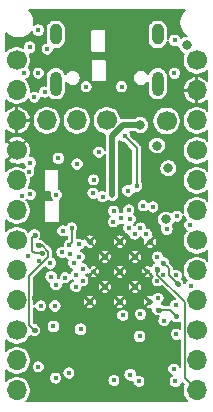
<source format=gbr>
%TF.GenerationSoftware,KiCad,Pcbnew,(5.1.6-0-10_14)*%
%TF.CreationDate,2022-02-28T20:49:00-06:00*%
%TF.ProjectId,Bonsai_C4,426f6e73-6169-45f4-9334-2e6b69636164,rev?*%
%TF.SameCoordinates,Original*%
%TF.FileFunction,Copper,L3,Inr*%
%TF.FilePolarity,Positive*%
%FSLAX46Y46*%
G04 Gerber Fmt 4.6, Leading zero omitted, Abs format (unit mm)*
G04 Created by KiCad (PCBNEW (5.1.6-0-10_14)) date 2022-02-28 20:49:00*
%MOMM*%
%LPD*%
G01*
G04 APERTURE LIST*
%TA.AperFunction,ViaPad*%
%ADD10O,1.000000X2.100000*%
%TD*%
%TA.AperFunction,ViaPad*%
%ADD11O,1.000000X1.800000*%
%TD*%
%TA.AperFunction,ViaPad*%
%ADD12C,0.500000*%
%TD*%
%TA.AperFunction,ViaPad*%
%ADD13C,0.400000*%
%TD*%
%TA.AperFunction,ViaPad*%
%ADD14C,1.700000*%
%TD*%
%TA.AperFunction,ViaPad*%
%ADD15O,1.700000X1.700000*%
%TD*%
%TA.AperFunction,ViaPad*%
%ADD16C,0.800000*%
%TD*%
%TA.AperFunction,ViaPad*%
%ADD17C,0.450000*%
%TD*%
%TA.AperFunction,Conductor*%
%ADD18C,0.500000*%
%TD*%
%TA.AperFunction,Conductor*%
%ADD19C,0.190000*%
%TD*%
%TA.AperFunction,Conductor*%
%ADD20C,0.450000*%
%TD*%
%TA.AperFunction,Conductor*%
%ADD21C,0.127000*%
%TD*%
%TA.AperFunction,Conductor*%
%ADD22C,0.200000*%
%TD*%
G04 APERTURE END LIST*
D10*
%TO.N,Net-(FB1-Pad1)*%
%TO.C,J3*%
X111940000Y-101975000D03*
D11*
X111940000Y-97800000D03*
X103300000Y-97800000D03*
D10*
X103300000Y-101980000D03*
%TD*%
D12*
%TO.N,GND*%
%TO.C,U3*%
X106172000Y-120440000D03*
D13*
X106472000Y-117890000D03*
D12*
X106172000Y-115340000D03*
X107447000Y-119165000D03*
X107447000Y-116615000D03*
X108722000Y-120440000D03*
X108722000Y-117890000D03*
X108722000Y-115340000D03*
X109997000Y-119165000D03*
X109997000Y-116615000D03*
X111272000Y-120440000D03*
D13*
X111072000Y-117890000D03*
D12*
X111272000Y-115340000D03*
%TD*%
D14*
%TO.N,/PD3*%
%TO.C,J4*%
X100000000Y-100000000D03*
D15*
%TO.N,/PD2*%
X100000000Y-102540000D03*
%TO.N,GND*%
X100000000Y-105080000D03*
%TO.N,/PD0*%
X100000000Y-112700000D03*
%TO.N,/PD1*%
X100000000Y-110160000D03*
D14*
%TO.N,GND*%
X100000000Y-107620000D03*
%TO.N,/B10*%
X100000000Y-122860000D03*
D15*
%TO.N,/B8*%
X100000000Y-117780000D03*
D14*
%TO.N,/A4*%
X100000000Y-115240000D03*
D15*
%TO.N,/A8*%
X100000000Y-125400000D03*
%TO.N,/B0*%
X100000000Y-127940000D03*
%TO.N,/A3*%
X100000000Y-120320000D03*
%TD*%
D14*
%TO.N,+5V*%
%TO.C,J5*%
X115240000Y-100000000D03*
D15*
%TO.N,GND*%
X115240000Y-102540000D03*
%TO.N,/DFU*%
X115240000Y-105080000D03*
%TO.N,/A6*%
X115240000Y-112700000D03*
%TO.N,/A7*%
X115240000Y-110160000D03*
D14*
%TO.N,+3V3*%
X115240000Y-107620000D03*
%TO.N,/B14*%
X115240000Y-122860000D03*
D15*
%TO.N,/A1*%
X115240000Y-117780000D03*
D14*
%TO.N,/A5*%
X115240000Y-115240000D03*
D15*
%TO.N,/B15*%
X115240000Y-125400000D03*
%TO.N,/B1*%
X115240000Y-127940000D03*
%TO.N,/B13*%
X115240000Y-120320000D03*
%TD*%
%TO.N,/D+*%
%TO.C,J1*%
X102540000Y-105080000D03*
%TO.N,/D-*%
X105080000Y-105080000D03*
D14*
%TO.N,VBUS*%
X107620000Y-105080000D03*
%TD*%
%TO.N,/A10_5V*%
%TO.C,J2*%
X112680000Y-105120000D03*
%TD*%
D13*
%TO.N,GND*%
X113463000Y-111466000D03*
X101821000Y-102049000D03*
X113358000Y-100082000D03*
D16*
X106364000Y-106197000D03*
D13*
X109438000Y-122625000D03*
X109468000Y-121056000D03*
X105619000Y-110824000D03*
D17*
X102681784Y-108250856D03*
X113878955Y-110795454D03*
X114199761Y-116483619D03*
D13*
X101959000Y-113925000D03*
X113356000Y-102029000D03*
X111973168Y-115634990D03*
X103994000Y-116978000D03*
X112426990Y-123150000D03*
X106496761Y-122615239D03*
X106930000Y-124260000D03*
X106858000Y-125479000D03*
X108213000Y-125524000D03*
X104809000Y-106488000D03*
X103545000Y-106066000D03*
X110870000Y-102605000D03*
X104370000Y-102688000D03*
D16*
X103665309Y-103763691D03*
D13*
X102383010Y-111367990D03*
X101810000Y-100130000D03*
D16*
X112051988Y-109880000D03*
D13*
X108190000Y-124310000D03*
X105520000Y-126250000D03*
X105340000Y-127100000D03*
D17*
X103174436Y-115028510D03*
D13*
X104151137Y-120381137D03*
X101490000Y-120130000D03*
X105580000Y-113820000D03*
D17*
X110090000Y-128040000D03*
D13*
X111339084Y-122623084D03*
D16*
%TO.N,+5V*%
X114373000Y-98687000D03*
X111870000Y-107200000D03*
D17*
%TO.N,+3V3*%
X110400000Y-123368000D03*
D16*
X112636133Y-113460933D03*
D17*
X105398000Y-122757000D03*
D16*
X112830000Y-109130000D03*
D13*
X108188014Y-112750000D03*
X103353000Y-111368000D03*
X113290000Y-126140000D03*
D17*
X109612995Y-126607005D03*
D16*
%TO.N,Net-(D1-Pad2)*%
X110430000Y-105467000D03*
D17*
X108075768Y-111367469D03*
%TO.N,VBUS*%
X109120000Y-106420000D03*
X110142485Y-110625665D03*
D13*
%TO.N,/A3*%
X112459996Y-122030000D03*
%TO.N,Net-(J3-PadA5)*%
X113352000Y-101090000D03*
X108870000Y-102225000D03*
%TO.N,Net-(J3-PadB5)*%
X105870000Y-102225000D03*
X101821000Y-101079000D03*
%TO.N,/NRST*%
X108972000Y-121585000D03*
X113506737Y-123177344D03*
%TO.N,/BOOT0*%
X105589000Y-118638000D03*
X103818915Y-116250979D03*
%TO.N,/B0*%
X103280000Y-126890000D03*
X112411541Y-118130459D03*
%TO.N,/B1*%
X111899000Y-117640000D03*
%TO.N,/B2*%
X112405000Y-117141000D03*
X113443637Y-120733363D03*
X113611000Y-118916000D03*
X102160000Y-116314000D03*
X101500000Y-114790000D03*
%TO.N,/B7*%
X104989000Y-118140000D03*
X102350000Y-102670000D03*
D17*
X101140000Y-108670000D03*
D13*
X102580000Y-99030000D03*
X101490000Y-103110000D03*
%TO.N,/B6*%
X105574000Y-117640000D03*
X101024479Y-109410000D03*
D17*
X103227736Y-120790457D03*
D13*
X101150000Y-111339996D03*
X104108041Y-118386959D03*
%TO.N,/A10*%
X109480000Y-112660000D03*
X106500000Y-110110000D03*
%TO.N,/B13*%
X110971000Y-114706000D03*
%TO.N,/B9*%
X100410000Y-111440000D03*
%TO.N,/B15*%
X109971000Y-114705000D03*
%TO.N,/B8*%
X104992000Y-119139000D03*
%TO.N,/B14*%
X110471000Y-114180000D03*
%TO.N,/DFU*%
X114710243Y-119068635D03*
X113560000Y-113180020D03*
X114632509Y-113917501D03*
%TO.N,/B10*%
X111908000Y-116640000D03*
X100956000Y-116573000D03*
X103890000Y-114425020D03*
D17*
%TO.N,/A15*%
X101822000Y-97440000D03*
D13*
X105265808Y-115568672D03*
D17*
%TO.N,Net-(C12-Pad1)*%
X113359000Y-98304000D03*
X101081133Y-98877986D03*
X102841490Y-117148510D03*
X102911515Y-118302532D03*
D13*
X110330000Y-127170000D03*
D17*
X113430000Y-127170000D03*
D13*
X108220000Y-127090000D03*
%TO.N,/VBUS_DET*%
X111507000Y-112408000D03*
%TO.N,Net-(D3-Pad-)*%
X101504969Y-122852294D03*
X101823069Y-115659441D03*
D17*
%TO.N,Net-(D5-Pad1)*%
X103522000Y-108291000D03*
X105107000Y-108774000D03*
D13*
X110700000Y-112300000D03*
D17*
%TO.N,/A10_5V*%
X109420000Y-111030000D03*
D13*
%TO.N,/A8*%
X109471000Y-114209000D03*
X102021703Y-120780774D03*
%TO.N,/A4*%
X111969000Y-120139000D03*
%TO.N,/A6*%
X113506000Y-118201000D03*
%TO.N,/A7*%
X111903959Y-118651041D03*
%TO.N,/A0_FRAM_CS*%
X108180000Y-113660000D03*
X106440000Y-111240000D03*
X104640000Y-114181958D03*
X104452012Y-115600000D03*
X110469959Y-121494041D03*
%TO.N,/B3_SCK*%
X104410000Y-126465000D03*
X101820468Y-125940000D03*
X108830000Y-113360000D03*
X104545926Y-116409567D03*
%TO.N,/B4_MISO*%
X106940000Y-107770000D03*
X107260000Y-111530000D03*
X105284502Y-116639998D03*
D17*
%TO.N,/B12_FLASH_CS*%
X112692000Y-114284000D03*
%TO.N,/B5_MOSI*%
X103103000Y-122524000D03*
D13*
X109618712Y-113412783D03*
X104813161Y-117167550D03*
D17*
X103320000Y-118980000D03*
D13*
%TO.N,Net-(Q2-Pad6)*%
X101838000Y-116959000D03*
X111928000Y-121096000D03*
X113502001Y-121666000D03*
%TO.N,/PD2*%
X100650000Y-101060002D03*
%TD*%
D18*
%TO.N,Net-(D1-Pad2)*%
X108075768Y-106404232D02*
X108075768Y-111367469D01*
X109013000Y-105467000D02*
X108075768Y-106404232D01*
X110430000Y-105467000D02*
X109013000Y-105467000D01*
D19*
%TO.N,VBUS*%
X109120000Y-106420000D02*
X110142485Y-107442485D01*
X110142485Y-107442485D02*
X110142485Y-110625665D01*
D20*
%TO.N,/B1*%
X111899000Y-117640000D02*
X111899000Y-117721000D01*
D21*
X114225922Y-125032060D02*
X114213501Y-125044481D01*
X114213501Y-125044481D02*
X114213501Y-126913501D01*
X114225922Y-120458922D02*
X114225922Y-125032060D01*
X114390001Y-127090001D02*
X115240000Y-127940000D01*
X111899000Y-117640000D02*
X111899000Y-118132000D01*
X111899000Y-118132000D02*
X114225922Y-120458922D01*
X114213501Y-126913501D02*
X114390001Y-127090001D01*
D20*
%TO.N,/B2*%
X112405000Y-117141000D02*
X112405000Y-117138000D01*
D21*
X112405000Y-117141000D02*
X112865000Y-117601000D01*
X112865000Y-118170000D02*
X113611000Y-118916000D01*
X112865000Y-117601000D02*
X112865000Y-118170000D01*
D20*
X113611000Y-118916000D02*
X113565000Y-118870000D01*
X102160000Y-116314000D02*
X102157000Y-116317000D01*
D21*
X102157000Y-116317000D02*
X101507000Y-116317000D01*
X101300001Y-116110001D02*
X101300001Y-114989999D01*
D20*
X101500000Y-114784000D02*
X101500000Y-114790000D01*
D21*
X101507000Y-116317000D02*
X101300001Y-116110001D01*
X101300001Y-114989999D02*
X101500000Y-114790000D01*
D20*
X101502500Y-114781500D02*
X101500000Y-114784000D01*
%TO.N,Net-(D3-Pad-)*%
X101504968Y-122852294D02*
X101443337Y-122790663D01*
X101504969Y-122852294D02*
X101504968Y-122852294D01*
X101862000Y-115659000D02*
X101823510Y-115659000D01*
D21*
X102664000Y-116217530D02*
X102105911Y-115659441D01*
X101069976Y-118257250D02*
X102664000Y-116663226D01*
D20*
X101823510Y-115659000D02*
X101823069Y-115659441D01*
D21*
X101069976Y-121762519D02*
X101069976Y-118257250D01*
X101443337Y-122790663D02*
X101056976Y-122404301D01*
X102664000Y-116663226D02*
X102664000Y-116217530D01*
X101056976Y-122404301D02*
X101056976Y-121775519D01*
X101056976Y-121775519D02*
X101069976Y-121762519D01*
X102105911Y-115659441D02*
X101823069Y-115659441D01*
%TO.N,/A0_FRAM_CS*%
X104640000Y-114181958D02*
X104640000Y-115412012D01*
X104640000Y-115412012D02*
X104452012Y-115600000D01*
D20*
%TO.N,Net-(Q2-Pad6)*%
X111928000Y-121096000D02*
X112019000Y-121096000D01*
D21*
X112932001Y-121096000D02*
X113502001Y-121666000D01*
X111928000Y-121096000D02*
X112932001Y-121096000D01*
D20*
X113473000Y-121666000D02*
X113502001Y-121666000D01*
%TD*%
D22*
%TO.N,GND*%
G36*
X114058280Y-95916876D02*
G01*
X113910101Y-96138641D01*
X113808034Y-96385053D01*
X113756000Y-96646643D01*
X113756000Y-96913357D01*
X113808034Y-97174947D01*
X113910101Y-97421359D01*
X114058280Y-97643124D01*
X114246876Y-97831720D01*
X114398452Y-97933000D01*
X114298738Y-97933000D01*
X114153066Y-97961976D01*
X114015847Y-98018814D01*
X113899719Y-98096408D01*
X113872104Y-98029740D01*
X113808739Y-97934909D01*
X113728091Y-97854261D01*
X113633260Y-97790896D01*
X113527888Y-97747250D01*
X113416027Y-97725000D01*
X113301973Y-97725000D01*
X113190112Y-97747250D01*
X113084740Y-97790896D01*
X112989909Y-97854261D01*
X112909261Y-97934909D01*
X112845896Y-98029740D01*
X112802250Y-98135112D01*
X112794000Y-98176589D01*
X112794000Y-97358048D01*
X112781643Y-97232587D01*
X112732811Y-97071607D01*
X112653511Y-96923247D01*
X112546791Y-96793209D01*
X112416753Y-96686489D01*
X112268393Y-96607189D01*
X112107413Y-96558357D01*
X111940000Y-96541868D01*
X111772588Y-96558357D01*
X111611608Y-96607189D01*
X111463248Y-96686489D01*
X111333210Y-96793209D01*
X111226490Y-96923247D01*
X111147190Y-97071607D01*
X111098358Y-97232587D01*
X111086000Y-97358048D01*
X111086000Y-98241951D01*
X111098357Y-98367412D01*
X111147189Y-98528392D01*
X111226489Y-98676752D01*
X111333209Y-98806791D01*
X111463247Y-98913511D01*
X111611607Y-98992811D01*
X111772587Y-99041643D01*
X111940000Y-99058132D01*
X112107412Y-99041643D01*
X112268392Y-98992811D01*
X112416752Y-98913511D01*
X112546791Y-98806791D01*
X112653511Y-98676753D01*
X112732811Y-98528393D01*
X112781418Y-98368155D01*
X112802250Y-98472888D01*
X112845896Y-98578260D01*
X112909261Y-98673091D01*
X112989909Y-98753739D01*
X113084740Y-98817104D01*
X113190112Y-98860750D01*
X113301973Y-98883000D01*
X113416027Y-98883000D01*
X113527888Y-98860750D01*
X113630348Y-98818310D01*
X113647976Y-98906934D01*
X113704814Y-99044153D01*
X113787330Y-99167647D01*
X113892353Y-99272670D01*
X114015847Y-99355186D01*
X114153066Y-99412024D01*
X114181107Y-99417602D01*
X114173029Y-99429692D01*
X114082269Y-99648806D01*
X114036000Y-99881416D01*
X114036000Y-100118584D01*
X114082269Y-100351194D01*
X114173029Y-100570308D01*
X114304792Y-100767505D01*
X114472495Y-100935208D01*
X114669692Y-101066971D01*
X114888806Y-101157731D01*
X115121416Y-101204000D01*
X115358584Y-101204000D01*
X115591194Y-101157731D01*
X115810308Y-101066971D01*
X116007505Y-100935208D01*
X116131001Y-100811712D01*
X116131001Y-101738131D01*
X116076897Y-101674425D01*
X115891951Y-101527786D01*
X115681951Y-101420046D01*
X115454967Y-101355345D01*
X115267000Y-101424802D01*
X115267000Y-102513000D01*
X115287000Y-102513000D01*
X115287000Y-102567000D01*
X115267000Y-102567000D01*
X115267000Y-103655198D01*
X115454967Y-103724655D01*
X115681951Y-103659954D01*
X115891951Y-103552214D01*
X116076897Y-103405575D01*
X116131001Y-103341869D01*
X116131001Y-104268288D01*
X116007505Y-104144792D01*
X115810308Y-104013029D01*
X115591194Y-103922269D01*
X115358584Y-103876000D01*
X115121416Y-103876000D01*
X114888806Y-103922269D01*
X114669692Y-104013029D01*
X114472495Y-104144792D01*
X114304792Y-104312495D01*
X114173029Y-104509692D01*
X114082269Y-104728806D01*
X114036000Y-104961416D01*
X114036000Y-105198584D01*
X114082269Y-105431194D01*
X114173029Y-105650308D01*
X114304792Y-105847505D01*
X114472495Y-106015208D01*
X114669692Y-106146971D01*
X114888806Y-106237731D01*
X115121416Y-106284000D01*
X115358584Y-106284000D01*
X115591194Y-106237731D01*
X115810308Y-106146971D01*
X116007505Y-106015208D01*
X116131001Y-105891712D01*
X116131001Y-106808288D01*
X116007505Y-106684792D01*
X115810308Y-106553029D01*
X115591194Y-106462269D01*
X115358584Y-106416000D01*
X115121416Y-106416000D01*
X114888806Y-106462269D01*
X114669692Y-106553029D01*
X114472495Y-106684792D01*
X114304792Y-106852495D01*
X114173029Y-107049692D01*
X114082269Y-107268806D01*
X114036000Y-107501416D01*
X114036000Y-107738584D01*
X114082269Y-107971194D01*
X114173029Y-108190308D01*
X114304792Y-108387505D01*
X114472495Y-108555208D01*
X114669692Y-108686971D01*
X114888806Y-108777731D01*
X115121416Y-108824000D01*
X115358584Y-108824000D01*
X115591194Y-108777731D01*
X115810308Y-108686971D01*
X116007505Y-108555208D01*
X116131001Y-108431712D01*
X116131001Y-109348288D01*
X116007505Y-109224792D01*
X115810308Y-109093029D01*
X115591194Y-109002269D01*
X115358584Y-108956000D01*
X115121416Y-108956000D01*
X114888806Y-109002269D01*
X114669692Y-109093029D01*
X114472495Y-109224792D01*
X114304792Y-109392495D01*
X114173029Y-109589692D01*
X114082269Y-109808806D01*
X114036000Y-110041416D01*
X114036000Y-110278584D01*
X114082269Y-110511194D01*
X114173029Y-110730308D01*
X114304792Y-110927505D01*
X114472495Y-111095208D01*
X114669692Y-111226971D01*
X114888806Y-111317731D01*
X115121416Y-111364000D01*
X115358584Y-111364000D01*
X115591194Y-111317731D01*
X115810308Y-111226971D01*
X116007505Y-111095208D01*
X116131001Y-110971712D01*
X116131001Y-111888288D01*
X116007505Y-111764792D01*
X115810308Y-111633029D01*
X115591194Y-111542269D01*
X115358584Y-111496000D01*
X115121416Y-111496000D01*
X114888806Y-111542269D01*
X114669692Y-111633029D01*
X114472495Y-111764792D01*
X114304792Y-111932495D01*
X114173029Y-112129692D01*
X114082269Y-112348806D01*
X114036000Y-112581416D01*
X114036000Y-112818584D01*
X114060081Y-112939650D01*
X114050949Y-112917602D01*
X113990320Y-112826865D01*
X113913155Y-112749700D01*
X113822418Y-112689071D01*
X113721596Y-112647309D01*
X113614564Y-112626020D01*
X113505436Y-112626020D01*
X113398404Y-112647309D01*
X113297582Y-112689071D01*
X113206845Y-112749700D01*
X113129680Y-112826865D01*
X113103341Y-112866283D01*
X112993286Y-112792747D01*
X112856067Y-112735909D01*
X112710395Y-112706933D01*
X112561871Y-112706933D01*
X112416199Y-112735909D01*
X112278980Y-112792747D01*
X112155486Y-112875263D01*
X112050463Y-112980286D01*
X111967947Y-113103780D01*
X111911109Y-113240999D01*
X111882133Y-113386671D01*
X111882133Y-113535195D01*
X111911109Y-113680867D01*
X111967947Y-113818086D01*
X112050463Y-113941580D01*
X112155486Y-114046603D01*
X112161862Y-114050863D01*
X112135250Y-114115112D01*
X112113000Y-114226973D01*
X112113000Y-114341027D01*
X112135250Y-114452888D01*
X112178896Y-114558260D01*
X112242261Y-114653091D01*
X112322909Y-114733739D01*
X112417740Y-114797104D01*
X112523112Y-114840750D01*
X112634973Y-114863000D01*
X112749027Y-114863000D01*
X112860888Y-114840750D01*
X112966260Y-114797104D01*
X113061091Y-114733739D01*
X113141739Y-114653091D01*
X113205104Y-114558260D01*
X113248750Y-114452888D01*
X113271000Y-114341027D01*
X113271000Y-114226973D01*
X113248750Y-114115112D01*
X113205104Y-114009740D01*
X113184491Y-113978892D01*
X113221803Y-113941580D01*
X113304319Y-113818086D01*
X113355346Y-113694896D01*
X113398404Y-113712731D01*
X113505436Y-113734020D01*
X113614564Y-113734020D01*
X113721596Y-113712731D01*
X113822418Y-113670969D01*
X113913155Y-113610340D01*
X113990320Y-113533175D01*
X114050949Y-113442438D01*
X114092711Y-113341616D01*
X114114000Y-113234584D01*
X114114000Y-113127799D01*
X114173029Y-113270308D01*
X114304792Y-113467505D01*
X114306398Y-113469111D01*
X114279354Y-113487181D01*
X114202189Y-113564346D01*
X114141560Y-113655083D01*
X114099798Y-113755905D01*
X114078509Y-113862937D01*
X114078509Y-113972065D01*
X114099798Y-114079097D01*
X114141560Y-114179919D01*
X114202189Y-114270656D01*
X114279354Y-114347821D01*
X114369339Y-114407948D01*
X114304792Y-114472495D01*
X114173029Y-114669692D01*
X114082269Y-114888806D01*
X114036000Y-115121416D01*
X114036000Y-115358584D01*
X114082269Y-115591194D01*
X114173029Y-115810308D01*
X114304792Y-116007505D01*
X114472495Y-116175208D01*
X114669692Y-116306971D01*
X114888806Y-116397731D01*
X115121416Y-116444000D01*
X115358584Y-116444000D01*
X115591194Y-116397731D01*
X115810308Y-116306971D01*
X116007505Y-116175208D01*
X116131000Y-116051713D01*
X116131000Y-116968287D01*
X116007505Y-116844792D01*
X115810308Y-116713029D01*
X115591194Y-116622269D01*
X115358584Y-116576000D01*
X115121416Y-116576000D01*
X114888806Y-116622269D01*
X114669692Y-116713029D01*
X114472495Y-116844792D01*
X114304792Y-117012495D01*
X114173029Y-117209692D01*
X114082269Y-117428806D01*
X114036000Y-117661416D01*
X114036000Y-117898584D01*
X114082269Y-118131194D01*
X114173029Y-118350308D01*
X114304792Y-118547505D01*
X114380175Y-118622888D01*
X114357088Y-118638315D01*
X114279923Y-118715480D01*
X114219294Y-118806217D01*
X114189154Y-118878981D01*
X114181621Y-118802497D01*
X114148514Y-118693355D01*
X114094750Y-118592769D01*
X114040524Y-118526695D01*
X113989057Y-118475228D01*
X113996949Y-118463418D01*
X114038711Y-118362596D01*
X114060000Y-118255564D01*
X114060000Y-118146436D01*
X114038711Y-118039404D01*
X113996949Y-117938582D01*
X113936320Y-117847845D01*
X113859155Y-117770680D01*
X113768418Y-117710051D01*
X113667596Y-117668289D01*
X113560564Y-117647000D01*
X113451436Y-117647000D01*
X113344404Y-117668289D01*
X113282500Y-117693931D01*
X113282500Y-117621498D01*
X113284519Y-117600999D01*
X113282500Y-117580500D01*
X113282500Y-117580491D01*
X113276459Y-117519156D01*
X113252586Y-117440457D01*
X113213818Y-117367927D01*
X113161645Y-117304355D01*
X113145718Y-117291284D01*
X112984000Y-117129566D01*
X112984000Y-117109562D01*
X112975622Y-117024497D01*
X112942514Y-116915355D01*
X112888750Y-116814770D01*
X112816395Y-116726605D01*
X112728231Y-116654250D01*
X112627646Y-116600486D01*
X112518504Y-116567378D01*
X112457207Y-116561341D01*
X112440711Y-116478404D01*
X112398949Y-116377582D01*
X112338320Y-116286845D01*
X112261155Y-116209680D01*
X112170418Y-116149051D01*
X112069596Y-116107289D01*
X111962564Y-116086000D01*
X111853436Y-116086000D01*
X111746404Y-116107289D01*
X111645582Y-116149051D01*
X111554845Y-116209680D01*
X111477680Y-116286845D01*
X111417051Y-116377582D01*
X111375289Y-116478404D01*
X111354000Y-116585436D01*
X111354000Y-116694564D01*
X111375289Y-116801596D01*
X111417051Y-116902418D01*
X111477680Y-116993155D01*
X111554845Y-117070320D01*
X111635592Y-117124274D01*
X111575769Y-117156250D01*
X111487605Y-117228605D01*
X111415250Y-117316770D01*
X111361970Y-117416449D01*
X111280266Y-117373745D01*
X111175548Y-117343034D01*
X111066850Y-117333342D01*
X110958351Y-117345043D01*
X110854219Y-117377686D01*
X110767019Y-117424295D01*
X110760589Y-117540405D01*
X111072000Y-117851816D01*
X111086142Y-117837674D01*
X111124326Y-117875858D01*
X111110184Y-117890000D01*
X111421595Y-118201411D01*
X111485966Y-118197846D01*
X111487541Y-118213844D01*
X111503866Y-118267659D01*
X111473639Y-118297886D01*
X111413010Y-118388623D01*
X111371248Y-118489445D01*
X111349959Y-118596477D01*
X111349959Y-118705605D01*
X111371248Y-118812637D01*
X111413010Y-118913459D01*
X111473639Y-119004196D01*
X111550804Y-119081361D01*
X111641541Y-119141990D01*
X111742363Y-119183752D01*
X111849395Y-119205041D01*
X111958523Y-119205041D01*
X112065555Y-119183752D01*
X112166377Y-119141990D01*
X112257114Y-119081361D01*
X112257521Y-119080955D01*
X113361428Y-120184862D01*
X113282041Y-120200652D01*
X113181219Y-120242414D01*
X113090482Y-120303043D01*
X113013317Y-120380208D01*
X112952688Y-120470945D01*
X112910926Y-120571767D01*
X112889696Y-120678500D01*
X112422956Y-120678500D01*
X112342231Y-120612250D01*
X112295383Y-120587209D01*
X112322155Y-120569320D01*
X112399320Y-120492155D01*
X112459949Y-120401418D01*
X112501711Y-120300596D01*
X112523000Y-120193564D01*
X112523000Y-120084436D01*
X112501711Y-119977404D01*
X112459949Y-119876582D01*
X112399320Y-119785845D01*
X112322155Y-119708680D01*
X112231418Y-119648051D01*
X112130596Y-119606289D01*
X112023564Y-119585000D01*
X111914436Y-119585000D01*
X111807404Y-119606289D01*
X111706582Y-119648051D01*
X111615845Y-119708680D01*
X111538680Y-119785845D01*
X111481082Y-119872046D01*
X111387289Y-119844129D01*
X111268824Y-119833087D01*
X111150483Y-119845368D01*
X111036811Y-119880500D01*
X110937457Y-119933606D01*
X110925010Y-120054826D01*
X111272000Y-120401816D01*
X111286142Y-120387674D01*
X111324326Y-120425858D01*
X111310184Y-120440000D01*
X111324326Y-120454142D01*
X111286142Y-120492326D01*
X111272000Y-120478184D01*
X110925010Y-120825174D01*
X110937457Y-120946394D01*
X111042677Y-121001930D01*
X111156711Y-121035871D01*
X111275176Y-121046913D01*
X111351817Y-121038959D01*
X111346199Y-121096000D01*
X111357378Y-121209504D01*
X111390486Y-121318646D01*
X111444250Y-121419231D01*
X111516605Y-121507395D01*
X111604769Y-121579750D01*
X111705354Y-121633514D01*
X111814496Y-121666622D01*
X111899561Y-121675000D01*
X112031521Y-121675000D01*
X112029676Y-121676845D01*
X111969047Y-121767582D01*
X111927285Y-121868404D01*
X111905996Y-121975436D01*
X111905996Y-122084564D01*
X111927285Y-122191596D01*
X111969047Y-122292418D01*
X112029676Y-122383155D01*
X112106841Y-122460320D01*
X112197578Y-122520949D01*
X112298400Y-122562711D01*
X112405432Y-122584000D01*
X112514560Y-122584000D01*
X112621592Y-122562711D01*
X112722414Y-122520949D01*
X112813151Y-122460320D01*
X112890316Y-122383155D01*
X112950945Y-122292418D01*
X112992707Y-122191596D01*
X113013996Y-122084564D01*
X113013996Y-122019384D01*
X113061605Y-122077395D01*
X113149769Y-122149750D01*
X113250354Y-122203514D01*
X113359496Y-122236622D01*
X113444561Y-122245000D01*
X113530440Y-122245000D01*
X113615505Y-122236622D01*
X113724647Y-122203514D01*
X113808422Y-122158735D01*
X113808422Y-122712633D01*
X113769155Y-122686395D01*
X113668333Y-122644633D01*
X113561301Y-122623344D01*
X113452173Y-122623344D01*
X113345141Y-122644633D01*
X113244319Y-122686395D01*
X113153582Y-122747024D01*
X113076417Y-122824189D01*
X113015788Y-122914926D01*
X112974026Y-123015748D01*
X112952737Y-123122780D01*
X112952737Y-123231908D01*
X112974026Y-123338940D01*
X113015788Y-123439762D01*
X113076417Y-123530499D01*
X113153582Y-123607664D01*
X113244319Y-123668293D01*
X113345141Y-123710055D01*
X113452173Y-123731344D01*
X113561301Y-123731344D01*
X113668333Y-123710055D01*
X113769155Y-123668293D01*
X113808423Y-123642055D01*
X113808423Y-124941603D01*
X113802042Y-124962638D01*
X113796001Y-125023973D01*
X113796001Y-125023979D01*
X113793982Y-125044481D01*
X113796001Y-125064983D01*
X113796001Y-125913922D01*
X113780949Y-125877582D01*
X113720320Y-125786845D01*
X113643155Y-125709680D01*
X113552418Y-125649051D01*
X113451596Y-125607289D01*
X113344564Y-125586000D01*
X113235436Y-125586000D01*
X113128404Y-125607289D01*
X113027582Y-125649051D01*
X112936845Y-125709680D01*
X112859680Y-125786845D01*
X112799051Y-125877582D01*
X112757289Y-125978404D01*
X112736000Y-126085436D01*
X112736000Y-126194564D01*
X112757289Y-126301596D01*
X112799051Y-126402418D01*
X112859680Y-126493155D01*
X112936845Y-126570320D01*
X113027582Y-126630949D01*
X113128404Y-126672711D01*
X113131230Y-126673273D01*
X113060909Y-126720261D01*
X112980261Y-126800909D01*
X112916896Y-126895740D01*
X112873250Y-127001112D01*
X112851000Y-127112973D01*
X112851000Y-127227027D01*
X112873250Y-127338888D01*
X112916896Y-127444260D01*
X112980261Y-127539091D01*
X113060909Y-127619739D01*
X113155740Y-127683104D01*
X113261112Y-127726750D01*
X113372973Y-127749000D01*
X113487027Y-127749000D01*
X113598888Y-127726750D01*
X113704260Y-127683104D01*
X113799091Y-127619739D01*
X113879739Y-127539091D01*
X113943104Y-127444260D01*
X113986750Y-127338888D01*
X113996987Y-127287421D01*
X114080278Y-127370711D01*
X114080282Y-127370716D01*
X114145564Y-127435998D01*
X114082269Y-127588806D01*
X114036000Y-127821416D01*
X114036000Y-128058584D01*
X114082269Y-128291194D01*
X114173029Y-128510308D01*
X114304792Y-128707505D01*
X114428287Y-128831000D01*
X100811713Y-128831000D01*
X100935208Y-128707505D01*
X101066971Y-128510308D01*
X101157731Y-128291194D01*
X101204000Y-128058584D01*
X101204000Y-127821416D01*
X101157731Y-127588806D01*
X101066971Y-127369692D01*
X100935208Y-127172495D01*
X100767505Y-127004792D01*
X100570308Y-126873029D01*
X100479551Y-126835436D01*
X102726000Y-126835436D01*
X102726000Y-126944564D01*
X102747289Y-127051596D01*
X102789051Y-127152418D01*
X102849680Y-127243155D01*
X102926845Y-127320320D01*
X103017582Y-127380949D01*
X103118404Y-127422711D01*
X103225436Y-127444000D01*
X103334564Y-127444000D01*
X103441596Y-127422711D01*
X103542418Y-127380949D01*
X103633155Y-127320320D01*
X103710320Y-127243155D01*
X103770949Y-127152418D01*
X103812711Y-127051596D01*
X103815925Y-127035436D01*
X107666000Y-127035436D01*
X107666000Y-127144564D01*
X107687289Y-127251596D01*
X107729051Y-127352418D01*
X107789680Y-127443155D01*
X107866845Y-127520320D01*
X107957582Y-127580949D01*
X108058404Y-127622711D01*
X108165436Y-127644000D01*
X108274564Y-127644000D01*
X108381596Y-127622711D01*
X108482418Y-127580949D01*
X108573155Y-127520320D01*
X108650320Y-127443155D01*
X108710949Y-127352418D01*
X108752711Y-127251596D01*
X108774000Y-127144564D01*
X108774000Y-127035436D01*
X108752711Y-126928404D01*
X108710949Y-126827582D01*
X108650320Y-126736845D01*
X108573155Y-126659680D01*
X108482418Y-126599051D01*
X108381596Y-126557289D01*
X108344840Y-126549978D01*
X109033995Y-126549978D01*
X109033995Y-126664032D01*
X109056245Y-126775893D01*
X109099891Y-126881265D01*
X109163256Y-126976096D01*
X109243904Y-127056744D01*
X109338735Y-127120109D01*
X109444107Y-127163755D01*
X109555968Y-127186005D01*
X109670022Y-127186005D01*
X109776000Y-127164925D01*
X109776000Y-127224564D01*
X109797289Y-127331596D01*
X109839051Y-127432418D01*
X109899680Y-127523155D01*
X109976845Y-127600320D01*
X110067582Y-127660949D01*
X110168404Y-127702711D01*
X110275436Y-127724000D01*
X110384564Y-127724000D01*
X110491596Y-127702711D01*
X110592418Y-127660949D01*
X110683155Y-127600320D01*
X110760320Y-127523155D01*
X110820949Y-127432418D01*
X110862711Y-127331596D01*
X110884000Y-127224564D01*
X110884000Y-127115436D01*
X110862711Y-127008404D01*
X110820949Y-126907582D01*
X110760320Y-126816845D01*
X110683155Y-126739680D01*
X110592418Y-126679051D01*
X110491596Y-126637289D01*
X110384564Y-126616000D01*
X110275436Y-126616000D01*
X110191995Y-126632597D01*
X110191995Y-126549978D01*
X110169745Y-126438117D01*
X110126099Y-126332745D01*
X110062734Y-126237914D01*
X109982086Y-126157266D01*
X109887255Y-126093901D01*
X109781883Y-126050255D01*
X109670022Y-126028005D01*
X109555968Y-126028005D01*
X109444107Y-126050255D01*
X109338735Y-126093901D01*
X109243904Y-126157266D01*
X109163256Y-126237914D01*
X109099891Y-126332745D01*
X109056245Y-126438117D01*
X109033995Y-126549978D01*
X108344840Y-126549978D01*
X108274564Y-126536000D01*
X108165436Y-126536000D01*
X108058404Y-126557289D01*
X107957582Y-126599051D01*
X107866845Y-126659680D01*
X107789680Y-126736845D01*
X107729051Y-126827582D01*
X107687289Y-126928404D01*
X107666000Y-127035436D01*
X103815925Y-127035436D01*
X103834000Y-126944564D01*
X103834000Y-126835436D01*
X103812711Y-126728404D01*
X103770949Y-126627582D01*
X103710320Y-126536845D01*
X103633155Y-126459680D01*
X103559457Y-126410436D01*
X103856000Y-126410436D01*
X103856000Y-126519564D01*
X103877289Y-126626596D01*
X103919051Y-126727418D01*
X103979680Y-126818155D01*
X104056845Y-126895320D01*
X104147582Y-126955949D01*
X104248404Y-126997711D01*
X104355436Y-127019000D01*
X104464564Y-127019000D01*
X104571596Y-126997711D01*
X104672418Y-126955949D01*
X104763155Y-126895320D01*
X104840320Y-126818155D01*
X104900949Y-126727418D01*
X104942711Y-126626596D01*
X104964000Y-126519564D01*
X104964000Y-126410436D01*
X104942711Y-126303404D01*
X104900949Y-126202582D01*
X104840320Y-126111845D01*
X104763155Y-126034680D01*
X104672418Y-125974051D01*
X104571596Y-125932289D01*
X104464564Y-125911000D01*
X104355436Y-125911000D01*
X104248404Y-125932289D01*
X104147582Y-125974051D01*
X104056845Y-126034680D01*
X103979680Y-126111845D01*
X103919051Y-126202582D01*
X103877289Y-126303404D01*
X103856000Y-126410436D01*
X103559457Y-126410436D01*
X103542418Y-126399051D01*
X103441596Y-126357289D01*
X103334564Y-126336000D01*
X103225436Y-126336000D01*
X103118404Y-126357289D01*
X103017582Y-126399051D01*
X102926845Y-126459680D01*
X102849680Y-126536845D01*
X102789051Y-126627582D01*
X102747289Y-126728404D01*
X102726000Y-126835436D01*
X100479551Y-126835436D01*
X100351194Y-126782269D01*
X100118584Y-126736000D01*
X99881416Y-126736000D01*
X99648806Y-126782269D01*
X99429692Y-126873029D01*
X99232495Y-127004792D01*
X99109000Y-127128287D01*
X99109000Y-126211713D01*
X99232495Y-126335208D01*
X99429692Y-126466971D01*
X99648806Y-126557731D01*
X99881416Y-126604000D01*
X100118584Y-126604000D01*
X100351194Y-126557731D01*
X100570308Y-126466971D01*
X100767505Y-126335208D01*
X100935208Y-126167505D01*
X101066971Y-125970308D01*
X101102126Y-125885436D01*
X101266468Y-125885436D01*
X101266468Y-125994564D01*
X101287757Y-126101596D01*
X101329519Y-126202418D01*
X101390148Y-126293155D01*
X101467313Y-126370320D01*
X101558050Y-126430949D01*
X101658872Y-126472711D01*
X101765904Y-126494000D01*
X101875032Y-126494000D01*
X101982064Y-126472711D01*
X102082886Y-126430949D01*
X102173623Y-126370320D01*
X102250788Y-126293155D01*
X102311417Y-126202418D01*
X102353179Y-126101596D01*
X102374468Y-125994564D01*
X102374468Y-125885436D01*
X102353179Y-125778404D01*
X102311417Y-125677582D01*
X102250788Y-125586845D01*
X102173623Y-125509680D01*
X102082886Y-125449051D01*
X101982064Y-125407289D01*
X101875032Y-125386000D01*
X101765904Y-125386000D01*
X101658872Y-125407289D01*
X101558050Y-125449051D01*
X101467313Y-125509680D01*
X101390148Y-125586845D01*
X101329519Y-125677582D01*
X101287757Y-125778404D01*
X101266468Y-125885436D01*
X101102126Y-125885436D01*
X101157731Y-125751194D01*
X101204000Y-125518584D01*
X101204000Y-125281416D01*
X101157731Y-125048806D01*
X101066971Y-124829692D01*
X100935208Y-124632495D01*
X100767505Y-124464792D01*
X100570308Y-124333029D01*
X100351194Y-124242269D01*
X100118584Y-124196000D01*
X99881416Y-124196000D01*
X99648806Y-124242269D01*
X99429692Y-124333029D01*
X99232495Y-124464792D01*
X99109000Y-124588287D01*
X99109000Y-123671713D01*
X99232495Y-123795208D01*
X99429692Y-123926971D01*
X99648806Y-124017731D01*
X99881416Y-124064000D01*
X100118584Y-124064000D01*
X100351194Y-124017731D01*
X100570308Y-123926971D01*
X100767505Y-123795208D01*
X100935208Y-123627505D01*
X101066971Y-123430308D01*
X101125227Y-123289667D01*
X101181737Y-123336044D01*
X101282322Y-123389808D01*
X101391464Y-123422916D01*
X101476529Y-123431294D01*
X101476538Y-123431294D01*
X101504967Y-123434094D01*
X101533396Y-123431294D01*
X101533408Y-123431294D01*
X101618473Y-123422916D01*
X101727615Y-123389808D01*
X101828200Y-123336044D01*
X101916364Y-123263689D01*
X101988719Y-123175525D01*
X102042483Y-123074940D01*
X102075591Y-122965798D01*
X102086770Y-122852294D01*
X102075591Y-122738790D01*
X102042483Y-122629648D01*
X101988719Y-122529063D01*
X101937763Y-122466973D01*
X102524000Y-122466973D01*
X102524000Y-122581027D01*
X102546250Y-122692888D01*
X102589896Y-122798260D01*
X102653261Y-122893091D01*
X102733909Y-122973739D01*
X102828740Y-123037104D01*
X102934112Y-123080750D01*
X103045973Y-123103000D01*
X103160027Y-123103000D01*
X103271888Y-123080750D01*
X103377260Y-123037104D01*
X103472091Y-122973739D01*
X103552739Y-122893091D01*
X103616104Y-122798260D01*
X103656815Y-122699973D01*
X104819000Y-122699973D01*
X104819000Y-122814027D01*
X104841250Y-122925888D01*
X104884896Y-123031260D01*
X104948261Y-123126091D01*
X105028909Y-123206739D01*
X105123740Y-123270104D01*
X105229112Y-123313750D01*
X105340973Y-123336000D01*
X105455027Y-123336000D01*
X105566888Y-123313750D01*
X105573592Y-123310973D01*
X109821000Y-123310973D01*
X109821000Y-123425027D01*
X109843250Y-123536888D01*
X109886896Y-123642260D01*
X109950261Y-123737091D01*
X110030909Y-123817739D01*
X110125740Y-123881104D01*
X110231112Y-123924750D01*
X110342973Y-123947000D01*
X110457027Y-123947000D01*
X110568888Y-123924750D01*
X110674260Y-123881104D01*
X110769091Y-123817739D01*
X110849739Y-123737091D01*
X110913104Y-123642260D01*
X110956750Y-123536888D01*
X110979000Y-123425027D01*
X110979000Y-123310973D01*
X110956750Y-123199112D01*
X110913104Y-123093740D01*
X110849739Y-122998909D01*
X110769091Y-122918261D01*
X110674260Y-122854896D01*
X110568888Y-122811250D01*
X110457027Y-122789000D01*
X110342973Y-122789000D01*
X110231112Y-122811250D01*
X110125740Y-122854896D01*
X110030909Y-122918261D01*
X109950261Y-122998909D01*
X109886896Y-123093740D01*
X109843250Y-123199112D01*
X109821000Y-123310973D01*
X105573592Y-123310973D01*
X105672260Y-123270104D01*
X105767091Y-123206739D01*
X105847739Y-123126091D01*
X105911104Y-123031260D01*
X105954750Y-122925888D01*
X105977000Y-122814027D01*
X105977000Y-122699973D01*
X105954750Y-122588112D01*
X105911104Y-122482740D01*
X105847739Y-122387909D01*
X105767091Y-122307261D01*
X105672260Y-122243896D01*
X105566888Y-122200250D01*
X105455027Y-122178000D01*
X105340973Y-122178000D01*
X105229112Y-122200250D01*
X105123740Y-122243896D01*
X105028909Y-122307261D01*
X104948261Y-122387909D01*
X104884896Y-122482740D01*
X104841250Y-122588112D01*
X104819000Y-122699973D01*
X103656815Y-122699973D01*
X103659750Y-122692888D01*
X103682000Y-122581027D01*
X103682000Y-122466973D01*
X103659750Y-122355112D01*
X103616104Y-122249740D01*
X103552739Y-122154909D01*
X103472091Y-122074261D01*
X103377260Y-122010896D01*
X103271888Y-121967250D01*
X103160027Y-121945000D01*
X103045973Y-121945000D01*
X102934112Y-121967250D01*
X102828740Y-122010896D01*
X102733909Y-122074261D01*
X102653261Y-122154909D01*
X102589896Y-122249740D01*
X102546250Y-122355112D01*
X102524000Y-122466973D01*
X101937763Y-122466973D01*
X101916364Y-122440899D01*
X101894265Y-122422763D01*
X101832642Y-122361139D01*
X101766568Y-122306913D01*
X101665982Y-122253149D01*
X101556841Y-122220042D01*
X101474476Y-122211930D01*
X101474476Y-121867304D01*
X101481435Y-121844363D01*
X101487476Y-121783028D01*
X101487476Y-121783020D01*
X101489495Y-121762519D01*
X101487476Y-121742017D01*
X101487476Y-121530436D01*
X108418000Y-121530436D01*
X108418000Y-121639564D01*
X108439289Y-121746596D01*
X108481051Y-121847418D01*
X108541680Y-121938155D01*
X108618845Y-122015320D01*
X108709582Y-122075949D01*
X108810404Y-122117711D01*
X108917436Y-122139000D01*
X109026564Y-122139000D01*
X109133596Y-122117711D01*
X109234418Y-122075949D01*
X109325155Y-122015320D01*
X109402320Y-121938155D01*
X109462949Y-121847418D01*
X109504711Y-121746596D01*
X109526000Y-121639564D01*
X109526000Y-121530436D01*
X109507908Y-121439477D01*
X109915959Y-121439477D01*
X109915959Y-121548605D01*
X109937248Y-121655637D01*
X109979010Y-121756459D01*
X110039639Y-121847196D01*
X110116804Y-121924361D01*
X110207541Y-121984990D01*
X110308363Y-122026752D01*
X110415395Y-122048041D01*
X110524523Y-122048041D01*
X110631555Y-122026752D01*
X110732377Y-121984990D01*
X110823114Y-121924361D01*
X110900279Y-121847196D01*
X110960908Y-121756459D01*
X111002670Y-121655637D01*
X111023959Y-121548605D01*
X111023959Y-121439477D01*
X111002670Y-121332445D01*
X110960908Y-121231623D01*
X110900279Y-121140886D01*
X110823114Y-121063721D01*
X110732377Y-121003092D01*
X110631555Y-120961330D01*
X110524523Y-120940041D01*
X110415395Y-120940041D01*
X110308363Y-120961330D01*
X110207541Y-121003092D01*
X110116804Y-121063721D01*
X110039639Y-121140886D01*
X109979010Y-121231623D01*
X109937248Y-121332445D01*
X109915959Y-121439477D01*
X109507908Y-121439477D01*
X109504711Y-121423404D01*
X109462949Y-121322582D01*
X109402320Y-121231845D01*
X109325155Y-121154680D01*
X109234418Y-121094051D01*
X109133596Y-121052289D01*
X109026564Y-121031000D01*
X108917436Y-121031000D01*
X108810404Y-121052289D01*
X108709582Y-121094051D01*
X108618845Y-121154680D01*
X108541680Y-121231845D01*
X108481051Y-121322582D01*
X108439289Y-121423404D01*
X108418000Y-121530436D01*
X101487476Y-121530436D01*
X101487476Y-120934748D01*
X101488992Y-120942370D01*
X101530754Y-121043192D01*
X101591383Y-121133929D01*
X101668548Y-121211094D01*
X101759285Y-121271723D01*
X101860107Y-121313485D01*
X101967139Y-121334774D01*
X102076267Y-121334774D01*
X102183299Y-121313485D01*
X102284121Y-121271723D01*
X102374858Y-121211094D01*
X102452023Y-121133929D01*
X102512652Y-121043192D01*
X102554414Y-120942370D01*
X102575703Y-120835338D01*
X102575703Y-120733430D01*
X102648736Y-120733430D01*
X102648736Y-120847484D01*
X102670986Y-120959345D01*
X102714632Y-121064717D01*
X102777997Y-121159548D01*
X102858645Y-121240196D01*
X102953476Y-121303561D01*
X103058848Y-121347207D01*
X103170709Y-121369457D01*
X103284763Y-121369457D01*
X103396624Y-121347207D01*
X103501996Y-121303561D01*
X103596827Y-121240196D01*
X103677475Y-121159548D01*
X103740840Y-121064717D01*
X103784486Y-120959345D01*
X103806736Y-120847484D01*
X103806736Y-120825174D01*
X105825010Y-120825174D01*
X105837457Y-120946394D01*
X105942677Y-121001930D01*
X106056711Y-121035871D01*
X106175176Y-121046913D01*
X106293517Y-121034632D01*
X106407189Y-120999500D01*
X106506543Y-120946394D01*
X106518990Y-120825174D01*
X108375010Y-120825174D01*
X108387457Y-120946394D01*
X108492677Y-121001930D01*
X108606711Y-121035871D01*
X108725176Y-121046913D01*
X108843517Y-121034632D01*
X108957189Y-120999500D01*
X109056543Y-120946394D01*
X109068990Y-120825174D01*
X108722000Y-120478184D01*
X108375010Y-120825174D01*
X106518990Y-120825174D01*
X106172000Y-120478184D01*
X105825010Y-120825174D01*
X103806736Y-120825174D01*
X103806736Y-120733430D01*
X103784486Y-120621569D01*
X103740840Y-120516197D01*
X103692049Y-120443176D01*
X105565087Y-120443176D01*
X105577368Y-120561517D01*
X105612500Y-120675189D01*
X105665606Y-120774543D01*
X105786826Y-120786990D01*
X106133816Y-120440000D01*
X106210184Y-120440000D01*
X106557174Y-120786990D01*
X106678394Y-120774543D01*
X106733930Y-120669323D01*
X106767871Y-120555289D01*
X106778320Y-120443176D01*
X108115087Y-120443176D01*
X108127368Y-120561517D01*
X108162500Y-120675189D01*
X108215606Y-120774543D01*
X108336826Y-120786990D01*
X108683816Y-120440000D01*
X108760184Y-120440000D01*
X109107174Y-120786990D01*
X109228394Y-120774543D01*
X109283930Y-120669323D01*
X109317871Y-120555289D01*
X109328320Y-120443176D01*
X110665087Y-120443176D01*
X110677368Y-120561517D01*
X110712500Y-120675189D01*
X110765606Y-120774543D01*
X110886826Y-120786990D01*
X111233816Y-120440000D01*
X110886826Y-120093010D01*
X110765606Y-120105457D01*
X110710070Y-120210677D01*
X110676129Y-120324711D01*
X110665087Y-120443176D01*
X109328320Y-120443176D01*
X109328913Y-120436824D01*
X109316632Y-120318483D01*
X109281500Y-120204811D01*
X109228394Y-120105457D01*
X109107174Y-120093010D01*
X108760184Y-120440000D01*
X108683816Y-120440000D01*
X108336826Y-120093010D01*
X108215606Y-120105457D01*
X108160070Y-120210677D01*
X108126129Y-120324711D01*
X108115087Y-120443176D01*
X106778320Y-120443176D01*
X106778913Y-120436824D01*
X106766632Y-120318483D01*
X106731500Y-120204811D01*
X106678394Y-120105457D01*
X106557174Y-120093010D01*
X106210184Y-120440000D01*
X106133816Y-120440000D01*
X105786826Y-120093010D01*
X105665606Y-120105457D01*
X105610070Y-120210677D01*
X105576129Y-120324711D01*
X105565087Y-120443176D01*
X103692049Y-120443176D01*
X103677475Y-120421366D01*
X103596827Y-120340718D01*
X103501996Y-120277353D01*
X103396624Y-120233707D01*
X103284763Y-120211457D01*
X103170709Y-120211457D01*
X103058848Y-120233707D01*
X102953476Y-120277353D01*
X102858645Y-120340718D01*
X102777997Y-120421366D01*
X102714632Y-120516197D01*
X102670986Y-120621569D01*
X102648736Y-120733430D01*
X102575703Y-120733430D01*
X102575703Y-120726210D01*
X102554414Y-120619178D01*
X102512652Y-120518356D01*
X102452023Y-120427619D01*
X102374858Y-120350454D01*
X102284121Y-120289825D01*
X102183299Y-120248063D01*
X102076267Y-120226774D01*
X101967139Y-120226774D01*
X101860107Y-120248063D01*
X101759285Y-120289825D01*
X101668548Y-120350454D01*
X101591383Y-120427619D01*
X101530754Y-120518356D01*
X101488992Y-120619178D01*
X101487476Y-120626800D01*
X101487476Y-120054826D01*
X105825010Y-120054826D01*
X106172000Y-120401816D01*
X106518990Y-120054826D01*
X108375010Y-120054826D01*
X108722000Y-120401816D01*
X109068990Y-120054826D01*
X109056543Y-119933606D01*
X108951323Y-119878070D01*
X108837289Y-119844129D01*
X108718824Y-119833087D01*
X108600483Y-119845368D01*
X108486811Y-119880500D01*
X108387457Y-119933606D01*
X108375010Y-120054826D01*
X106518990Y-120054826D01*
X106506543Y-119933606D01*
X106401323Y-119878070D01*
X106287289Y-119844129D01*
X106168824Y-119833087D01*
X106050483Y-119845368D01*
X105936811Y-119880500D01*
X105837457Y-119933606D01*
X105825010Y-120054826D01*
X101487476Y-120054826D01*
X101487476Y-118430184D01*
X102395905Y-117521755D01*
X102472399Y-117598249D01*
X102567230Y-117661614D01*
X102672602Y-117705260D01*
X102784463Y-117727510D01*
X102834489Y-117727510D01*
X102742627Y-117745782D01*
X102637255Y-117789428D01*
X102542424Y-117852793D01*
X102461776Y-117933441D01*
X102398411Y-118028272D01*
X102354765Y-118133644D01*
X102332515Y-118245505D01*
X102332515Y-118359559D01*
X102354765Y-118471420D01*
X102398411Y-118576792D01*
X102461776Y-118671623D01*
X102542424Y-118752271D01*
X102637255Y-118815636D01*
X102742627Y-118859282D01*
X102753248Y-118861395D01*
X102741000Y-118922973D01*
X102741000Y-119037027D01*
X102763250Y-119148888D01*
X102806896Y-119254260D01*
X102870261Y-119349091D01*
X102950909Y-119429739D01*
X103045740Y-119493104D01*
X103151112Y-119536750D01*
X103262973Y-119559000D01*
X103377027Y-119559000D01*
X103488888Y-119536750D01*
X103594260Y-119493104D01*
X103689091Y-119429739D01*
X103769739Y-119349091D01*
X103833104Y-119254260D01*
X103876750Y-119148888D01*
X103899000Y-119037027D01*
X103899000Y-118922973D01*
X103894024Y-118897956D01*
X103946445Y-118919670D01*
X104053477Y-118940959D01*
X104162605Y-118940959D01*
X104269637Y-118919670D01*
X104370459Y-118877908D01*
X104461196Y-118817279D01*
X104538361Y-118740114D01*
X104598990Y-118649377D01*
X104632940Y-118567415D01*
X104635845Y-118570320D01*
X104726582Y-118630949D01*
X104748726Y-118640121D01*
X104729582Y-118648051D01*
X104638845Y-118708680D01*
X104561680Y-118785845D01*
X104501051Y-118876582D01*
X104459289Y-118977404D01*
X104438000Y-119084436D01*
X104438000Y-119193564D01*
X104459289Y-119300596D01*
X104501051Y-119401418D01*
X104561680Y-119492155D01*
X104638845Y-119569320D01*
X104729582Y-119629949D01*
X104830404Y-119671711D01*
X104937436Y-119693000D01*
X105046564Y-119693000D01*
X105153596Y-119671711D01*
X105254418Y-119629949D01*
X105345155Y-119569320D01*
X105364301Y-119550174D01*
X107100010Y-119550174D01*
X107112457Y-119671394D01*
X107217677Y-119726930D01*
X107331711Y-119760871D01*
X107450176Y-119771913D01*
X107568517Y-119759632D01*
X107682189Y-119724500D01*
X107781543Y-119671394D01*
X107793990Y-119550174D01*
X109650010Y-119550174D01*
X109662457Y-119671394D01*
X109767677Y-119726930D01*
X109881711Y-119760871D01*
X110000176Y-119771913D01*
X110118517Y-119759632D01*
X110232189Y-119724500D01*
X110331543Y-119671394D01*
X110343990Y-119550174D01*
X109997000Y-119203184D01*
X109650010Y-119550174D01*
X107793990Y-119550174D01*
X107447000Y-119203184D01*
X107100010Y-119550174D01*
X105364301Y-119550174D01*
X105422320Y-119492155D01*
X105482949Y-119401418D01*
X105524711Y-119300596D01*
X105546000Y-119193564D01*
X105546000Y-119192000D01*
X105643564Y-119192000D01*
X105750596Y-119170711D01*
X105756716Y-119168176D01*
X106840087Y-119168176D01*
X106852368Y-119286517D01*
X106887500Y-119400189D01*
X106940606Y-119499543D01*
X107061826Y-119511990D01*
X107408816Y-119165000D01*
X107485184Y-119165000D01*
X107832174Y-119511990D01*
X107953394Y-119499543D01*
X108008930Y-119394323D01*
X108042871Y-119280289D01*
X108053320Y-119168176D01*
X109390087Y-119168176D01*
X109402368Y-119286517D01*
X109437500Y-119400189D01*
X109490606Y-119499543D01*
X109611826Y-119511990D01*
X109958816Y-119165000D01*
X110035184Y-119165000D01*
X110382174Y-119511990D01*
X110503394Y-119499543D01*
X110558930Y-119394323D01*
X110592871Y-119280289D01*
X110603913Y-119161824D01*
X110591632Y-119043483D01*
X110556500Y-118929811D01*
X110503394Y-118830457D01*
X110382174Y-118818010D01*
X110035184Y-119165000D01*
X109958816Y-119165000D01*
X109611826Y-118818010D01*
X109490606Y-118830457D01*
X109435070Y-118935677D01*
X109401129Y-119049711D01*
X109390087Y-119168176D01*
X108053320Y-119168176D01*
X108053913Y-119161824D01*
X108041632Y-119043483D01*
X108006500Y-118929811D01*
X107953394Y-118830457D01*
X107832174Y-118818010D01*
X107485184Y-119165000D01*
X107408816Y-119165000D01*
X107061826Y-118818010D01*
X106940606Y-118830457D01*
X106885070Y-118935677D01*
X106851129Y-119049711D01*
X106840087Y-119168176D01*
X105756716Y-119168176D01*
X105851418Y-119128949D01*
X105942155Y-119068320D01*
X106019320Y-118991155D01*
X106079949Y-118900418D01*
X106121711Y-118799596D01*
X106125643Y-118779826D01*
X107100010Y-118779826D01*
X107447000Y-119126816D01*
X107793990Y-118779826D01*
X109650010Y-118779826D01*
X109997000Y-119126816D01*
X110343990Y-118779826D01*
X110331543Y-118658606D01*
X110226323Y-118603070D01*
X110112289Y-118569129D01*
X109993824Y-118558087D01*
X109875483Y-118570368D01*
X109761811Y-118605500D01*
X109662457Y-118658606D01*
X109650010Y-118779826D01*
X107793990Y-118779826D01*
X107781543Y-118658606D01*
X107676323Y-118603070D01*
X107562289Y-118569129D01*
X107443824Y-118558087D01*
X107325483Y-118570368D01*
X107211811Y-118605500D01*
X107112457Y-118658606D01*
X107100010Y-118779826D01*
X106125643Y-118779826D01*
X106143000Y-118692564D01*
X106143000Y-118583436D01*
X106121711Y-118476404D01*
X106079949Y-118375582D01*
X106019320Y-118284845D01*
X105974070Y-118239595D01*
X106160589Y-118239595D01*
X106167019Y-118355705D01*
X106263734Y-118406255D01*
X106368452Y-118436966D01*
X106477150Y-118446658D01*
X106585649Y-118434957D01*
X106689781Y-118402314D01*
X106776981Y-118355705D01*
X106781440Y-118275174D01*
X108375010Y-118275174D01*
X108387457Y-118396394D01*
X108492677Y-118451930D01*
X108606711Y-118485871D01*
X108725176Y-118496913D01*
X108843517Y-118484632D01*
X108957189Y-118449500D01*
X109056543Y-118396394D01*
X109068990Y-118275174D01*
X109033411Y-118239595D01*
X110760589Y-118239595D01*
X110767019Y-118355705D01*
X110863734Y-118406255D01*
X110968452Y-118436966D01*
X111077150Y-118446658D01*
X111185649Y-118434957D01*
X111289781Y-118402314D01*
X111376981Y-118355705D01*
X111383411Y-118239595D01*
X111072000Y-117928184D01*
X110760589Y-118239595D01*
X109033411Y-118239595D01*
X108722000Y-117928184D01*
X108375010Y-118275174D01*
X106781440Y-118275174D01*
X106783411Y-118239595D01*
X106472000Y-117928184D01*
X106160589Y-118239595D01*
X105974070Y-118239595D01*
X105942155Y-118207680D01*
X105851418Y-118147051D01*
X105824481Y-118135893D01*
X105836418Y-118130949D01*
X105927155Y-118070320D01*
X105942982Y-118054493D01*
X105959686Y-118107781D01*
X106006295Y-118194981D01*
X106122405Y-118201411D01*
X106433816Y-117890000D01*
X106510184Y-117890000D01*
X106821595Y-118201411D01*
X106937705Y-118194981D01*
X106988255Y-118098266D01*
X107018966Y-117993548D01*
X107027915Y-117893176D01*
X108115087Y-117893176D01*
X108127368Y-118011517D01*
X108162500Y-118125189D01*
X108215606Y-118224543D01*
X108336826Y-118236990D01*
X108683816Y-117890000D01*
X108760184Y-117890000D01*
X109107174Y-118236990D01*
X109228394Y-118224543D01*
X109283930Y-118119323D01*
X109317871Y-118005289D01*
X109328136Y-117895150D01*
X110515342Y-117895150D01*
X110527043Y-118003649D01*
X110559686Y-118107781D01*
X110606295Y-118194981D01*
X110722405Y-118201411D01*
X111033816Y-117890000D01*
X110722405Y-117578589D01*
X110606295Y-117585019D01*
X110555745Y-117681734D01*
X110525034Y-117786452D01*
X110515342Y-117895150D01*
X109328136Y-117895150D01*
X109328913Y-117886824D01*
X109316632Y-117768483D01*
X109281500Y-117654811D01*
X109228394Y-117555457D01*
X109107174Y-117543010D01*
X108760184Y-117890000D01*
X108683816Y-117890000D01*
X108336826Y-117543010D01*
X108215606Y-117555457D01*
X108160070Y-117660677D01*
X108126129Y-117774711D01*
X108115087Y-117893176D01*
X107027915Y-117893176D01*
X107028658Y-117884850D01*
X107016957Y-117776351D01*
X106984314Y-117672219D01*
X106937705Y-117585019D01*
X106821595Y-117578589D01*
X106510184Y-117890000D01*
X106433816Y-117890000D01*
X106419674Y-117875858D01*
X106457858Y-117837674D01*
X106472000Y-117851816D01*
X106783411Y-117540405D01*
X106781441Y-117504826D01*
X108375010Y-117504826D01*
X108722000Y-117851816D01*
X109068990Y-117504826D01*
X109056543Y-117383606D01*
X108951323Y-117328070D01*
X108837289Y-117294129D01*
X108718824Y-117283087D01*
X108600483Y-117295368D01*
X108486811Y-117330500D01*
X108387457Y-117383606D01*
X108375010Y-117504826D01*
X106781441Y-117504826D01*
X106776981Y-117424295D01*
X106680266Y-117373745D01*
X106575548Y-117343034D01*
X106466850Y-117333342D01*
X106358351Y-117345043D01*
X106254219Y-117377686D01*
X106167019Y-117424295D01*
X106160589Y-117540402D01*
X106108727Y-117488540D01*
X106106711Y-117478404D01*
X106064949Y-117377582D01*
X106004320Y-117286845D01*
X105927155Y-117209680D01*
X105836418Y-117149051D01*
X105735596Y-117107289D01*
X105628564Y-117086000D01*
X105614187Y-117086000D01*
X105637657Y-117070318D01*
X105707801Y-117000174D01*
X107100010Y-117000174D01*
X107112457Y-117121394D01*
X107217677Y-117176930D01*
X107331711Y-117210871D01*
X107450176Y-117221913D01*
X107568517Y-117209632D01*
X107682189Y-117174500D01*
X107781543Y-117121394D01*
X107793990Y-117000174D01*
X109650010Y-117000174D01*
X109662457Y-117121394D01*
X109767677Y-117176930D01*
X109881711Y-117210871D01*
X110000176Y-117221913D01*
X110118517Y-117209632D01*
X110232189Y-117174500D01*
X110331543Y-117121394D01*
X110343990Y-117000174D01*
X109997000Y-116653184D01*
X109650010Y-117000174D01*
X107793990Y-117000174D01*
X107447000Y-116653184D01*
X107100010Y-117000174D01*
X105707801Y-117000174D01*
X105714822Y-116993153D01*
X105775451Y-116902416D01*
X105817213Y-116801594D01*
X105838502Y-116694562D01*
X105838502Y-116618176D01*
X106840087Y-116618176D01*
X106852368Y-116736517D01*
X106887500Y-116850189D01*
X106940606Y-116949543D01*
X107061826Y-116961990D01*
X107408816Y-116615000D01*
X107485184Y-116615000D01*
X107832174Y-116961990D01*
X107953394Y-116949543D01*
X108008930Y-116844323D01*
X108042871Y-116730289D01*
X108053320Y-116618176D01*
X109390087Y-116618176D01*
X109402368Y-116736517D01*
X109437500Y-116850189D01*
X109490606Y-116949543D01*
X109611826Y-116961990D01*
X109958816Y-116615000D01*
X110035184Y-116615000D01*
X110382174Y-116961990D01*
X110503394Y-116949543D01*
X110558930Y-116844323D01*
X110592871Y-116730289D01*
X110603913Y-116611824D01*
X110591632Y-116493483D01*
X110556500Y-116379811D01*
X110503394Y-116280457D01*
X110382174Y-116268010D01*
X110035184Y-116615000D01*
X109958816Y-116615000D01*
X109611826Y-116268010D01*
X109490606Y-116280457D01*
X109435070Y-116385677D01*
X109401129Y-116499711D01*
X109390087Y-116618176D01*
X108053320Y-116618176D01*
X108053913Y-116611824D01*
X108041632Y-116493483D01*
X108006500Y-116379811D01*
X107953394Y-116280457D01*
X107832174Y-116268010D01*
X107485184Y-116615000D01*
X107408816Y-116615000D01*
X107061826Y-116268010D01*
X106940606Y-116280457D01*
X106885070Y-116385677D01*
X106851129Y-116499711D01*
X106840087Y-116618176D01*
X105838502Y-116618176D01*
X105838502Y-116585434D01*
X105817213Y-116478402D01*
X105775451Y-116377580D01*
X105714822Y-116286843D01*
X105657805Y-116229826D01*
X107100010Y-116229826D01*
X107447000Y-116576816D01*
X107793990Y-116229826D01*
X109650010Y-116229826D01*
X109997000Y-116576816D01*
X110343990Y-116229826D01*
X110331543Y-116108606D01*
X110226323Y-116053070D01*
X110112289Y-116019129D01*
X109993824Y-116008087D01*
X109875483Y-116020368D01*
X109761811Y-116055500D01*
X109662457Y-116108606D01*
X109650010Y-116229826D01*
X107793990Y-116229826D01*
X107781543Y-116108606D01*
X107676323Y-116053070D01*
X107562289Y-116019129D01*
X107443824Y-116008087D01*
X107325483Y-116020368D01*
X107211811Y-116055500D01*
X107112457Y-116108606D01*
X107100010Y-116229826D01*
X105657805Y-116229826D01*
X105637657Y-116209678D01*
X105546920Y-116149049D01*
X105446098Y-116107287D01*
X105421910Y-116102476D01*
X105427404Y-116101383D01*
X105528226Y-116059621D01*
X105618963Y-115998992D01*
X105696128Y-115921827D01*
X105756757Y-115831090D01*
X105783388Y-115766798D01*
X105825010Y-115725176D01*
X105837457Y-115846394D01*
X105942677Y-115901930D01*
X106056711Y-115935871D01*
X106175176Y-115946913D01*
X106293517Y-115934632D01*
X106407189Y-115899500D01*
X106506543Y-115846394D01*
X106518990Y-115725174D01*
X108375010Y-115725174D01*
X108387457Y-115846394D01*
X108492677Y-115901930D01*
X108606711Y-115935871D01*
X108725176Y-115946913D01*
X108843517Y-115934632D01*
X108957189Y-115899500D01*
X109056543Y-115846394D01*
X109068990Y-115725174D01*
X110925010Y-115725174D01*
X110937457Y-115846394D01*
X111042677Y-115901930D01*
X111156711Y-115935871D01*
X111275176Y-115946913D01*
X111393517Y-115934632D01*
X111507189Y-115899500D01*
X111606543Y-115846394D01*
X111618990Y-115725174D01*
X111272000Y-115378184D01*
X110925010Y-115725174D01*
X109068990Y-115725174D01*
X108722000Y-115378184D01*
X108375010Y-115725174D01*
X106518990Y-115725174D01*
X106172000Y-115378184D01*
X106157858Y-115392326D01*
X106119674Y-115354142D01*
X106133816Y-115340000D01*
X106210184Y-115340000D01*
X106557174Y-115686990D01*
X106678394Y-115674543D01*
X106733930Y-115569323D01*
X106767871Y-115455289D01*
X106778320Y-115343176D01*
X108115087Y-115343176D01*
X108127368Y-115461517D01*
X108162500Y-115575189D01*
X108215606Y-115674543D01*
X108336826Y-115686990D01*
X108683816Y-115340000D01*
X108760184Y-115340000D01*
X109107174Y-115686990D01*
X109228394Y-115674543D01*
X109283930Y-115569323D01*
X109317871Y-115455289D01*
X109328913Y-115336824D01*
X109316632Y-115218483D01*
X109281500Y-115104811D01*
X109228394Y-115005457D01*
X109107174Y-114993010D01*
X108760184Y-115340000D01*
X108683816Y-115340000D01*
X108336826Y-114993010D01*
X108215606Y-115005457D01*
X108160070Y-115110677D01*
X108126129Y-115224711D01*
X108115087Y-115343176D01*
X106778320Y-115343176D01*
X106778913Y-115336824D01*
X106766632Y-115218483D01*
X106731500Y-115104811D01*
X106678394Y-115005457D01*
X106557174Y-114993010D01*
X106210184Y-115340000D01*
X106133816Y-115340000D01*
X105786826Y-114993010D01*
X105665606Y-115005457D01*
X105610070Y-115110677D01*
X105604674Y-115128805D01*
X105528226Y-115077723D01*
X105427404Y-115035961D01*
X105320372Y-115014672D01*
X105211244Y-115014672D01*
X105104212Y-115035961D01*
X105057500Y-115055310D01*
X105057500Y-114954826D01*
X105825010Y-114954826D01*
X106172000Y-115301816D01*
X106518990Y-114954826D01*
X108375010Y-114954826D01*
X108722000Y-115301816D01*
X109068990Y-114954826D01*
X109056543Y-114833606D01*
X108951323Y-114778070D01*
X108837289Y-114744129D01*
X108718824Y-114733087D01*
X108600483Y-114745368D01*
X108486811Y-114780500D01*
X108387457Y-114833606D01*
X108375010Y-114954826D01*
X106518990Y-114954826D01*
X106506543Y-114833606D01*
X106401323Y-114778070D01*
X106287289Y-114744129D01*
X106168824Y-114733087D01*
X106050483Y-114745368D01*
X105936811Y-114780500D01*
X105837457Y-114833606D01*
X105825010Y-114954826D01*
X105057500Y-114954826D01*
X105057500Y-114547933D01*
X105070320Y-114535113D01*
X105130949Y-114444376D01*
X105172711Y-114343554D01*
X105194000Y-114236522D01*
X105194000Y-114127394D01*
X105172711Y-114020362D01*
X105130949Y-113919540D01*
X105070320Y-113828803D01*
X104993155Y-113751638D01*
X104902418Y-113691009D01*
X104801596Y-113649247D01*
X104694564Y-113627958D01*
X104585436Y-113627958D01*
X104478404Y-113649247D01*
X104377582Y-113691009D01*
X104286845Y-113751638D01*
X104209680Y-113828803D01*
X104149051Y-113919540D01*
X104144407Y-113930753D01*
X104051596Y-113892309D01*
X103944564Y-113871020D01*
X103835436Y-113871020D01*
X103728404Y-113892309D01*
X103627582Y-113934071D01*
X103536845Y-113994700D01*
X103459680Y-114071865D01*
X103399051Y-114162602D01*
X103357289Y-114263424D01*
X103336000Y-114370456D01*
X103336000Y-114479584D01*
X103357289Y-114586616D01*
X103399051Y-114687438D01*
X103459680Y-114778175D01*
X103536845Y-114855340D01*
X103627582Y-114915969D01*
X103728404Y-114957731D01*
X103835436Y-114979020D01*
X103944564Y-114979020D01*
X104051596Y-114957731D01*
X104152418Y-114915969D01*
X104222501Y-114869141D01*
X104222501Y-115095421D01*
X104189594Y-115109051D01*
X104098857Y-115169680D01*
X104021692Y-115246845D01*
X103961063Y-115337582D01*
X103919301Y-115438404D01*
X103898012Y-115545436D01*
X103898012Y-115654564D01*
X103907807Y-115703807D01*
X103873479Y-115696979D01*
X103764351Y-115696979D01*
X103657319Y-115718268D01*
X103556497Y-115760030D01*
X103465760Y-115820659D01*
X103388595Y-115897824D01*
X103327966Y-115988561D01*
X103286204Y-116089383D01*
X103264915Y-116196415D01*
X103264915Y-116305543D01*
X103286204Y-116412575D01*
X103327966Y-116513397D01*
X103388595Y-116604134D01*
X103465760Y-116681299D01*
X103556497Y-116741928D01*
X103657319Y-116783690D01*
X103764351Y-116804979D01*
X103873479Y-116804979D01*
X103980511Y-116783690D01*
X104081333Y-116741928D01*
X104095422Y-116732514D01*
X104115606Y-116762722D01*
X104192771Y-116839887D01*
X104283508Y-116900516D01*
X104318176Y-116914876D01*
X104280450Y-117005954D01*
X104259161Y-117112986D01*
X104259161Y-117222114D01*
X104280450Y-117329146D01*
X104322212Y-117429968D01*
X104382841Y-117520705D01*
X104460006Y-117597870D01*
X104550743Y-117658499D01*
X104650563Y-117699846D01*
X104635845Y-117709680D01*
X104558680Y-117786845D01*
X104498051Y-117877582D01*
X104464101Y-117959544D01*
X104461196Y-117956639D01*
X104370459Y-117896010D01*
X104269637Y-117854248D01*
X104162605Y-117832959D01*
X104053477Y-117832959D01*
X103946445Y-117854248D01*
X103845623Y-117896010D01*
X103754886Y-117956639D01*
X103677721Y-118033804D01*
X103617092Y-118124541D01*
X103575330Y-118225363D01*
X103554041Y-118332395D01*
X103554041Y-118441523D01*
X103555930Y-118451019D01*
X103488888Y-118423250D01*
X103478267Y-118421137D01*
X103490515Y-118359559D01*
X103490515Y-118245505D01*
X103468265Y-118133644D01*
X103424619Y-118028272D01*
X103361254Y-117933441D01*
X103280606Y-117852793D01*
X103185775Y-117789428D01*
X103080403Y-117745782D01*
X102968542Y-117723532D01*
X102918516Y-117723532D01*
X103010378Y-117705260D01*
X103115750Y-117661614D01*
X103210581Y-117598249D01*
X103291229Y-117517601D01*
X103354594Y-117422770D01*
X103398240Y-117317398D01*
X103420490Y-117205537D01*
X103420490Y-117091483D01*
X103398240Y-116979622D01*
X103354594Y-116874250D01*
X103291229Y-116779419D01*
X103210581Y-116698771D01*
X103115750Y-116635406D01*
X103081500Y-116621219D01*
X103081500Y-116238031D01*
X103083519Y-116217529D01*
X103081500Y-116197027D01*
X103081500Y-116197021D01*
X103075459Y-116135686D01*
X103051586Y-116056987D01*
X103012818Y-115984457D01*
X103007753Y-115978285D01*
X102973719Y-115936814D01*
X102973712Y-115936807D01*
X102960645Y-115920885D01*
X102944722Y-115907817D01*
X102415628Y-115378724D01*
X102402556Y-115362796D01*
X102379654Y-115344000D01*
X102371833Y-115337582D01*
X102338984Y-115310623D01*
X102314273Y-115297415D01*
X102273395Y-115247605D01*
X102185231Y-115175250D01*
X102084646Y-115121486D01*
X101994030Y-115093998D01*
X102037514Y-115012645D01*
X102070622Y-114903503D01*
X102070660Y-114903120D01*
X102073122Y-114895003D01*
X102084300Y-114781500D01*
X102073122Y-114667996D01*
X102040014Y-114558855D01*
X101986250Y-114458269D01*
X101913895Y-114370105D01*
X101825731Y-114297750D01*
X101725145Y-114243986D01*
X101616004Y-114210878D01*
X101502500Y-114199700D01*
X101388997Y-114210878D01*
X101279856Y-114243986D01*
X101179270Y-114297750D01*
X101113195Y-114351976D01*
X101110695Y-114354476D01*
X101088605Y-114372605D01*
X101070477Y-114394694D01*
X101070476Y-114394695D01*
X101016250Y-114460769D01*
X100976751Y-114534668D01*
X100935208Y-114472495D01*
X100767505Y-114304792D01*
X100570308Y-114173029D01*
X100351194Y-114082269D01*
X100118584Y-114036000D01*
X99881416Y-114036000D01*
X99648806Y-114082269D01*
X99429692Y-114173029D01*
X99232495Y-114304792D01*
X99109000Y-114428287D01*
X99109000Y-113511713D01*
X99232495Y-113635208D01*
X99429692Y-113766971D01*
X99648806Y-113857731D01*
X99881416Y-113904000D01*
X100118584Y-113904000D01*
X100351194Y-113857731D01*
X100570308Y-113766971D01*
X100767505Y-113635208D01*
X100935208Y-113467505D01*
X101066971Y-113270308D01*
X101157731Y-113051194D01*
X101204000Y-112818584D01*
X101204000Y-112581416D01*
X101157731Y-112348806D01*
X101066971Y-112129692D01*
X100935208Y-111932495D01*
X100818094Y-111815381D01*
X100836597Y-111796878D01*
X100887582Y-111830945D01*
X100988404Y-111872707D01*
X101095436Y-111893996D01*
X101204564Y-111893996D01*
X101311596Y-111872707D01*
X101412418Y-111830945D01*
X101503155Y-111770316D01*
X101580320Y-111693151D01*
X101640949Y-111602414D01*
X101682711Y-111501592D01*
X101704000Y-111394560D01*
X101704000Y-111285432D01*
X101682711Y-111178400D01*
X101640949Y-111077578D01*
X101580320Y-110986841D01*
X101503155Y-110909676D01*
X101412418Y-110849047D01*
X101311596Y-110807285D01*
X101204564Y-110785996D01*
X101095436Y-110785996D01*
X101019695Y-110801061D01*
X101066971Y-110730308D01*
X101157731Y-110511194D01*
X101204000Y-110278584D01*
X101204000Y-110041416D01*
X101184431Y-109943038D01*
X101186075Y-109942711D01*
X101286897Y-109900949D01*
X101377634Y-109840320D01*
X101454799Y-109763155D01*
X101515428Y-109672418D01*
X101557190Y-109571596D01*
X101578479Y-109464564D01*
X101578479Y-109355436D01*
X101565464Y-109290000D01*
X102270000Y-109290000D01*
X102270000Y-111050000D01*
X102271921Y-111069509D01*
X102277612Y-111088268D01*
X102286853Y-111105557D01*
X102299289Y-111120711D01*
X102314443Y-111133147D01*
X102331732Y-111142388D01*
X102350491Y-111148079D01*
X102370000Y-111150000D01*
X102843652Y-111150000D01*
X102820289Y-111206404D01*
X102799000Y-111313436D01*
X102799000Y-111422564D01*
X102820289Y-111529596D01*
X102862051Y-111630418D01*
X102922680Y-111721155D01*
X102986418Y-111784893D01*
X102419099Y-111790004D01*
X102400491Y-111791921D01*
X102381732Y-111797612D01*
X102364443Y-111806853D01*
X102349289Y-111819289D01*
X102336853Y-111834443D01*
X102327612Y-111851732D01*
X102321921Y-111870491D01*
X102320000Y-111890000D01*
X102320000Y-113650000D01*
X102321921Y-113669509D01*
X102327612Y-113688268D01*
X102336853Y-113705557D01*
X102349289Y-113720711D01*
X102364443Y-113733147D01*
X102381732Y-113742388D01*
X102400491Y-113748079D01*
X102420000Y-113750000D01*
X103540000Y-113750000D01*
X103560063Y-113747967D01*
X103578790Y-113742170D01*
X103596026Y-113732832D01*
X103611109Y-113720310D01*
X103623460Y-113705086D01*
X103632603Y-113687746D01*
X103638187Y-113668955D01*
X103639998Y-113649435D01*
X103639750Y-113605436D01*
X107626000Y-113605436D01*
X107626000Y-113714564D01*
X107647289Y-113821596D01*
X107689051Y-113922418D01*
X107749680Y-114013155D01*
X107826845Y-114090320D01*
X107917582Y-114150949D01*
X108018404Y-114192711D01*
X108125436Y-114214000D01*
X108234564Y-114214000D01*
X108341596Y-114192711D01*
X108442418Y-114150949D01*
X108533155Y-114090320D01*
X108610320Y-114013155D01*
X108670949Y-113922418D01*
X108682124Y-113895440D01*
X108775436Y-113914000D01*
X108884564Y-113914000D01*
X108991596Y-113892711D01*
X109025404Y-113878707D01*
X108980051Y-113946582D01*
X108938289Y-114047404D01*
X108917000Y-114154436D01*
X108917000Y-114263564D01*
X108938289Y-114370596D01*
X108980051Y-114471418D01*
X109040680Y-114562155D01*
X109117845Y-114639320D01*
X109208582Y-114699949D01*
X109309404Y-114741711D01*
X109416436Y-114763000D01*
X109417683Y-114763000D01*
X109438289Y-114866596D01*
X109480051Y-114967418D01*
X109540680Y-115058155D01*
X109617845Y-115135320D01*
X109708582Y-115195949D01*
X109809404Y-115237711D01*
X109916436Y-115259000D01*
X110025564Y-115259000D01*
X110132596Y-115237711D01*
X110233418Y-115195949D01*
X110324155Y-115135320D01*
X110401320Y-115058155D01*
X110461949Y-114967418D01*
X110470793Y-114946067D01*
X110480051Y-114968418D01*
X110540680Y-115059155D01*
X110617845Y-115136320D01*
X110688405Y-115183467D01*
X110676129Y-115224711D01*
X110665087Y-115343176D01*
X110677368Y-115461517D01*
X110712500Y-115575189D01*
X110765606Y-115674543D01*
X110886826Y-115686990D01*
X111233816Y-115340000D01*
X111310184Y-115340000D01*
X111657174Y-115686990D01*
X111778394Y-115674543D01*
X111833930Y-115569323D01*
X111867871Y-115455289D01*
X111878913Y-115336824D01*
X111866632Y-115218483D01*
X111831500Y-115104811D01*
X111778394Y-115005457D01*
X111657174Y-114993010D01*
X111310184Y-115340000D01*
X111233816Y-115340000D01*
X111219674Y-115325858D01*
X111257858Y-115287674D01*
X111272000Y-115301816D01*
X111618990Y-114954826D01*
X111606543Y-114833606D01*
X111519599Y-114787716D01*
X111525000Y-114760564D01*
X111525000Y-114651436D01*
X111503711Y-114544404D01*
X111461949Y-114443582D01*
X111401320Y-114352845D01*
X111324155Y-114275680D01*
X111233418Y-114215051D01*
X111132596Y-114173289D01*
X111025564Y-114152000D01*
X111025000Y-114152000D01*
X111025000Y-114125436D01*
X111003711Y-114018404D01*
X110961949Y-113917582D01*
X110901320Y-113826845D01*
X110824155Y-113749680D01*
X110733418Y-113689051D01*
X110632596Y-113647289D01*
X110525564Y-113626000D01*
X110416436Y-113626000D01*
X110309404Y-113647289D01*
X110208582Y-113689051D01*
X110117845Y-113749680D01*
X110040680Y-113826845D01*
X109980051Y-113917582D01*
X109964994Y-113953933D01*
X109961949Y-113946582D01*
X109917209Y-113879625D01*
X109971867Y-113843103D01*
X110049032Y-113765938D01*
X110109661Y-113675201D01*
X110151423Y-113574379D01*
X110172712Y-113467347D01*
X110172712Y-113358219D01*
X110151423Y-113251187D01*
X110109661Y-113150365D01*
X110049032Y-113059628D01*
X109971867Y-112982463D01*
X109943495Y-112963505D01*
X109970949Y-112922418D01*
X110012711Y-112821596D01*
X110034000Y-112714564D01*
X110034000Y-112605436D01*
X110012711Y-112498404D01*
X109970949Y-112397582D01*
X109910320Y-112306845D01*
X109848911Y-112245436D01*
X110146000Y-112245436D01*
X110146000Y-112354564D01*
X110167289Y-112461596D01*
X110209051Y-112562418D01*
X110269680Y-112653155D01*
X110346845Y-112730320D01*
X110437582Y-112790949D01*
X110538404Y-112832711D01*
X110645436Y-112854000D01*
X110754564Y-112854000D01*
X110861596Y-112832711D01*
X110962418Y-112790949D01*
X111053155Y-112730320D01*
X111054906Y-112728569D01*
X111076680Y-112761155D01*
X111153845Y-112838320D01*
X111244582Y-112898949D01*
X111345404Y-112940711D01*
X111452436Y-112962000D01*
X111561564Y-112962000D01*
X111668596Y-112940711D01*
X111769418Y-112898949D01*
X111860155Y-112838320D01*
X111937320Y-112761155D01*
X111997949Y-112670418D01*
X112039711Y-112569596D01*
X112061000Y-112462564D01*
X112061000Y-112353436D01*
X112039711Y-112246404D01*
X111997949Y-112145582D01*
X111937320Y-112054845D01*
X111860155Y-111977680D01*
X111769418Y-111917051D01*
X111668596Y-111875289D01*
X111561564Y-111854000D01*
X111452436Y-111854000D01*
X111345404Y-111875289D01*
X111244582Y-111917051D01*
X111153845Y-111977680D01*
X111152094Y-111979431D01*
X111130320Y-111946845D01*
X111053155Y-111869680D01*
X110962418Y-111809051D01*
X110861596Y-111767289D01*
X110754564Y-111746000D01*
X110645436Y-111746000D01*
X110538404Y-111767289D01*
X110437582Y-111809051D01*
X110346845Y-111869680D01*
X110269680Y-111946845D01*
X110209051Y-112037582D01*
X110167289Y-112138404D01*
X110146000Y-112245436D01*
X109848911Y-112245436D01*
X109833155Y-112229680D01*
X109742418Y-112169051D01*
X109641596Y-112127289D01*
X109534564Y-112106000D01*
X109425436Y-112106000D01*
X109318404Y-112127289D01*
X109217582Y-112169051D01*
X109126845Y-112229680D01*
X109049680Y-112306845D01*
X108989051Y-112397582D01*
X108947289Y-112498404D01*
X108926000Y-112605436D01*
X108926000Y-112714564D01*
X108946643Y-112818348D01*
X108884564Y-112806000D01*
X108775436Y-112806000D01*
X108740340Y-112812981D01*
X108742014Y-112804564D01*
X108742014Y-112695436D01*
X108720725Y-112588404D01*
X108678963Y-112487582D01*
X108618334Y-112396845D01*
X108541169Y-112319680D01*
X108450432Y-112259051D01*
X108349610Y-112217289D01*
X108242578Y-112196000D01*
X108133450Y-112196000D01*
X108026418Y-112217289D01*
X107925596Y-112259051D01*
X107834859Y-112319680D01*
X107757694Y-112396845D01*
X107697065Y-112487582D01*
X107655303Y-112588404D01*
X107634014Y-112695436D01*
X107634014Y-112804564D01*
X107655303Y-112911596D01*
X107697065Y-113012418D01*
X107757694Y-113103155D01*
X107834859Y-113180320D01*
X107867788Y-113202323D01*
X107826845Y-113229680D01*
X107749680Y-113306845D01*
X107689051Y-113397582D01*
X107647289Y-113498404D01*
X107626000Y-113605436D01*
X103639750Y-113605436D01*
X103629998Y-111879435D01*
X103627899Y-111859608D01*
X103625568Y-111852167D01*
X103706155Y-111798320D01*
X103783320Y-111721155D01*
X103843949Y-111630418D01*
X103885711Y-111529596D01*
X103907000Y-111422564D01*
X103907000Y-111313436D01*
X103885711Y-111206404D01*
X103877026Y-111185436D01*
X105886000Y-111185436D01*
X105886000Y-111294564D01*
X105907289Y-111401596D01*
X105949051Y-111502418D01*
X106009680Y-111593155D01*
X106086845Y-111670320D01*
X106177582Y-111730949D01*
X106278404Y-111772711D01*
X106385436Y-111794000D01*
X106494564Y-111794000D01*
X106601596Y-111772711D01*
X106702418Y-111730949D01*
X106734665Y-111709402D01*
X106769051Y-111792418D01*
X106829680Y-111883155D01*
X106906845Y-111960320D01*
X106997582Y-112020949D01*
X107098404Y-112062711D01*
X107205436Y-112084000D01*
X107314564Y-112084000D01*
X107421596Y-112062711D01*
X107522418Y-112020949D01*
X107613155Y-111960320D01*
X107690320Y-111883155D01*
X107712180Y-111850439D01*
X107738581Y-111872106D01*
X107843510Y-111928192D01*
X107957364Y-111962729D01*
X108075768Y-111974391D01*
X108194173Y-111962729D01*
X108308027Y-111928192D01*
X108412956Y-111872106D01*
X108504927Y-111796628D01*
X108580405Y-111704657D01*
X108636491Y-111599728D01*
X108671028Y-111485874D01*
X108679768Y-111397136D01*
X108679768Y-106798598D01*
X108750909Y-106869739D01*
X108845740Y-106933104D01*
X108951112Y-106976750D01*
X109062973Y-106999000D01*
X109064019Y-106999000D01*
X109693485Y-107628467D01*
X109693486Y-110255834D01*
X109692746Y-110256574D01*
X109629381Y-110351405D01*
X109585735Y-110456777D01*
X109582703Y-110472020D01*
X109477027Y-110451000D01*
X109362973Y-110451000D01*
X109251112Y-110473250D01*
X109145740Y-110516896D01*
X109050909Y-110580261D01*
X108970261Y-110660909D01*
X108906896Y-110755740D01*
X108863250Y-110861112D01*
X108841000Y-110972973D01*
X108841000Y-111087027D01*
X108863250Y-111198888D01*
X108906896Y-111304260D01*
X108970261Y-111399091D01*
X109050909Y-111479739D01*
X109145740Y-111543104D01*
X109251112Y-111586750D01*
X109362973Y-111609000D01*
X109477027Y-111609000D01*
X109588888Y-111586750D01*
X109694260Y-111543104D01*
X109789091Y-111479739D01*
X109869739Y-111399091D01*
X109933104Y-111304260D01*
X109976750Y-111198888D01*
X109979782Y-111183645D01*
X110085458Y-111204665D01*
X110199512Y-111204665D01*
X110311373Y-111182415D01*
X110416745Y-111138769D01*
X110511576Y-111075404D01*
X110592224Y-110994756D01*
X110655589Y-110899925D01*
X110699235Y-110794553D01*
X110721485Y-110682692D01*
X110721485Y-110568638D01*
X110699235Y-110456777D01*
X110655589Y-110351405D01*
X110592224Y-110256574D01*
X110591485Y-110255835D01*
X110591485Y-109055738D01*
X112076000Y-109055738D01*
X112076000Y-109204262D01*
X112104976Y-109349934D01*
X112161814Y-109487153D01*
X112244330Y-109610647D01*
X112349353Y-109715670D01*
X112472847Y-109798186D01*
X112610066Y-109855024D01*
X112755738Y-109884000D01*
X112904262Y-109884000D01*
X113049934Y-109855024D01*
X113187153Y-109798186D01*
X113310647Y-109715670D01*
X113415670Y-109610647D01*
X113498186Y-109487153D01*
X113555024Y-109349934D01*
X113584000Y-109204262D01*
X113584000Y-109055738D01*
X113555024Y-108910066D01*
X113498186Y-108772847D01*
X113415670Y-108649353D01*
X113310647Y-108544330D01*
X113187153Y-108461814D01*
X113049934Y-108404976D01*
X112904262Y-108376000D01*
X112755738Y-108376000D01*
X112610066Y-108404976D01*
X112472847Y-108461814D01*
X112349353Y-108544330D01*
X112244330Y-108649353D01*
X112161814Y-108772847D01*
X112104976Y-108910066D01*
X112076000Y-109055738D01*
X110591485Y-109055738D01*
X110591485Y-107464537D01*
X110593657Y-107442484D01*
X110584988Y-107354465D01*
X110562111Y-107279051D01*
X110559314Y-107269829D01*
X110517621Y-107191827D01*
X110463384Y-107125738D01*
X111116000Y-107125738D01*
X111116000Y-107274262D01*
X111144976Y-107419934D01*
X111201814Y-107557153D01*
X111284330Y-107680647D01*
X111389353Y-107785670D01*
X111512847Y-107868186D01*
X111650066Y-107925024D01*
X111795738Y-107954000D01*
X111944262Y-107954000D01*
X112089934Y-107925024D01*
X112227153Y-107868186D01*
X112350647Y-107785670D01*
X112455670Y-107680647D01*
X112538186Y-107557153D01*
X112595024Y-107419934D01*
X112624000Y-107274262D01*
X112624000Y-107125738D01*
X112595024Y-106980066D01*
X112538186Y-106842847D01*
X112455670Y-106719353D01*
X112350647Y-106614330D01*
X112227153Y-106531814D01*
X112089934Y-106474976D01*
X111944262Y-106446000D01*
X111795738Y-106446000D01*
X111650066Y-106474976D01*
X111512847Y-106531814D01*
X111389353Y-106614330D01*
X111284330Y-106719353D01*
X111201814Y-106842847D01*
X111144976Y-106980066D01*
X111116000Y-107125738D01*
X110463384Y-107125738D01*
X110461512Y-107123458D01*
X110444382Y-107109400D01*
X109699000Y-106364019D01*
X109699000Y-106362973D01*
X109676750Y-106251112D01*
X109633104Y-106145740D01*
X109583164Y-106071000D01*
X109976786Y-106071000D01*
X110072847Y-106135186D01*
X110210066Y-106192024D01*
X110355738Y-106221000D01*
X110504262Y-106221000D01*
X110649934Y-106192024D01*
X110787153Y-106135186D01*
X110910647Y-106052670D01*
X111015670Y-105947647D01*
X111098186Y-105824153D01*
X111155024Y-105686934D01*
X111184000Y-105541262D01*
X111184000Y-105392738D01*
X111155024Y-105247066D01*
X111098186Y-105109847D01*
X111025735Y-105001416D01*
X111476000Y-105001416D01*
X111476000Y-105238584D01*
X111522269Y-105471194D01*
X111613029Y-105690308D01*
X111744792Y-105887505D01*
X111912495Y-106055208D01*
X112109692Y-106186971D01*
X112328806Y-106277731D01*
X112561416Y-106324000D01*
X112798584Y-106324000D01*
X113031194Y-106277731D01*
X113250308Y-106186971D01*
X113447505Y-106055208D01*
X113615208Y-105887505D01*
X113746971Y-105690308D01*
X113837731Y-105471194D01*
X113884000Y-105238584D01*
X113884000Y-105001416D01*
X113837731Y-104768806D01*
X113746971Y-104549692D01*
X113615208Y-104352495D01*
X113447505Y-104184792D01*
X113250308Y-104053029D01*
X113031194Y-103962269D01*
X112798584Y-103916000D01*
X112561416Y-103916000D01*
X112328806Y-103962269D01*
X112109692Y-104053029D01*
X111912495Y-104184792D01*
X111744792Y-104352495D01*
X111613029Y-104549692D01*
X111522269Y-104768806D01*
X111476000Y-105001416D01*
X111025735Y-105001416D01*
X111015670Y-104986353D01*
X110910647Y-104881330D01*
X110787153Y-104798814D01*
X110649934Y-104741976D01*
X110504262Y-104713000D01*
X110355738Y-104713000D01*
X110210066Y-104741976D01*
X110072847Y-104798814D01*
X109976786Y-104863000D01*
X109042666Y-104863000D01*
X109012999Y-104860078D01*
X108894595Y-104871740D01*
X108811195Y-104897039D01*
X108777731Y-104728806D01*
X108686971Y-104509692D01*
X108555208Y-104312495D01*
X108387505Y-104144792D01*
X108190308Y-104013029D01*
X107971194Y-103922269D01*
X107738584Y-103876000D01*
X107501416Y-103876000D01*
X107268806Y-103922269D01*
X107049692Y-104013029D01*
X106852495Y-104144792D01*
X106684792Y-104312495D01*
X106553029Y-104509692D01*
X106462269Y-104728806D01*
X106416000Y-104961416D01*
X106416000Y-105198584D01*
X106462269Y-105431194D01*
X106553029Y-105650308D01*
X106684792Y-105847505D01*
X106852495Y-106015208D01*
X107049692Y-106146971D01*
X107268806Y-106237731D01*
X107482221Y-106280182D01*
X107480508Y-106285828D01*
X107468846Y-106404232D01*
X107471768Y-106433899D01*
X107471768Y-107606128D01*
X107430949Y-107507582D01*
X107370320Y-107416845D01*
X107293155Y-107339680D01*
X107202418Y-107279051D01*
X107101596Y-107237289D01*
X106994564Y-107216000D01*
X106885436Y-107216000D01*
X106778404Y-107237289D01*
X106677582Y-107279051D01*
X106586845Y-107339680D01*
X106509680Y-107416845D01*
X106449051Y-107507582D01*
X106407289Y-107608404D01*
X106386000Y-107715436D01*
X106386000Y-107824564D01*
X106407289Y-107931596D01*
X106449051Y-108032418D01*
X106509680Y-108123155D01*
X106586845Y-108200320D01*
X106677582Y-108260949D01*
X106778404Y-108302711D01*
X106885436Y-108324000D01*
X106994564Y-108324000D01*
X107101596Y-108302711D01*
X107202418Y-108260949D01*
X107293155Y-108200320D01*
X107370320Y-108123155D01*
X107430949Y-108032418D01*
X107471768Y-107933872D01*
X107471769Y-111018071D01*
X107421596Y-110997289D01*
X107314564Y-110976000D01*
X107205436Y-110976000D01*
X107098404Y-110997289D01*
X106997582Y-111039051D01*
X106965335Y-111060598D01*
X106930949Y-110977582D01*
X106870320Y-110886845D01*
X106793155Y-110809680D01*
X106702418Y-110749051D01*
X106601596Y-110707289D01*
X106494564Y-110686000D01*
X106385436Y-110686000D01*
X106278404Y-110707289D01*
X106177582Y-110749051D01*
X106086845Y-110809680D01*
X106009680Y-110886845D01*
X105949051Y-110977582D01*
X105907289Y-111078404D01*
X105886000Y-111185436D01*
X103877026Y-111185436D01*
X103843949Y-111105582D01*
X103783320Y-111014845D01*
X103706155Y-110937680D01*
X103615418Y-110877051D01*
X103588962Y-110866093D01*
X103584383Y-110055436D01*
X105946000Y-110055436D01*
X105946000Y-110164564D01*
X105967289Y-110271596D01*
X106009051Y-110372418D01*
X106069680Y-110463155D01*
X106146845Y-110540320D01*
X106237582Y-110600949D01*
X106338404Y-110642711D01*
X106445436Y-110664000D01*
X106554564Y-110664000D01*
X106661596Y-110642711D01*
X106762418Y-110600949D01*
X106853155Y-110540320D01*
X106930320Y-110463155D01*
X106990949Y-110372418D01*
X107032711Y-110271596D01*
X107054000Y-110164564D01*
X107054000Y-110055436D01*
X107032711Y-109948404D01*
X106990949Y-109847582D01*
X106930320Y-109756845D01*
X106853155Y-109679680D01*
X106762418Y-109619051D01*
X106661596Y-109577289D01*
X106554564Y-109556000D01*
X106445436Y-109556000D01*
X106338404Y-109577289D01*
X106237582Y-109619051D01*
X106146845Y-109679680D01*
X106069680Y-109756845D01*
X106009051Y-109847582D01*
X105967289Y-109948404D01*
X105946000Y-110055436D01*
X103584383Y-110055436D01*
X103579998Y-109279435D01*
X103577899Y-109259608D01*
X103572039Y-109240901D01*
X103562643Y-109223696D01*
X103550071Y-109208655D01*
X103534806Y-109196356D01*
X103517435Y-109187271D01*
X103498625Y-109181750D01*
X103479099Y-109180004D01*
X102369099Y-109190004D01*
X102350491Y-109191921D01*
X102331732Y-109197612D01*
X102314443Y-109206853D01*
X102299289Y-109219289D01*
X102286853Y-109234443D01*
X102277612Y-109251732D01*
X102271921Y-109270491D01*
X102270000Y-109290000D01*
X101565464Y-109290000D01*
X101557190Y-109248404D01*
X101515428Y-109147582D01*
X101500610Y-109125406D01*
X101509091Y-109119739D01*
X101589739Y-109039091D01*
X101653104Y-108944260D01*
X101696750Y-108838888D01*
X101719000Y-108727027D01*
X101719000Y-108612973D01*
X101696750Y-108501112D01*
X101653104Y-108395740D01*
X101589739Y-108300909D01*
X101522803Y-108233973D01*
X102943000Y-108233973D01*
X102943000Y-108348027D01*
X102965250Y-108459888D01*
X103008896Y-108565260D01*
X103072261Y-108660091D01*
X103152909Y-108740739D01*
X103247740Y-108804104D01*
X103353112Y-108847750D01*
X103464973Y-108870000D01*
X103579027Y-108870000D01*
X103690888Y-108847750D01*
X103796260Y-108804104D01*
X103891091Y-108740739D01*
X103914857Y-108716973D01*
X104528000Y-108716973D01*
X104528000Y-108831027D01*
X104550250Y-108942888D01*
X104593896Y-109048260D01*
X104657261Y-109143091D01*
X104737909Y-109223739D01*
X104832740Y-109287104D01*
X104938112Y-109330750D01*
X105049973Y-109353000D01*
X105164027Y-109353000D01*
X105275888Y-109330750D01*
X105381260Y-109287104D01*
X105476091Y-109223739D01*
X105556739Y-109143091D01*
X105620104Y-109048260D01*
X105663750Y-108942888D01*
X105686000Y-108831027D01*
X105686000Y-108716973D01*
X105663750Y-108605112D01*
X105620104Y-108499740D01*
X105556739Y-108404909D01*
X105476091Y-108324261D01*
X105381260Y-108260896D01*
X105275888Y-108217250D01*
X105164027Y-108195000D01*
X105049973Y-108195000D01*
X104938112Y-108217250D01*
X104832740Y-108260896D01*
X104737909Y-108324261D01*
X104657261Y-108404909D01*
X104593896Y-108499740D01*
X104550250Y-108605112D01*
X104528000Y-108716973D01*
X103914857Y-108716973D01*
X103971739Y-108660091D01*
X104035104Y-108565260D01*
X104078750Y-108459888D01*
X104101000Y-108348027D01*
X104101000Y-108233973D01*
X104078750Y-108122112D01*
X104035104Y-108016740D01*
X103971739Y-107921909D01*
X103891091Y-107841261D01*
X103796260Y-107777896D01*
X103690888Y-107734250D01*
X103579027Y-107712000D01*
X103464973Y-107712000D01*
X103353112Y-107734250D01*
X103247740Y-107777896D01*
X103152909Y-107841261D01*
X103072261Y-107921909D01*
X103008896Y-108016740D01*
X102965250Y-108122112D01*
X102943000Y-108233973D01*
X101522803Y-108233973D01*
X101509091Y-108220261D01*
X101414260Y-108156896D01*
X101308888Y-108113250D01*
X101197027Y-108091000D01*
X101113222Y-108091000D01*
X101182408Y-107876104D01*
X101209653Y-107640507D01*
X101190410Y-107404122D01*
X101125421Y-107176032D01*
X101017182Y-106965005D01*
X100994396Y-106930903D01*
X100811759Y-106846424D01*
X100038184Y-107620000D01*
X100052326Y-107634142D01*
X100014142Y-107672326D01*
X100000000Y-107658184D01*
X99226424Y-108431759D01*
X99310903Y-108614396D01*
X99518140Y-108729726D01*
X99743896Y-108802408D01*
X99979493Y-108829653D01*
X100215878Y-108810410D01*
X100443968Y-108745421D01*
X100561000Y-108685393D01*
X100561000Y-108727027D01*
X100583250Y-108838888D01*
X100626896Y-108944260D01*
X100658879Y-108992125D01*
X100594159Y-109056845D01*
X100570052Y-109092923D01*
X100351194Y-109002269D01*
X100118584Y-108956000D01*
X99881416Y-108956000D01*
X99648806Y-109002269D01*
X99429692Y-109093029D01*
X99232495Y-109224792D01*
X99109000Y-109348287D01*
X99109000Y-108356923D01*
X99188241Y-108393576D01*
X99961816Y-107620000D01*
X99188241Y-106846424D01*
X99109000Y-106883077D01*
X99109000Y-106808241D01*
X99226424Y-106808241D01*
X100000000Y-107581816D01*
X100773576Y-106808241D01*
X100689097Y-106625604D01*
X100481860Y-106510274D01*
X100256104Y-106437592D01*
X100020507Y-106410347D01*
X99784122Y-106429590D01*
X99556032Y-106494579D01*
X99345005Y-106602818D01*
X99310903Y-106625604D01*
X99226424Y-106808241D01*
X99109000Y-106808241D01*
X99109000Y-105881870D01*
X99163103Y-105945575D01*
X99348049Y-106092214D01*
X99558049Y-106199954D01*
X99785033Y-106264655D01*
X99973000Y-106195198D01*
X99973000Y-105107000D01*
X100027000Y-105107000D01*
X100027000Y-106195198D01*
X100214967Y-106264655D01*
X100441951Y-106199954D01*
X100651951Y-106092214D01*
X100836897Y-105945575D01*
X100989682Y-105765673D01*
X101104434Y-105559421D01*
X101176743Y-105334745D01*
X101184654Y-105294967D01*
X101115173Y-105107000D01*
X100027000Y-105107000D01*
X99973000Y-105107000D01*
X99953000Y-105107000D01*
X99953000Y-105053000D01*
X99973000Y-105053000D01*
X99973000Y-103964802D01*
X100027000Y-103964802D01*
X100027000Y-105053000D01*
X101115173Y-105053000D01*
X101149026Y-104961416D01*
X101336000Y-104961416D01*
X101336000Y-105198584D01*
X101382269Y-105431194D01*
X101473029Y-105650308D01*
X101604792Y-105847505D01*
X101772495Y-106015208D01*
X101969692Y-106146971D01*
X102188806Y-106237731D01*
X102421416Y-106284000D01*
X102658584Y-106284000D01*
X102891194Y-106237731D01*
X103110308Y-106146971D01*
X103307505Y-106015208D01*
X103475208Y-105847505D01*
X103606971Y-105650308D01*
X103697731Y-105431194D01*
X103744000Y-105198584D01*
X103744000Y-104961416D01*
X103876000Y-104961416D01*
X103876000Y-105198584D01*
X103922269Y-105431194D01*
X104013029Y-105650308D01*
X104144792Y-105847505D01*
X104312495Y-106015208D01*
X104509692Y-106146971D01*
X104728806Y-106237731D01*
X104961416Y-106284000D01*
X105198584Y-106284000D01*
X105431194Y-106237731D01*
X105650308Y-106146971D01*
X105847505Y-106015208D01*
X106015208Y-105847505D01*
X106146971Y-105650308D01*
X106237731Y-105431194D01*
X106284000Y-105198584D01*
X106284000Y-104961416D01*
X106237731Y-104728806D01*
X106146971Y-104509692D01*
X106015208Y-104312495D01*
X105847505Y-104144792D01*
X105650308Y-104013029D01*
X105431194Y-103922269D01*
X105198584Y-103876000D01*
X104961416Y-103876000D01*
X104728806Y-103922269D01*
X104509692Y-104013029D01*
X104312495Y-104144792D01*
X104144792Y-104312495D01*
X104013029Y-104509692D01*
X103922269Y-104728806D01*
X103876000Y-104961416D01*
X103744000Y-104961416D01*
X103697731Y-104728806D01*
X103606971Y-104509692D01*
X103475208Y-104312495D01*
X103307505Y-104144792D01*
X103110308Y-104013029D01*
X102891194Y-103922269D01*
X102658584Y-103876000D01*
X102421416Y-103876000D01*
X102188806Y-103922269D01*
X101969692Y-104013029D01*
X101772495Y-104144792D01*
X101604792Y-104312495D01*
X101473029Y-104509692D01*
X101382269Y-104728806D01*
X101336000Y-104961416D01*
X101149026Y-104961416D01*
X101184654Y-104865033D01*
X101176743Y-104825255D01*
X101104434Y-104600579D01*
X100989682Y-104394327D01*
X100836897Y-104214425D01*
X100651951Y-104067786D01*
X100441951Y-103960046D01*
X100214967Y-103895345D01*
X100027000Y-103964802D01*
X99973000Y-103964802D01*
X99785033Y-103895345D01*
X99558049Y-103960046D01*
X99348049Y-104067786D01*
X99163103Y-104214425D01*
X99109000Y-104278130D01*
X99109000Y-103351713D01*
X99232495Y-103475208D01*
X99429692Y-103606971D01*
X99648806Y-103697731D01*
X99881416Y-103744000D01*
X100118584Y-103744000D01*
X100351194Y-103697731D01*
X100570308Y-103606971D01*
X100767505Y-103475208D01*
X100935208Y-103307505D01*
X100958021Y-103273363D01*
X100999051Y-103372418D01*
X101059680Y-103463155D01*
X101136845Y-103540320D01*
X101227582Y-103600949D01*
X101328404Y-103642711D01*
X101435436Y-103664000D01*
X101544564Y-103664000D01*
X101651596Y-103642711D01*
X101752418Y-103600949D01*
X101843155Y-103540320D01*
X101920320Y-103463155D01*
X101980949Y-103372418D01*
X102022711Y-103271596D01*
X102044000Y-103164564D01*
X102044000Y-103131828D01*
X102087582Y-103160949D01*
X102188404Y-103202711D01*
X102295436Y-103224000D01*
X102404564Y-103224000D01*
X102511596Y-103202711D01*
X102612418Y-103160949D01*
X102677401Y-103117529D01*
X102693209Y-103136791D01*
X102823247Y-103243511D01*
X102971607Y-103322811D01*
X103132587Y-103371643D01*
X103300000Y-103388132D01*
X103467412Y-103371643D01*
X103628392Y-103322811D01*
X103776752Y-103243511D01*
X103906791Y-103136791D01*
X104013511Y-103006753D01*
X104092811Y-102858393D01*
X104141643Y-102697413D01*
X104154000Y-102571952D01*
X104154000Y-102170436D01*
X105316000Y-102170436D01*
X105316000Y-102279564D01*
X105337289Y-102386596D01*
X105379051Y-102487418D01*
X105439680Y-102578155D01*
X105516845Y-102655320D01*
X105607582Y-102715949D01*
X105708404Y-102757711D01*
X105815436Y-102779000D01*
X105924564Y-102779000D01*
X106031596Y-102757711D01*
X106132418Y-102715949D01*
X106223155Y-102655320D01*
X106300320Y-102578155D01*
X106360949Y-102487418D01*
X106402711Y-102386596D01*
X106424000Y-102279564D01*
X106424000Y-102170436D01*
X108316000Y-102170436D01*
X108316000Y-102279564D01*
X108337289Y-102386596D01*
X108379051Y-102487418D01*
X108439680Y-102578155D01*
X108516845Y-102655320D01*
X108607582Y-102715949D01*
X108708404Y-102757711D01*
X108815436Y-102779000D01*
X108924564Y-102779000D01*
X109031596Y-102757711D01*
X109132418Y-102715949D01*
X109223155Y-102655320D01*
X109300320Y-102578155D01*
X109360949Y-102487418D01*
X109402711Y-102386596D01*
X109424000Y-102279564D01*
X109424000Y-102170436D01*
X109402711Y-102063404D01*
X109360949Y-101962582D01*
X109300320Y-101871845D01*
X109223155Y-101794680D01*
X109132418Y-101734051D01*
X109031596Y-101692289D01*
X108924564Y-101671000D01*
X108815436Y-101671000D01*
X108708404Y-101692289D01*
X108607582Y-101734051D01*
X108516845Y-101794680D01*
X108439680Y-101871845D01*
X108379051Y-101962582D01*
X108337289Y-102063404D01*
X108316000Y-102170436D01*
X106424000Y-102170436D01*
X106402711Y-102063404D01*
X106360949Y-101962582D01*
X106300320Y-101871845D01*
X106223155Y-101794680D01*
X106132418Y-101734051D01*
X106031596Y-101692289D01*
X105924564Y-101671000D01*
X105815436Y-101671000D01*
X105708404Y-101692289D01*
X105607582Y-101734051D01*
X105516845Y-101794680D01*
X105439680Y-101871845D01*
X105379051Y-101962582D01*
X105337289Y-102063404D01*
X105316000Y-102170436D01*
X104154000Y-102170436D01*
X104154000Y-101840122D01*
X104202587Y-101912837D01*
X104297163Y-102007413D01*
X104408373Y-102081722D01*
X104531943Y-102132906D01*
X104663124Y-102159000D01*
X104796876Y-102159000D01*
X104928057Y-102132906D01*
X105051627Y-102081722D01*
X105162837Y-102007413D01*
X105257413Y-101912837D01*
X105331722Y-101801627D01*
X105382906Y-101678057D01*
X105409000Y-101546876D01*
X105409000Y-101413124D01*
X105382906Y-101281943D01*
X105331722Y-101158373D01*
X105257413Y-101047163D01*
X105162837Y-100952587D01*
X105051627Y-100878278D01*
X104928057Y-100827094D01*
X104796876Y-100801000D01*
X104663124Y-100801000D01*
X104531943Y-100827094D01*
X104408373Y-100878278D01*
X104297163Y-100952587D01*
X104202587Y-101047163D01*
X104128278Y-101158373D01*
X104117745Y-101183803D01*
X104092811Y-101101607D01*
X104013511Y-100953247D01*
X103906791Y-100823209D01*
X103776753Y-100716489D01*
X103628393Y-100637189D01*
X103467413Y-100588357D01*
X103300000Y-100571868D01*
X103132588Y-100588357D01*
X102971608Y-100637189D01*
X102823248Y-100716489D01*
X102693210Y-100823209D01*
X102586490Y-100953247D01*
X102507190Y-101101607D01*
X102458358Y-101262587D01*
X102446001Y-101388048D01*
X102446000Y-102124242D01*
X102404564Y-102116000D01*
X102295436Y-102116000D01*
X102188404Y-102137289D01*
X102087582Y-102179051D01*
X101996845Y-102239680D01*
X101919680Y-102316845D01*
X101859051Y-102407582D01*
X101817289Y-102508404D01*
X101796000Y-102615436D01*
X101796000Y-102648172D01*
X101752418Y-102619051D01*
X101651596Y-102577289D01*
X101544564Y-102556000D01*
X101435436Y-102556000D01*
X101328404Y-102577289D01*
X101227582Y-102619051D01*
X101204000Y-102634808D01*
X101204000Y-102421416D01*
X101157731Y-102188806D01*
X101066971Y-101969692D01*
X100935208Y-101772495D01*
X100767505Y-101604792D01*
X100763689Y-101602242D01*
X100811596Y-101592713D01*
X100912418Y-101550951D01*
X101003155Y-101490322D01*
X101080320Y-101413157D01*
X101140949Y-101322420D01*
X101182711Y-101221598D01*
X101204000Y-101114566D01*
X101204000Y-101024436D01*
X101267000Y-101024436D01*
X101267000Y-101133564D01*
X101288289Y-101240596D01*
X101330051Y-101341418D01*
X101390680Y-101432155D01*
X101467845Y-101509320D01*
X101558582Y-101569949D01*
X101659404Y-101611711D01*
X101766436Y-101633000D01*
X101875564Y-101633000D01*
X101982596Y-101611711D01*
X102083418Y-101569949D01*
X102174155Y-101509320D01*
X102251320Y-101432155D01*
X102311949Y-101341418D01*
X102353711Y-101240596D01*
X102375000Y-101133564D01*
X102375000Y-101024436D01*
X102353711Y-100917404D01*
X102311949Y-100816582D01*
X102251320Y-100725845D01*
X102174155Y-100648680D01*
X102083418Y-100588051D01*
X101982596Y-100546289D01*
X101875564Y-100525000D01*
X101766436Y-100525000D01*
X101659404Y-100546289D01*
X101558582Y-100588051D01*
X101467845Y-100648680D01*
X101390680Y-100725845D01*
X101330051Y-100816582D01*
X101288289Y-100917404D01*
X101267000Y-101024436D01*
X101204000Y-101024436D01*
X101204000Y-101005438D01*
X101182711Y-100898406D01*
X101140949Y-100797584D01*
X101080320Y-100706847D01*
X101017628Y-100644155D01*
X101066971Y-100570308D01*
X101157731Y-100351194D01*
X101204000Y-100118584D01*
X101204000Y-99970000D01*
X106290000Y-99970000D01*
X106290000Y-101730000D01*
X106291921Y-101749509D01*
X106297612Y-101768268D01*
X106306853Y-101785557D01*
X106319289Y-101800711D01*
X106334443Y-101813147D01*
X106351732Y-101822388D01*
X106370491Y-101828079D01*
X106390000Y-101830000D01*
X107510000Y-101830000D01*
X107530063Y-101827967D01*
X107548790Y-101822170D01*
X107566026Y-101812832D01*
X107581109Y-101800310D01*
X107593460Y-101785086D01*
X107602603Y-101767746D01*
X107608187Y-101748955D01*
X107609998Y-101729435D01*
X107608211Y-101413124D01*
X109831000Y-101413124D01*
X109831000Y-101546876D01*
X109857094Y-101678057D01*
X109908278Y-101801627D01*
X109982587Y-101912837D01*
X110077163Y-102007413D01*
X110188373Y-102081722D01*
X110311943Y-102132906D01*
X110443124Y-102159000D01*
X110576876Y-102159000D01*
X110708057Y-102132906D01*
X110831627Y-102081722D01*
X110942837Y-102007413D01*
X111037413Y-101912837D01*
X111086001Y-101840121D01*
X111086000Y-102566951D01*
X111098357Y-102692412D01*
X111147189Y-102853392D01*
X111226489Y-103001752D01*
X111333209Y-103131791D01*
X111463247Y-103238511D01*
X111611607Y-103317811D01*
X111772587Y-103366643D01*
X111940000Y-103383132D01*
X112107412Y-103366643D01*
X112268392Y-103317811D01*
X112416752Y-103238511D01*
X112546791Y-103131791D01*
X112653511Y-103001753D01*
X112732811Y-102853393D01*
X112762667Y-102754967D01*
X114055346Y-102754967D01*
X114063257Y-102794745D01*
X114135566Y-103019421D01*
X114250318Y-103225673D01*
X114403103Y-103405575D01*
X114588049Y-103552214D01*
X114798049Y-103659954D01*
X115025033Y-103724655D01*
X115213000Y-103655198D01*
X115213000Y-102567000D01*
X114124827Y-102567000D01*
X114055346Y-102754967D01*
X112762667Y-102754967D01*
X112781643Y-102692413D01*
X112794000Y-102566952D01*
X112794000Y-102325033D01*
X114055346Y-102325033D01*
X114124827Y-102513000D01*
X115213000Y-102513000D01*
X115213000Y-101424802D01*
X115025033Y-101355345D01*
X114798049Y-101420046D01*
X114588049Y-101527786D01*
X114403103Y-101674425D01*
X114250318Y-101854327D01*
X114135566Y-102060579D01*
X114063257Y-102285255D01*
X114055346Y-102325033D01*
X112794000Y-102325033D01*
X112794000Y-101383048D01*
X112781643Y-101257587D01*
X112732811Y-101096607D01*
X112700115Y-101035436D01*
X112798000Y-101035436D01*
X112798000Y-101144564D01*
X112819289Y-101251596D01*
X112861051Y-101352418D01*
X112921680Y-101443155D01*
X112998845Y-101520320D01*
X113089582Y-101580949D01*
X113190404Y-101622711D01*
X113297436Y-101644000D01*
X113406564Y-101644000D01*
X113513596Y-101622711D01*
X113614418Y-101580949D01*
X113705155Y-101520320D01*
X113782320Y-101443155D01*
X113842949Y-101352418D01*
X113884711Y-101251596D01*
X113906000Y-101144564D01*
X113906000Y-101035436D01*
X113884711Y-100928404D01*
X113842949Y-100827582D01*
X113782320Y-100736845D01*
X113705155Y-100659680D01*
X113614418Y-100599051D01*
X113513596Y-100557289D01*
X113406564Y-100536000D01*
X113297436Y-100536000D01*
X113190404Y-100557289D01*
X113089582Y-100599051D01*
X112998845Y-100659680D01*
X112921680Y-100736845D01*
X112861051Y-100827582D01*
X112819289Y-100928404D01*
X112798000Y-101035436D01*
X112700115Y-101035436D01*
X112653511Y-100948247D01*
X112546791Y-100818209D01*
X112416753Y-100711489D01*
X112268393Y-100632189D01*
X112107413Y-100583357D01*
X111940000Y-100566868D01*
X111772588Y-100583357D01*
X111611608Y-100632189D01*
X111463248Y-100711489D01*
X111333210Y-100818209D01*
X111226490Y-100948247D01*
X111147190Y-101096607D01*
X111121380Y-101181691D01*
X111111722Y-101158373D01*
X111037413Y-101047163D01*
X110942837Y-100952587D01*
X110831627Y-100878278D01*
X110708057Y-100827094D01*
X110576876Y-100801000D01*
X110443124Y-100801000D01*
X110311943Y-100827094D01*
X110188373Y-100878278D01*
X110077163Y-100952587D01*
X109982587Y-101047163D01*
X109908278Y-101158373D01*
X109857094Y-101281943D01*
X109831000Y-101413124D01*
X107608211Y-101413124D01*
X107599998Y-99959435D01*
X107597899Y-99939608D01*
X107592039Y-99920901D01*
X107582643Y-99903696D01*
X107570071Y-99888655D01*
X107554806Y-99876356D01*
X107537435Y-99867271D01*
X107518625Y-99861750D01*
X107499099Y-99860004D01*
X106389099Y-99870004D01*
X106370491Y-99871921D01*
X106351732Y-99877612D01*
X106334443Y-99886853D01*
X106319289Y-99899289D01*
X106306853Y-99914443D01*
X106297612Y-99931732D01*
X106291921Y-99950491D01*
X106290000Y-99970000D01*
X101204000Y-99970000D01*
X101204000Y-99881416D01*
X101157731Y-99648806D01*
X101078277Y-99456986D01*
X101138160Y-99456986D01*
X101250021Y-99434736D01*
X101355393Y-99391090D01*
X101450224Y-99327725D01*
X101530872Y-99247077D01*
X101594237Y-99152246D01*
X101637883Y-99046874D01*
X101652092Y-98975436D01*
X102026000Y-98975436D01*
X102026000Y-99084564D01*
X102047289Y-99191596D01*
X102089051Y-99292418D01*
X102149680Y-99383155D01*
X102226845Y-99460320D01*
X102317582Y-99520949D01*
X102418404Y-99562711D01*
X102525436Y-99584000D01*
X102634564Y-99584000D01*
X102741596Y-99562711D01*
X102842418Y-99520949D01*
X102933155Y-99460320D01*
X103010320Y-99383155D01*
X103070949Y-99292418D01*
X103112711Y-99191596D01*
X103134000Y-99084564D01*
X103134000Y-99041782D01*
X103300000Y-99058132D01*
X103467412Y-99041643D01*
X103628392Y-98992811D01*
X103776752Y-98913511D01*
X103906791Y-98806791D01*
X104013511Y-98676753D01*
X104092811Y-98528393D01*
X104141643Y-98367413D01*
X104154000Y-98241952D01*
X104154000Y-97470000D01*
X106240000Y-97470000D01*
X106240000Y-99230000D01*
X106241921Y-99249509D01*
X106247612Y-99268268D01*
X106256853Y-99285557D01*
X106269289Y-99300711D01*
X106284443Y-99313147D01*
X106301732Y-99322388D01*
X106320491Y-99328079D01*
X106340000Y-99330000D01*
X107460000Y-99330000D01*
X107480063Y-99327967D01*
X107498790Y-99322170D01*
X107516026Y-99312832D01*
X107531109Y-99300310D01*
X107543460Y-99285086D01*
X107552603Y-99267746D01*
X107558187Y-99248955D01*
X107559998Y-99229435D01*
X107549998Y-97459435D01*
X107547899Y-97439608D01*
X107542039Y-97420901D01*
X107532643Y-97403696D01*
X107520071Y-97388655D01*
X107504806Y-97376356D01*
X107487435Y-97367271D01*
X107468625Y-97361750D01*
X107449099Y-97360004D01*
X106339099Y-97370004D01*
X106320491Y-97371921D01*
X106301732Y-97377612D01*
X106284443Y-97386853D01*
X106269289Y-97399289D01*
X106256853Y-97414443D01*
X106247612Y-97431732D01*
X106241921Y-97450491D01*
X106240000Y-97470000D01*
X104154000Y-97470000D01*
X104154000Y-97358048D01*
X104141643Y-97232587D01*
X104092811Y-97071607D01*
X104013511Y-96923247D01*
X103906791Y-96793209D01*
X103776753Y-96686489D01*
X103628393Y-96607189D01*
X103467413Y-96558357D01*
X103300000Y-96541868D01*
X103132588Y-96558357D01*
X102971608Y-96607189D01*
X102823248Y-96686489D01*
X102693210Y-96793209D01*
X102586490Y-96923247D01*
X102507190Y-97071607D01*
X102458358Y-97232587D01*
X102446000Y-97358048D01*
X102446000Y-98241951D01*
X102458357Y-98367412D01*
X102493239Y-98482404D01*
X102418404Y-98497289D01*
X102317582Y-98539051D01*
X102226845Y-98599680D01*
X102149680Y-98676845D01*
X102089051Y-98767582D01*
X102047289Y-98868404D01*
X102026000Y-98975436D01*
X101652092Y-98975436D01*
X101660133Y-98935013D01*
X101660133Y-98820959D01*
X101637883Y-98709098D01*
X101594237Y-98603726D01*
X101530872Y-98508895D01*
X101450224Y-98428247D01*
X101355393Y-98364882D01*
X101250021Y-98321236D01*
X101138160Y-98298986D01*
X101024106Y-98298986D01*
X100912245Y-98321236D01*
X100806873Y-98364882D01*
X100712042Y-98428247D01*
X100631394Y-98508895D01*
X100568029Y-98603726D01*
X100524383Y-98709098D01*
X100502133Y-98820959D01*
X100502133Y-98904790D01*
X100351194Y-98842269D01*
X100118584Y-98796000D01*
X99881416Y-98796000D01*
X99648806Y-98842269D01*
X99429692Y-98933029D01*
X99232495Y-99064792D01*
X99109000Y-99188287D01*
X99109000Y-97673844D01*
X99266876Y-97831720D01*
X99488641Y-97979899D01*
X99735053Y-98081966D01*
X99996643Y-98134000D01*
X100263357Y-98134000D01*
X100524947Y-98081966D01*
X100771359Y-97979899D01*
X100993124Y-97831720D01*
X101181720Y-97643124D01*
X101251336Y-97538936D01*
X101265250Y-97608888D01*
X101308896Y-97714260D01*
X101372261Y-97809091D01*
X101452909Y-97889739D01*
X101547740Y-97953104D01*
X101653112Y-97996750D01*
X101764973Y-98019000D01*
X101879027Y-98019000D01*
X101990888Y-97996750D01*
X102096260Y-97953104D01*
X102191091Y-97889739D01*
X102271739Y-97809091D01*
X102335104Y-97714260D01*
X102378750Y-97608888D01*
X102401000Y-97497027D01*
X102401000Y-97382973D01*
X102378750Y-97271112D01*
X102335104Y-97165740D01*
X102271739Y-97070909D01*
X102191091Y-96990261D01*
X102096260Y-96926896D01*
X101990888Y-96883250D01*
X101879027Y-96861000D01*
X101764973Y-96861000D01*
X101653112Y-96883250D01*
X101547740Y-96926896D01*
X101471124Y-96978090D01*
X101484000Y-96913357D01*
X101484000Y-96646643D01*
X101431966Y-96385053D01*
X101329899Y-96138641D01*
X101181720Y-95916876D01*
X101023844Y-95759000D01*
X114216156Y-95759000D01*
X114058280Y-95916876D01*
G37*
X114058280Y-95916876D02*
X113910101Y-96138641D01*
X113808034Y-96385053D01*
X113756000Y-96646643D01*
X113756000Y-96913357D01*
X113808034Y-97174947D01*
X113910101Y-97421359D01*
X114058280Y-97643124D01*
X114246876Y-97831720D01*
X114398452Y-97933000D01*
X114298738Y-97933000D01*
X114153066Y-97961976D01*
X114015847Y-98018814D01*
X113899719Y-98096408D01*
X113872104Y-98029740D01*
X113808739Y-97934909D01*
X113728091Y-97854261D01*
X113633260Y-97790896D01*
X113527888Y-97747250D01*
X113416027Y-97725000D01*
X113301973Y-97725000D01*
X113190112Y-97747250D01*
X113084740Y-97790896D01*
X112989909Y-97854261D01*
X112909261Y-97934909D01*
X112845896Y-98029740D01*
X112802250Y-98135112D01*
X112794000Y-98176589D01*
X112794000Y-97358048D01*
X112781643Y-97232587D01*
X112732811Y-97071607D01*
X112653511Y-96923247D01*
X112546791Y-96793209D01*
X112416753Y-96686489D01*
X112268393Y-96607189D01*
X112107413Y-96558357D01*
X111940000Y-96541868D01*
X111772588Y-96558357D01*
X111611608Y-96607189D01*
X111463248Y-96686489D01*
X111333210Y-96793209D01*
X111226490Y-96923247D01*
X111147190Y-97071607D01*
X111098358Y-97232587D01*
X111086000Y-97358048D01*
X111086000Y-98241951D01*
X111098357Y-98367412D01*
X111147189Y-98528392D01*
X111226489Y-98676752D01*
X111333209Y-98806791D01*
X111463247Y-98913511D01*
X111611607Y-98992811D01*
X111772587Y-99041643D01*
X111940000Y-99058132D01*
X112107412Y-99041643D01*
X112268392Y-98992811D01*
X112416752Y-98913511D01*
X112546791Y-98806791D01*
X112653511Y-98676753D01*
X112732811Y-98528393D01*
X112781418Y-98368155D01*
X112802250Y-98472888D01*
X112845896Y-98578260D01*
X112909261Y-98673091D01*
X112989909Y-98753739D01*
X113084740Y-98817104D01*
X113190112Y-98860750D01*
X113301973Y-98883000D01*
X113416027Y-98883000D01*
X113527888Y-98860750D01*
X113630348Y-98818310D01*
X113647976Y-98906934D01*
X113704814Y-99044153D01*
X113787330Y-99167647D01*
X113892353Y-99272670D01*
X114015847Y-99355186D01*
X114153066Y-99412024D01*
X114181107Y-99417602D01*
X114173029Y-99429692D01*
X114082269Y-99648806D01*
X114036000Y-99881416D01*
X114036000Y-100118584D01*
X114082269Y-100351194D01*
X114173029Y-100570308D01*
X114304792Y-100767505D01*
X114472495Y-100935208D01*
X114669692Y-101066971D01*
X114888806Y-101157731D01*
X115121416Y-101204000D01*
X115358584Y-101204000D01*
X115591194Y-101157731D01*
X115810308Y-101066971D01*
X116007505Y-100935208D01*
X116131001Y-100811712D01*
X116131001Y-101738131D01*
X116076897Y-101674425D01*
X115891951Y-101527786D01*
X115681951Y-101420046D01*
X115454967Y-101355345D01*
X115267000Y-101424802D01*
X115267000Y-102513000D01*
X115287000Y-102513000D01*
X115287000Y-102567000D01*
X115267000Y-102567000D01*
X115267000Y-103655198D01*
X115454967Y-103724655D01*
X115681951Y-103659954D01*
X115891951Y-103552214D01*
X116076897Y-103405575D01*
X116131001Y-103341869D01*
X116131001Y-104268288D01*
X116007505Y-104144792D01*
X115810308Y-104013029D01*
X115591194Y-103922269D01*
X115358584Y-103876000D01*
X115121416Y-103876000D01*
X114888806Y-103922269D01*
X114669692Y-104013029D01*
X114472495Y-104144792D01*
X114304792Y-104312495D01*
X114173029Y-104509692D01*
X114082269Y-104728806D01*
X114036000Y-104961416D01*
X114036000Y-105198584D01*
X114082269Y-105431194D01*
X114173029Y-105650308D01*
X114304792Y-105847505D01*
X114472495Y-106015208D01*
X114669692Y-106146971D01*
X114888806Y-106237731D01*
X115121416Y-106284000D01*
X115358584Y-106284000D01*
X115591194Y-106237731D01*
X115810308Y-106146971D01*
X116007505Y-106015208D01*
X116131001Y-105891712D01*
X116131001Y-106808288D01*
X116007505Y-106684792D01*
X115810308Y-106553029D01*
X115591194Y-106462269D01*
X115358584Y-106416000D01*
X115121416Y-106416000D01*
X114888806Y-106462269D01*
X114669692Y-106553029D01*
X114472495Y-106684792D01*
X114304792Y-106852495D01*
X114173029Y-107049692D01*
X114082269Y-107268806D01*
X114036000Y-107501416D01*
X114036000Y-107738584D01*
X114082269Y-107971194D01*
X114173029Y-108190308D01*
X114304792Y-108387505D01*
X114472495Y-108555208D01*
X114669692Y-108686971D01*
X114888806Y-108777731D01*
X115121416Y-108824000D01*
X115358584Y-108824000D01*
X115591194Y-108777731D01*
X115810308Y-108686971D01*
X116007505Y-108555208D01*
X116131001Y-108431712D01*
X116131001Y-109348288D01*
X116007505Y-109224792D01*
X115810308Y-109093029D01*
X115591194Y-109002269D01*
X115358584Y-108956000D01*
X115121416Y-108956000D01*
X114888806Y-109002269D01*
X114669692Y-109093029D01*
X114472495Y-109224792D01*
X114304792Y-109392495D01*
X114173029Y-109589692D01*
X114082269Y-109808806D01*
X114036000Y-110041416D01*
X114036000Y-110278584D01*
X114082269Y-110511194D01*
X114173029Y-110730308D01*
X114304792Y-110927505D01*
X114472495Y-111095208D01*
X114669692Y-111226971D01*
X114888806Y-111317731D01*
X115121416Y-111364000D01*
X115358584Y-111364000D01*
X115591194Y-111317731D01*
X115810308Y-111226971D01*
X116007505Y-111095208D01*
X116131001Y-110971712D01*
X116131001Y-111888288D01*
X116007505Y-111764792D01*
X115810308Y-111633029D01*
X115591194Y-111542269D01*
X115358584Y-111496000D01*
X115121416Y-111496000D01*
X114888806Y-111542269D01*
X114669692Y-111633029D01*
X114472495Y-111764792D01*
X114304792Y-111932495D01*
X114173029Y-112129692D01*
X114082269Y-112348806D01*
X114036000Y-112581416D01*
X114036000Y-112818584D01*
X114060081Y-112939650D01*
X114050949Y-112917602D01*
X113990320Y-112826865D01*
X113913155Y-112749700D01*
X113822418Y-112689071D01*
X113721596Y-112647309D01*
X113614564Y-112626020D01*
X113505436Y-112626020D01*
X113398404Y-112647309D01*
X113297582Y-112689071D01*
X113206845Y-112749700D01*
X113129680Y-112826865D01*
X113103341Y-112866283D01*
X112993286Y-112792747D01*
X112856067Y-112735909D01*
X112710395Y-112706933D01*
X112561871Y-112706933D01*
X112416199Y-112735909D01*
X112278980Y-112792747D01*
X112155486Y-112875263D01*
X112050463Y-112980286D01*
X111967947Y-113103780D01*
X111911109Y-113240999D01*
X111882133Y-113386671D01*
X111882133Y-113535195D01*
X111911109Y-113680867D01*
X111967947Y-113818086D01*
X112050463Y-113941580D01*
X112155486Y-114046603D01*
X112161862Y-114050863D01*
X112135250Y-114115112D01*
X112113000Y-114226973D01*
X112113000Y-114341027D01*
X112135250Y-114452888D01*
X112178896Y-114558260D01*
X112242261Y-114653091D01*
X112322909Y-114733739D01*
X112417740Y-114797104D01*
X112523112Y-114840750D01*
X112634973Y-114863000D01*
X112749027Y-114863000D01*
X112860888Y-114840750D01*
X112966260Y-114797104D01*
X113061091Y-114733739D01*
X113141739Y-114653091D01*
X113205104Y-114558260D01*
X113248750Y-114452888D01*
X113271000Y-114341027D01*
X113271000Y-114226973D01*
X113248750Y-114115112D01*
X113205104Y-114009740D01*
X113184491Y-113978892D01*
X113221803Y-113941580D01*
X113304319Y-113818086D01*
X113355346Y-113694896D01*
X113398404Y-113712731D01*
X113505436Y-113734020D01*
X113614564Y-113734020D01*
X113721596Y-113712731D01*
X113822418Y-113670969D01*
X113913155Y-113610340D01*
X113990320Y-113533175D01*
X114050949Y-113442438D01*
X114092711Y-113341616D01*
X114114000Y-113234584D01*
X114114000Y-113127799D01*
X114173029Y-113270308D01*
X114304792Y-113467505D01*
X114306398Y-113469111D01*
X114279354Y-113487181D01*
X114202189Y-113564346D01*
X114141560Y-113655083D01*
X114099798Y-113755905D01*
X114078509Y-113862937D01*
X114078509Y-113972065D01*
X114099798Y-114079097D01*
X114141560Y-114179919D01*
X114202189Y-114270656D01*
X114279354Y-114347821D01*
X114369339Y-114407948D01*
X114304792Y-114472495D01*
X114173029Y-114669692D01*
X114082269Y-114888806D01*
X114036000Y-115121416D01*
X114036000Y-115358584D01*
X114082269Y-115591194D01*
X114173029Y-115810308D01*
X114304792Y-116007505D01*
X114472495Y-116175208D01*
X114669692Y-116306971D01*
X114888806Y-116397731D01*
X115121416Y-116444000D01*
X115358584Y-116444000D01*
X115591194Y-116397731D01*
X115810308Y-116306971D01*
X116007505Y-116175208D01*
X116131000Y-116051713D01*
X116131000Y-116968287D01*
X116007505Y-116844792D01*
X115810308Y-116713029D01*
X115591194Y-116622269D01*
X115358584Y-116576000D01*
X115121416Y-116576000D01*
X114888806Y-116622269D01*
X114669692Y-116713029D01*
X114472495Y-116844792D01*
X114304792Y-117012495D01*
X114173029Y-117209692D01*
X114082269Y-117428806D01*
X114036000Y-117661416D01*
X114036000Y-117898584D01*
X114082269Y-118131194D01*
X114173029Y-118350308D01*
X114304792Y-118547505D01*
X114380175Y-118622888D01*
X114357088Y-118638315D01*
X114279923Y-118715480D01*
X114219294Y-118806217D01*
X114189154Y-118878981D01*
X114181621Y-118802497D01*
X114148514Y-118693355D01*
X114094750Y-118592769D01*
X114040524Y-118526695D01*
X113989057Y-118475228D01*
X113996949Y-118463418D01*
X114038711Y-118362596D01*
X114060000Y-118255564D01*
X114060000Y-118146436D01*
X114038711Y-118039404D01*
X113996949Y-117938582D01*
X113936320Y-117847845D01*
X113859155Y-117770680D01*
X113768418Y-117710051D01*
X113667596Y-117668289D01*
X113560564Y-117647000D01*
X113451436Y-117647000D01*
X113344404Y-117668289D01*
X113282500Y-117693931D01*
X113282500Y-117621498D01*
X113284519Y-117600999D01*
X113282500Y-117580500D01*
X113282500Y-117580491D01*
X113276459Y-117519156D01*
X113252586Y-117440457D01*
X113213818Y-117367927D01*
X113161645Y-117304355D01*
X113145718Y-117291284D01*
X112984000Y-117129566D01*
X112984000Y-117109562D01*
X112975622Y-117024497D01*
X112942514Y-116915355D01*
X112888750Y-116814770D01*
X112816395Y-116726605D01*
X112728231Y-116654250D01*
X112627646Y-116600486D01*
X112518504Y-116567378D01*
X112457207Y-116561341D01*
X112440711Y-116478404D01*
X112398949Y-116377582D01*
X112338320Y-116286845D01*
X112261155Y-116209680D01*
X112170418Y-116149051D01*
X112069596Y-116107289D01*
X111962564Y-116086000D01*
X111853436Y-116086000D01*
X111746404Y-116107289D01*
X111645582Y-116149051D01*
X111554845Y-116209680D01*
X111477680Y-116286845D01*
X111417051Y-116377582D01*
X111375289Y-116478404D01*
X111354000Y-116585436D01*
X111354000Y-116694564D01*
X111375289Y-116801596D01*
X111417051Y-116902418D01*
X111477680Y-116993155D01*
X111554845Y-117070320D01*
X111635592Y-117124274D01*
X111575769Y-117156250D01*
X111487605Y-117228605D01*
X111415250Y-117316770D01*
X111361970Y-117416449D01*
X111280266Y-117373745D01*
X111175548Y-117343034D01*
X111066850Y-117333342D01*
X110958351Y-117345043D01*
X110854219Y-117377686D01*
X110767019Y-117424295D01*
X110760589Y-117540405D01*
X111072000Y-117851816D01*
X111086142Y-117837674D01*
X111124326Y-117875858D01*
X111110184Y-117890000D01*
X111421595Y-118201411D01*
X111485966Y-118197846D01*
X111487541Y-118213844D01*
X111503866Y-118267659D01*
X111473639Y-118297886D01*
X111413010Y-118388623D01*
X111371248Y-118489445D01*
X111349959Y-118596477D01*
X111349959Y-118705605D01*
X111371248Y-118812637D01*
X111413010Y-118913459D01*
X111473639Y-119004196D01*
X111550804Y-119081361D01*
X111641541Y-119141990D01*
X111742363Y-119183752D01*
X111849395Y-119205041D01*
X111958523Y-119205041D01*
X112065555Y-119183752D01*
X112166377Y-119141990D01*
X112257114Y-119081361D01*
X112257521Y-119080955D01*
X113361428Y-120184862D01*
X113282041Y-120200652D01*
X113181219Y-120242414D01*
X113090482Y-120303043D01*
X113013317Y-120380208D01*
X112952688Y-120470945D01*
X112910926Y-120571767D01*
X112889696Y-120678500D01*
X112422956Y-120678500D01*
X112342231Y-120612250D01*
X112295383Y-120587209D01*
X112322155Y-120569320D01*
X112399320Y-120492155D01*
X112459949Y-120401418D01*
X112501711Y-120300596D01*
X112523000Y-120193564D01*
X112523000Y-120084436D01*
X112501711Y-119977404D01*
X112459949Y-119876582D01*
X112399320Y-119785845D01*
X112322155Y-119708680D01*
X112231418Y-119648051D01*
X112130596Y-119606289D01*
X112023564Y-119585000D01*
X111914436Y-119585000D01*
X111807404Y-119606289D01*
X111706582Y-119648051D01*
X111615845Y-119708680D01*
X111538680Y-119785845D01*
X111481082Y-119872046D01*
X111387289Y-119844129D01*
X111268824Y-119833087D01*
X111150483Y-119845368D01*
X111036811Y-119880500D01*
X110937457Y-119933606D01*
X110925010Y-120054826D01*
X111272000Y-120401816D01*
X111286142Y-120387674D01*
X111324326Y-120425858D01*
X111310184Y-120440000D01*
X111324326Y-120454142D01*
X111286142Y-120492326D01*
X111272000Y-120478184D01*
X110925010Y-120825174D01*
X110937457Y-120946394D01*
X111042677Y-121001930D01*
X111156711Y-121035871D01*
X111275176Y-121046913D01*
X111351817Y-121038959D01*
X111346199Y-121096000D01*
X111357378Y-121209504D01*
X111390486Y-121318646D01*
X111444250Y-121419231D01*
X111516605Y-121507395D01*
X111604769Y-121579750D01*
X111705354Y-121633514D01*
X111814496Y-121666622D01*
X111899561Y-121675000D01*
X112031521Y-121675000D01*
X112029676Y-121676845D01*
X111969047Y-121767582D01*
X111927285Y-121868404D01*
X111905996Y-121975436D01*
X111905996Y-122084564D01*
X111927285Y-122191596D01*
X111969047Y-122292418D01*
X112029676Y-122383155D01*
X112106841Y-122460320D01*
X112197578Y-122520949D01*
X112298400Y-122562711D01*
X112405432Y-122584000D01*
X112514560Y-122584000D01*
X112621592Y-122562711D01*
X112722414Y-122520949D01*
X112813151Y-122460320D01*
X112890316Y-122383155D01*
X112950945Y-122292418D01*
X112992707Y-122191596D01*
X113013996Y-122084564D01*
X113013996Y-122019384D01*
X113061605Y-122077395D01*
X113149769Y-122149750D01*
X113250354Y-122203514D01*
X113359496Y-122236622D01*
X113444561Y-122245000D01*
X113530440Y-122245000D01*
X113615505Y-122236622D01*
X113724647Y-122203514D01*
X113808422Y-122158735D01*
X113808422Y-122712633D01*
X113769155Y-122686395D01*
X113668333Y-122644633D01*
X113561301Y-122623344D01*
X113452173Y-122623344D01*
X113345141Y-122644633D01*
X113244319Y-122686395D01*
X113153582Y-122747024D01*
X113076417Y-122824189D01*
X113015788Y-122914926D01*
X112974026Y-123015748D01*
X112952737Y-123122780D01*
X112952737Y-123231908D01*
X112974026Y-123338940D01*
X113015788Y-123439762D01*
X113076417Y-123530499D01*
X113153582Y-123607664D01*
X113244319Y-123668293D01*
X113345141Y-123710055D01*
X113452173Y-123731344D01*
X113561301Y-123731344D01*
X113668333Y-123710055D01*
X113769155Y-123668293D01*
X113808423Y-123642055D01*
X113808423Y-124941603D01*
X113802042Y-124962638D01*
X113796001Y-125023973D01*
X113796001Y-125023979D01*
X113793982Y-125044481D01*
X113796001Y-125064983D01*
X113796001Y-125913922D01*
X113780949Y-125877582D01*
X113720320Y-125786845D01*
X113643155Y-125709680D01*
X113552418Y-125649051D01*
X113451596Y-125607289D01*
X113344564Y-125586000D01*
X113235436Y-125586000D01*
X113128404Y-125607289D01*
X113027582Y-125649051D01*
X112936845Y-125709680D01*
X112859680Y-125786845D01*
X112799051Y-125877582D01*
X112757289Y-125978404D01*
X112736000Y-126085436D01*
X112736000Y-126194564D01*
X112757289Y-126301596D01*
X112799051Y-126402418D01*
X112859680Y-126493155D01*
X112936845Y-126570320D01*
X113027582Y-126630949D01*
X113128404Y-126672711D01*
X113131230Y-126673273D01*
X113060909Y-126720261D01*
X112980261Y-126800909D01*
X112916896Y-126895740D01*
X112873250Y-127001112D01*
X112851000Y-127112973D01*
X112851000Y-127227027D01*
X112873250Y-127338888D01*
X112916896Y-127444260D01*
X112980261Y-127539091D01*
X113060909Y-127619739D01*
X113155740Y-127683104D01*
X113261112Y-127726750D01*
X113372973Y-127749000D01*
X113487027Y-127749000D01*
X113598888Y-127726750D01*
X113704260Y-127683104D01*
X113799091Y-127619739D01*
X113879739Y-127539091D01*
X113943104Y-127444260D01*
X113986750Y-127338888D01*
X113996987Y-127287421D01*
X114080278Y-127370711D01*
X114080282Y-127370716D01*
X114145564Y-127435998D01*
X114082269Y-127588806D01*
X114036000Y-127821416D01*
X114036000Y-128058584D01*
X114082269Y-128291194D01*
X114173029Y-128510308D01*
X114304792Y-128707505D01*
X114428287Y-128831000D01*
X100811713Y-128831000D01*
X100935208Y-128707505D01*
X101066971Y-128510308D01*
X101157731Y-128291194D01*
X101204000Y-128058584D01*
X101204000Y-127821416D01*
X101157731Y-127588806D01*
X101066971Y-127369692D01*
X100935208Y-127172495D01*
X100767505Y-127004792D01*
X100570308Y-126873029D01*
X100479551Y-126835436D01*
X102726000Y-126835436D01*
X102726000Y-126944564D01*
X102747289Y-127051596D01*
X102789051Y-127152418D01*
X102849680Y-127243155D01*
X102926845Y-127320320D01*
X103017582Y-127380949D01*
X103118404Y-127422711D01*
X103225436Y-127444000D01*
X103334564Y-127444000D01*
X103441596Y-127422711D01*
X103542418Y-127380949D01*
X103633155Y-127320320D01*
X103710320Y-127243155D01*
X103770949Y-127152418D01*
X103812711Y-127051596D01*
X103815925Y-127035436D01*
X107666000Y-127035436D01*
X107666000Y-127144564D01*
X107687289Y-127251596D01*
X107729051Y-127352418D01*
X107789680Y-127443155D01*
X107866845Y-127520320D01*
X107957582Y-127580949D01*
X108058404Y-127622711D01*
X108165436Y-127644000D01*
X108274564Y-127644000D01*
X108381596Y-127622711D01*
X108482418Y-127580949D01*
X108573155Y-127520320D01*
X108650320Y-127443155D01*
X108710949Y-127352418D01*
X108752711Y-127251596D01*
X108774000Y-127144564D01*
X108774000Y-127035436D01*
X108752711Y-126928404D01*
X108710949Y-126827582D01*
X108650320Y-126736845D01*
X108573155Y-126659680D01*
X108482418Y-126599051D01*
X108381596Y-126557289D01*
X108344840Y-126549978D01*
X109033995Y-126549978D01*
X109033995Y-126664032D01*
X109056245Y-126775893D01*
X109099891Y-126881265D01*
X109163256Y-126976096D01*
X109243904Y-127056744D01*
X109338735Y-127120109D01*
X109444107Y-127163755D01*
X109555968Y-127186005D01*
X109670022Y-127186005D01*
X109776000Y-127164925D01*
X109776000Y-127224564D01*
X109797289Y-127331596D01*
X109839051Y-127432418D01*
X109899680Y-127523155D01*
X109976845Y-127600320D01*
X110067582Y-127660949D01*
X110168404Y-127702711D01*
X110275436Y-127724000D01*
X110384564Y-127724000D01*
X110491596Y-127702711D01*
X110592418Y-127660949D01*
X110683155Y-127600320D01*
X110760320Y-127523155D01*
X110820949Y-127432418D01*
X110862711Y-127331596D01*
X110884000Y-127224564D01*
X110884000Y-127115436D01*
X110862711Y-127008404D01*
X110820949Y-126907582D01*
X110760320Y-126816845D01*
X110683155Y-126739680D01*
X110592418Y-126679051D01*
X110491596Y-126637289D01*
X110384564Y-126616000D01*
X110275436Y-126616000D01*
X110191995Y-126632597D01*
X110191995Y-126549978D01*
X110169745Y-126438117D01*
X110126099Y-126332745D01*
X110062734Y-126237914D01*
X109982086Y-126157266D01*
X109887255Y-126093901D01*
X109781883Y-126050255D01*
X109670022Y-126028005D01*
X109555968Y-126028005D01*
X109444107Y-126050255D01*
X109338735Y-126093901D01*
X109243904Y-126157266D01*
X109163256Y-126237914D01*
X109099891Y-126332745D01*
X109056245Y-126438117D01*
X109033995Y-126549978D01*
X108344840Y-126549978D01*
X108274564Y-126536000D01*
X108165436Y-126536000D01*
X108058404Y-126557289D01*
X107957582Y-126599051D01*
X107866845Y-126659680D01*
X107789680Y-126736845D01*
X107729051Y-126827582D01*
X107687289Y-126928404D01*
X107666000Y-127035436D01*
X103815925Y-127035436D01*
X103834000Y-126944564D01*
X103834000Y-126835436D01*
X103812711Y-126728404D01*
X103770949Y-126627582D01*
X103710320Y-126536845D01*
X103633155Y-126459680D01*
X103559457Y-126410436D01*
X103856000Y-126410436D01*
X103856000Y-126519564D01*
X103877289Y-126626596D01*
X103919051Y-126727418D01*
X103979680Y-126818155D01*
X104056845Y-126895320D01*
X104147582Y-126955949D01*
X104248404Y-126997711D01*
X104355436Y-127019000D01*
X104464564Y-127019000D01*
X104571596Y-126997711D01*
X104672418Y-126955949D01*
X104763155Y-126895320D01*
X104840320Y-126818155D01*
X104900949Y-126727418D01*
X104942711Y-126626596D01*
X104964000Y-126519564D01*
X104964000Y-126410436D01*
X104942711Y-126303404D01*
X104900949Y-126202582D01*
X104840320Y-126111845D01*
X104763155Y-126034680D01*
X104672418Y-125974051D01*
X104571596Y-125932289D01*
X104464564Y-125911000D01*
X104355436Y-125911000D01*
X104248404Y-125932289D01*
X104147582Y-125974051D01*
X104056845Y-126034680D01*
X103979680Y-126111845D01*
X103919051Y-126202582D01*
X103877289Y-126303404D01*
X103856000Y-126410436D01*
X103559457Y-126410436D01*
X103542418Y-126399051D01*
X103441596Y-126357289D01*
X103334564Y-126336000D01*
X103225436Y-126336000D01*
X103118404Y-126357289D01*
X103017582Y-126399051D01*
X102926845Y-126459680D01*
X102849680Y-126536845D01*
X102789051Y-126627582D01*
X102747289Y-126728404D01*
X102726000Y-126835436D01*
X100479551Y-126835436D01*
X100351194Y-126782269D01*
X100118584Y-126736000D01*
X99881416Y-126736000D01*
X99648806Y-126782269D01*
X99429692Y-126873029D01*
X99232495Y-127004792D01*
X99109000Y-127128287D01*
X99109000Y-126211713D01*
X99232495Y-126335208D01*
X99429692Y-126466971D01*
X99648806Y-126557731D01*
X99881416Y-126604000D01*
X100118584Y-126604000D01*
X100351194Y-126557731D01*
X100570308Y-126466971D01*
X100767505Y-126335208D01*
X100935208Y-126167505D01*
X101066971Y-125970308D01*
X101102126Y-125885436D01*
X101266468Y-125885436D01*
X101266468Y-125994564D01*
X101287757Y-126101596D01*
X101329519Y-126202418D01*
X101390148Y-126293155D01*
X101467313Y-126370320D01*
X101558050Y-126430949D01*
X101658872Y-126472711D01*
X101765904Y-126494000D01*
X101875032Y-126494000D01*
X101982064Y-126472711D01*
X102082886Y-126430949D01*
X102173623Y-126370320D01*
X102250788Y-126293155D01*
X102311417Y-126202418D01*
X102353179Y-126101596D01*
X102374468Y-125994564D01*
X102374468Y-125885436D01*
X102353179Y-125778404D01*
X102311417Y-125677582D01*
X102250788Y-125586845D01*
X102173623Y-125509680D01*
X102082886Y-125449051D01*
X101982064Y-125407289D01*
X101875032Y-125386000D01*
X101765904Y-125386000D01*
X101658872Y-125407289D01*
X101558050Y-125449051D01*
X101467313Y-125509680D01*
X101390148Y-125586845D01*
X101329519Y-125677582D01*
X101287757Y-125778404D01*
X101266468Y-125885436D01*
X101102126Y-125885436D01*
X101157731Y-125751194D01*
X101204000Y-125518584D01*
X101204000Y-125281416D01*
X101157731Y-125048806D01*
X101066971Y-124829692D01*
X100935208Y-124632495D01*
X100767505Y-124464792D01*
X100570308Y-124333029D01*
X100351194Y-124242269D01*
X100118584Y-124196000D01*
X99881416Y-124196000D01*
X99648806Y-124242269D01*
X99429692Y-124333029D01*
X99232495Y-124464792D01*
X99109000Y-124588287D01*
X99109000Y-123671713D01*
X99232495Y-123795208D01*
X99429692Y-123926971D01*
X99648806Y-124017731D01*
X99881416Y-124064000D01*
X100118584Y-124064000D01*
X100351194Y-124017731D01*
X100570308Y-123926971D01*
X100767505Y-123795208D01*
X100935208Y-123627505D01*
X101066971Y-123430308D01*
X101125227Y-123289667D01*
X101181737Y-123336044D01*
X101282322Y-123389808D01*
X101391464Y-123422916D01*
X101476529Y-123431294D01*
X101476538Y-123431294D01*
X101504967Y-123434094D01*
X101533396Y-123431294D01*
X101533408Y-123431294D01*
X101618473Y-123422916D01*
X101727615Y-123389808D01*
X101828200Y-123336044D01*
X101916364Y-123263689D01*
X101988719Y-123175525D01*
X102042483Y-123074940D01*
X102075591Y-122965798D01*
X102086770Y-122852294D01*
X102075591Y-122738790D01*
X102042483Y-122629648D01*
X101988719Y-122529063D01*
X101937763Y-122466973D01*
X102524000Y-122466973D01*
X102524000Y-122581027D01*
X102546250Y-122692888D01*
X102589896Y-122798260D01*
X102653261Y-122893091D01*
X102733909Y-122973739D01*
X102828740Y-123037104D01*
X102934112Y-123080750D01*
X103045973Y-123103000D01*
X103160027Y-123103000D01*
X103271888Y-123080750D01*
X103377260Y-123037104D01*
X103472091Y-122973739D01*
X103552739Y-122893091D01*
X103616104Y-122798260D01*
X103656815Y-122699973D01*
X104819000Y-122699973D01*
X104819000Y-122814027D01*
X104841250Y-122925888D01*
X104884896Y-123031260D01*
X104948261Y-123126091D01*
X105028909Y-123206739D01*
X105123740Y-123270104D01*
X105229112Y-123313750D01*
X105340973Y-123336000D01*
X105455027Y-123336000D01*
X105566888Y-123313750D01*
X105573592Y-123310973D01*
X109821000Y-123310973D01*
X109821000Y-123425027D01*
X109843250Y-123536888D01*
X109886896Y-123642260D01*
X109950261Y-123737091D01*
X110030909Y-123817739D01*
X110125740Y-123881104D01*
X110231112Y-123924750D01*
X110342973Y-123947000D01*
X110457027Y-123947000D01*
X110568888Y-123924750D01*
X110674260Y-123881104D01*
X110769091Y-123817739D01*
X110849739Y-123737091D01*
X110913104Y-123642260D01*
X110956750Y-123536888D01*
X110979000Y-123425027D01*
X110979000Y-123310973D01*
X110956750Y-123199112D01*
X110913104Y-123093740D01*
X110849739Y-122998909D01*
X110769091Y-122918261D01*
X110674260Y-122854896D01*
X110568888Y-122811250D01*
X110457027Y-122789000D01*
X110342973Y-122789000D01*
X110231112Y-122811250D01*
X110125740Y-122854896D01*
X110030909Y-122918261D01*
X109950261Y-122998909D01*
X109886896Y-123093740D01*
X109843250Y-123199112D01*
X109821000Y-123310973D01*
X105573592Y-123310973D01*
X105672260Y-123270104D01*
X105767091Y-123206739D01*
X105847739Y-123126091D01*
X105911104Y-123031260D01*
X105954750Y-122925888D01*
X105977000Y-122814027D01*
X105977000Y-122699973D01*
X105954750Y-122588112D01*
X105911104Y-122482740D01*
X105847739Y-122387909D01*
X105767091Y-122307261D01*
X105672260Y-122243896D01*
X105566888Y-122200250D01*
X105455027Y-122178000D01*
X105340973Y-122178000D01*
X105229112Y-122200250D01*
X105123740Y-122243896D01*
X105028909Y-122307261D01*
X104948261Y-122387909D01*
X104884896Y-122482740D01*
X104841250Y-122588112D01*
X104819000Y-122699973D01*
X103656815Y-122699973D01*
X103659750Y-122692888D01*
X103682000Y-122581027D01*
X103682000Y-122466973D01*
X103659750Y-122355112D01*
X103616104Y-122249740D01*
X103552739Y-122154909D01*
X103472091Y-122074261D01*
X103377260Y-122010896D01*
X103271888Y-121967250D01*
X103160027Y-121945000D01*
X103045973Y-121945000D01*
X102934112Y-121967250D01*
X102828740Y-122010896D01*
X102733909Y-122074261D01*
X102653261Y-122154909D01*
X102589896Y-122249740D01*
X102546250Y-122355112D01*
X102524000Y-122466973D01*
X101937763Y-122466973D01*
X101916364Y-122440899D01*
X101894265Y-122422763D01*
X101832642Y-122361139D01*
X101766568Y-122306913D01*
X101665982Y-122253149D01*
X101556841Y-122220042D01*
X101474476Y-122211930D01*
X101474476Y-121867304D01*
X101481435Y-121844363D01*
X101487476Y-121783028D01*
X101487476Y-121783020D01*
X101489495Y-121762519D01*
X101487476Y-121742017D01*
X101487476Y-121530436D01*
X108418000Y-121530436D01*
X108418000Y-121639564D01*
X108439289Y-121746596D01*
X108481051Y-121847418D01*
X108541680Y-121938155D01*
X108618845Y-122015320D01*
X108709582Y-122075949D01*
X108810404Y-122117711D01*
X108917436Y-122139000D01*
X109026564Y-122139000D01*
X109133596Y-122117711D01*
X109234418Y-122075949D01*
X109325155Y-122015320D01*
X109402320Y-121938155D01*
X109462949Y-121847418D01*
X109504711Y-121746596D01*
X109526000Y-121639564D01*
X109526000Y-121530436D01*
X109507908Y-121439477D01*
X109915959Y-121439477D01*
X109915959Y-121548605D01*
X109937248Y-121655637D01*
X109979010Y-121756459D01*
X110039639Y-121847196D01*
X110116804Y-121924361D01*
X110207541Y-121984990D01*
X110308363Y-122026752D01*
X110415395Y-122048041D01*
X110524523Y-122048041D01*
X110631555Y-122026752D01*
X110732377Y-121984990D01*
X110823114Y-121924361D01*
X110900279Y-121847196D01*
X110960908Y-121756459D01*
X111002670Y-121655637D01*
X111023959Y-121548605D01*
X111023959Y-121439477D01*
X111002670Y-121332445D01*
X110960908Y-121231623D01*
X110900279Y-121140886D01*
X110823114Y-121063721D01*
X110732377Y-121003092D01*
X110631555Y-120961330D01*
X110524523Y-120940041D01*
X110415395Y-120940041D01*
X110308363Y-120961330D01*
X110207541Y-121003092D01*
X110116804Y-121063721D01*
X110039639Y-121140886D01*
X109979010Y-121231623D01*
X109937248Y-121332445D01*
X109915959Y-121439477D01*
X109507908Y-121439477D01*
X109504711Y-121423404D01*
X109462949Y-121322582D01*
X109402320Y-121231845D01*
X109325155Y-121154680D01*
X109234418Y-121094051D01*
X109133596Y-121052289D01*
X109026564Y-121031000D01*
X108917436Y-121031000D01*
X108810404Y-121052289D01*
X108709582Y-121094051D01*
X108618845Y-121154680D01*
X108541680Y-121231845D01*
X108481051Y-121322582D01*
X108439289Y-121423404D01*
X108418000Y-121530436D01*
X101487476Y-121530436D01*
X101487476Y-120934748D01*
X101488992Y-120942370D01*
X101530754Y-121043192D01*
X101591383Y-121133929D01*
X101668548Y-121211094D01*
X101759285Y-121271723D01*
X101860107Y-121313485D01*
X101967139Y-121334774D01*
X102076267Y-121334774D01*
X102183299Y-121313485D01*
X102284121Y-121271723D01*
X102374858Y-121211094D01*
X102452023Y-121133929D01*
X102512652Y-121043192D01*
X102554414Y-120942370D01*
X102575703Y-120835338D01*
X102575703Y-120733430D01*
X102648736Y-120733430D01*
X102648736Y-120847484D01*
X102670986Y-120959345D01*
X102714632Y-121064717D01*
X102777997Y-121159548D01*
X102858645Y-121240196D01*
X102953476Y-121303561D01*
X103058848Y-121347207D01*
X103170709Y-121369457D01*
X103284763Y-121369457D01*
X103396624Y-121347207D01*
X103501996Y-121303561D01*
X103596827Y-121240196D01*
X103677475Y-121159548D01*
X103740840Y-121064717D01*
X103784486Y-120959345D01*
X103806736Y-120847484D01*
X103806736Y-120825174D01*
X105825010Y-120825174D01*
X105837457Y-120946394D01*
X105942677Y-121001930D01*
X106056711Y-121035871D01*
X106175176Y-121046913D01*
X106293517Y-121034632D01*
X106407189Y-120999500D01*
X106506543Y-120946394D01*
X106518990Y-120825174D01*
X108375010Y-120825174D01*
X108387457Y-120946394D01*
X108492677Y-121001930D01*
X108606711Y-121035871D01*
X108725176Y-121046913D01*
X108843517Y-121034632D01*
X108957189Y-120999500D01*
X109056543Y-120946394D01*
X109068990Y-120825174D01*
X108722000Y-120478184D01*
X108375010Y-120825174D01*
X106518990Y-120825174D01*
X106172000Y-120478184D01*
X105825010Y-120825174D01*
X103806736Y-120825174D01*
X103806736Y-120733430D01*
X103784486Y-120621569D01*
X103740840Y-120516197D01*
X103692049Y-120443176D01*
X105565087Y-120443176D01*
X105577368Y-120561517D01*
X105612500Y-120675189D01*
X105665606Y-120774543D01*
X105786826Y-120786990D01*
X106133816Y-120440000D01*
X106210184Y-120440000D01*
X106557174Y-120786990D01*
X106678394Y-120774543D01*
X106733930Y-120669323D01*
X106767871Y-120555289D01*
X106778320Y-120443176D01*
X108115087Y-120443176D01*
X108127368Y-120561517D01*
X108162500Y-120675189D01*
X108215606Y-120774543D01*
X108336826Y-120786990D01*
X108683816Y-120440000D01*
X108760184Y-120440000D01*
X109107174Y-120786990D01*
X109228394Y-120774543D01*
X109283930Y-120669323D01*
X109317871Y-120555289D01*
X109328320Y-120443176D01*
X110665087Y-120443176D01*
X110677368Y-120561517D01*
X110712500Y-120675189D01*
X110765606Y-120774543D01*
X110886826Y-120786990D01*
X111233816Y-120440000D01*
X110886826Y-120093010D01*
X110765606Y-120105457D01*
X110710070Y-120210677D01*
X110676129Y-120324711D01*
X110665087Y-120443176D01*
X109328320Y-120443176D01*
X109328913Y-120436824D01*
X109316632Y-120318483D01*
X109281500Y-120204811D01*
X109228394Y-120105457D01*
X109107174Y-120093010D01*
X108760184Y-120440000D01*
X108683816Y-120440000D01*
X108336826Y-120093010D01*
X108215606Y-120105457D01*
X108160070Y-120210677D01*
X108126129Y-120324711D01*
X108115087Y-120443176D01*
X106778320Y-120443176D01*
X106778913Y-120436824D01*
X106766632Y-120318483D01*
X106731500Y-120204811D01*
X106678394Y-120105457D01*
X106557174Y-120093010D01*
X106210184Y-120440000D01*
X106133816Y-120440000D01*
X105786826Y-120093010D01*
X105665606Y-120105457D01*
X105610070Y-120210677D01*
X105576129Y-120324711D01*
X105565087Y-120443176D01*
X103692049Y-120443176D01*
X103677475Y-120421366D01*
X103596827Y-120340718D01*
X103501996Y-120277353D01*
X103396624Y-120233707D01*
X103284763Y-120211457D01*
X103170709Y-120211457D01*
X103058848Y-120233707D01*
X102953476Y-120277353D01*
X102858645Y-120340718D01*
X102777997Y-120421366D01*
X102714632Y-120516197D01*
X102670986Y-120621569D01*
X102648736Y-120733430D01*
X102575703Y-120733430D01*
X102575703Y-120726210D01*
X102554414Y-120619178D01*
X102512652Y-120518356D01*
X102452023Y-120427619D01*
X102374858Y-120350454D01*
X102284121Y-120289825D01*
X102183299Y-120248063D01*
X102076267Y-120226774D01*
X101967139Y-120226774D01*
X101860107Y-120248063D01*
X101759285Y-120289825D01*
X101668548Y-120350454D01*
X101591383Y-120427619D01*
X101530754Y-120518356D01*
X101488992Y-120619178D01*
X101487476Y-120626800D01*
X101487476Y-120054826D01*
X105825010Y-120054826D01*
X106172000Y-120401816D01*
X106518990Y-120054826D01*
X108375010Y-120054826D01*
X108722000Y-120401816D01*
X109068990Y-120054826D01*
X109056543Y-119933606D01*
X108951323Y-119878070D01*
X108837289Y-119844129D01*
X108718824Y-119833087D01*
X108600483Y-119845368D01*
X108486811Y-119880500D01*
X108387457Y-119933606D01*
X108375010Y-120054826D01*
X106518990Y-120054826D01*
X106506543Y-119933606D01*
X106401323Y-119878070D01*
X106287289Y-119844129D01*
X106168824Y-119833087D01*
X106050483Y-119845368D01*
X105936811Y-119880500D01*
X105837457Y-119933606D01*
X105825010Y-120054826D01*
X101487476Y-120054826D01*
X101487476Y-118430184D01*
X102395905Y-117521755D01*
X102472399Y-117598249D01*
X102567230Y-117661614D01*
X102672602Y-117705260D01*
X102784463Y-117727510D01*
X102834489Y-117727510D01*
X102742627Y-117745782D01*
X102637255Y-117789428D01*
X102542424Y-117852793D01*
X102461776Y-117933441D01*
X102398411Y-118028272D01*
X102354765Y-118133644D01*
X102332515Y-118245505D01*
X102332515Y-118359559D01*
X102354765Y-118471420D01*
X102398411Y-118576792D01*
X102461776Y-118671623D01*
X102542424Y-118752271D01*
X102637255Y-118815636D01*
X102742627Y-118859282D01*
X102753248Y-118861395D01*
X102741000Y-118922973D01*
X102741000Y-119037027D01*
X102763250Y-119148888D01*
X102806896Y-119254260D01*
X102870261Y-119349091D01*
X102950909Y-119429739D01*
X103045740Y-119493104D01*
X103151112Y-119536750D01*
X103262973Y-119559000D01*
X103377027Y-119559000D01*
X103488888Y-119536750D01*
X103594260Y-119493104D01*
X103689091Y-119429739D01*
X103769739Y-119349091D01*
X103833104Y-119254260D01*
X103876750Y-119148888D01*
X103899000Y-119037027D01*
X103899000Y-118922973D01*
X103894024Y-118897956D01*
X103946445Y-118919670D01*
X104053477Y-118940959D01*
X104162605Y-118940959D01*
X104269637Y-118919670D01*
X104370459Y-118877908D01*
X104461196Y-118817279D01*
X104538361Y-118740114D01*
X104598990Y-118649377D01*
X104632940Y-118567415D01*
X104635845Y-118570320D01*
X104726582Y-118630949D01*
X104748726Y-118640121D01*
X104729582Y-118648051D01*
X104638845Y-118708680D01*
X104561680Y-118785845D01*
X104501051Y-118876582D01*
X104459289Y-118977404D01*
X104438000Y-119084436D01*
X104438000Y-119193564D01*
X104459289Y-119300596D01*
X104501051Y-119401418D01*
X104561680Y-119492155D01*
X104638845Y-119569320D01*
X104729582Y-119629949D01*
X104830404Y-119671711D01*
X104937436Y-119693000D01*
X105046564Y-119693000D01*
X105153596Y-119671711D01*
X105254418Y-119629949D01*
X105345155Y-119569320D01*
X105364301Y-119550174D01*
X107100010Y-119550174D01*
X107112457Y-119671394D01*
X107217677Y-119726930D01*
X107331711Y-119760871D01*
X107450176Y-119771913D01*
X107568517Y-119759632D01*
X107682189Y-119724500D01*
X107781543Y-119671394D01*
X107793990Y-119550174D01*
X109650010Y-119550174D01*
X109662457Y-119671394D01*
X109767677Y-119726930D01*
X109881711Y-119760871D01*
X110000176Y-119771913D01*
X110118517Y-119759632D01*
X110232189Y-119724500D01*
X110331543Y-119671394D01*
X110343990Y-119550174D01*
X109997000Y-119203184D01*
X109650010Y-119550174D01*
X107793990Y-119550174D01*
X107447000Y-119203184D01*
X107100010Y-119550174D01*
X105364301Y-119550174D01*
X105422320Y-119492155D01*
X105482949Y-119401418D01*
X105524711Y-119300596D01*
X105546000Y-119193564D01*
X105546000Y-119192000D01*
X105643564Y-119192000D01*
X105750596Y-119170711D01*
X105756716Y-119168176D01*
X106840087Y-119168176D01*
X106852368Y-119286517D01*
X106887500Y-119400189D01*
X106940606Y-119499543D01*
X107061826Y-119511990D01*
X107408816Y-119165000D01*
X107485184Y-119165000D01*
X107832174Y-119511990D01*
X107953394Y-119499543D01*
X108008930Y-119394323D01*
X108042871Y-119280289D01*
X108053320Y-119168176D01*
X109390087Y-119168176D01*
X109402368Y-119286517D01*
X109437500Y-119400189D01*
X109490606Y-119499543D01*
X109611826Y-119511990D01*
X109958816Y-119165000D01*
X110035184Y-119165000D01*
X110382174Y-119511990D01*
X110503394Y-119499543D01*
X110558930Y-119394323D01*
X110592871Y-119280289D01*
X110603913Y-119161824D01*
X110591632Y-119043483D01*
X110556500Y-118929811D01*
X110503394Y-118830457D01*
X110382174Y-118818010D01*
X110035184Y-119165000D01*
X109958816Y-119165000D01*
X109611826Y-118818010D01*
X109490606Y-118830457D01*
X109435070Y-118935677D01*
X109401129Y-119049711D01*
X109390087Y-119168176D01*
X108053320Y-119168176D01*
X108053913Y-119161824D01*
X108041632Y-119043483D01*
X108006500Y-118929811D01*
X107953394Y-118830457D01*
X107832174Y-118818010D01*
X107485184Y-119165000D01*
X107408816Y-119165000D01*
X107061826Y-118818010D01*
X106940606Y-118830457D01*
X106885070Y-118935677D01*
X106851129Y-119049711D01*
X106840087Y-119168176D01*
X105756716Y-119168176D01*
X105851418Y-119128949D01*
X105942155Y-119068320D01*
X106019320Y-118991155D01*
X106079949Y-118900418D01*
X106121711Y-118799596D01*
X106125643Y-118779826D01*
X107100010Y-118779826D01*
X107447000Y-119126816D01*
X107793990Y-118779826D01*
X109650010Y-118779826D01*
X109997000Y-119126816D01*
X110343990Y-118779826D01*
X110331543Y-118658606D01*
X110226323Y-118603070D01*
X110112289Y-118569129D01*
X109993824Y-118558087D01*
X109875483Y-118570368D01*
X109761811Y-118605500D01*
X109662457Y-118658606D01*
X109650010Y-118779826D01*
X107793990Y-118779826D01*
X107781543Y-118658606D01*
X107676323Y-118603070D01*
X107562289Y-118569129D01*
X107443824Y-118558087D01*
X107325483Y-118570368D01*
X107211811Y-118605500D01*
X107112457Y-118658606D01*
X107100010Y-118779826D01*
X106125643Y-118779826D01*
X106143000Y-118692564D01*
X106143000Y-118583436D01*
X106121711Y-118476404D01*
X106079949Y-118375582D01*
X106019320Y-118284845D01*
X105974070Y-118239595D01*
X106160589Y-118239595D01*
X106167019Y-118355705D01*
X106263734Y-118406255D01*
X106368452Y-118436966D01*
X106477150Y-118446658D01*
X106585649Y-118434957D01*
X106689781Y-118402314D01*
X106776981Y-118355705D01*
X106781440Y-118275174D01*
X108375010Y-118275174D01*
X108387457Y-118396394D01*
X108492677Y-118451930D01*
X108606711Y-118485871D01*
X108725176Y-118496913D01*
X108843517Y-118484632D01*
X108957189Y-118449500D01*
X109056543Y-118396394D01*
X109068990Y-118275174D01*
X109033411Y-118239595D01*
X110760589Y-118239595D01*
X110767019Y-118355705D01*
X110863734Y-118406255D01*
X110968452Y-118436966D01*
X111077150Y-118446658D01*
X111185649Y-118434957D01*
X111289781Y-118402314D01*
X111376981Y-118355705D01*
X111383411Y-118239595D01*
X111072000Y-117928184D01*
X110760589Y-118239595D01*
X109033411Y-118239595D01*
X108722000Y-117928184D01*
X108375010Y-118275174D01*
X106781440Y-118275174D01*
X106783411Y-118239595D01*
X106472000Y-117928184D01*
X106160589Y-118239595D01*
X105974070Y-118239595D01*
X105942155Y-118207680D01*
X105851418Y-118147051D01*
X105824481Y-118135893D01*
X105836418Y-118130949D01*
X105927155Y-118070320D01*
X105942982Y-118054493D01*
X105959686Y-118107781D01*
X106006295Y-118194981D01*
X106122405Y-118201411D01*
X106433816Y-117890000D01*
X106510184Y-117890000D01*
X106821595Y-118201411D01*
X106937705Y-118194981D01*
X106988255Y-118098266D01*
X107018966Y-117993548D01*
X107027915Y-117893176D01*
X108115087Y-117893176D01*
X108127368Y-118011517D01*
X108162500Y-118125189D01*
X108215606Y-118224543D01*
X108336826Y-118236990D01*
X108683816Y-117890000D01*
X108760184Y-117890000D01*
X109107174Y-118236990D01*
X109228394Y-118224543D01*
X109283930Y-118119323D01*
X109317871Y-118005289D01*
X109328136Y-117895150D01*
X110515342Y-117895150D01*
X110527043Y-118003649D01*
X110559686Y-118107781D01*
X110606295Y-118194981D01*
X110722405Y-118201411D01*
X111033816Y-117890000D01*
X110722405Y-117578589D01*
X110606295Y-117585019D01*
X110555745Y-117681734D01*
X110525034Y-117786452D01*
X110515342Y-117895150D01*
X109328136Y-117895150D01*
X109328913Y-117886824D01*
X109316632Y-117768483D01*
X109281500Y-117654811D01*
X109228394Y-117555457D01*
X109107174Y-117543010D01*
X108760184Y-117890000D01*
X108683816Y-117890000D01*
X108336826Y-117543010D01*
X108215606Y-117555457D01*
X108160070Y-117660677D01*
X108126129Y-117774711D01*
X108115087Y-117893176D01*
X107027915Y-117893176D01*
X107028658Y-117884850D01*
X107016957Y-117776351D01*
X106984314Y-117672219D01*
X106937705Y-117585019D01*
X106821595Y-117578589D01*
X106510184Y-117890000D01*
X106433816Y-117890000D01*
X106419674Y-117875858D01*
X106457858Y-117837674D01*
X106472000Y-117851816D01*
X106783411Y-117540405D01*
X106781441Y-117504826D01*
X108375010Y-117504826D01*
X108722000Y-117851816D01*
X109068990Y-117504826D01*
X109056543Y-117383606D01*
X108951323Y-117328070D01*
X108837289Y-117294129D01*
X108718824Y-117283087D01*
X108600483Y-117295368D01*
X108486811Y-117330500D01*
X108387457Y-117383606D01*
X108375010Y-117504826D01*
X106781441Y-117504826D01*
X106776981Y-117424295D01*
X106680266Y-117373745D01*
X106575548Y-117343034D01*
X106466850Y-117333342D01*
X106358351Y-117345043D01*
X106254219Y-117377686D01*
X106167019Y-117424295D01*
X106160589Y-117540402D01*
X106108727Y-117488540D01*
X106106711Y-117478404D01*
X106064949Y-117377582D01*
X106004320Y-117286845D01*
X105927155Y-117209680D01*
X105836418Y-117149051D01*
X105735596Y-117107289D01*
X105628564Y-117086000D01*
X105614187Y-117086000D01*
X105637657Y-117070318D01*
X105707801Y-117000174D01*
X107100010Y-117000174D01*
X107112457Y-117121394D01*
X107217677Y-117176930D01*
X107331711Y-117210871D01*
X107450176Y-117221913D01*
X107568517Y-117209632D01*
X107682189Y-117174500D01*
X107781543Y-117121394D01*
X107793990Y-117000174D01*
X109650010Y-117000174D01*
X109662457Y-117121394D01*
X109767677Y-117176930D01*
X109881711Y-117210871D01*
X110000176Y-117221913D01*
X110118517Y-117209632D01*
X110232189Y-117174500D01*
X110331543Y-117121394D01*
X110343990Y-117000174D01*
X109997000Y-116653184D01*
X109650010Y-117000174D01*
X107793990Y-117000174D01*
X107447000Y-116653184D01*
X107100010Y-117000174D01*
X105707801Y-117000174D01*
X105714822Y-116993153D01*
X105775451Y-116902416D01*
X105817213Y-116801594D01*
X105838502Y-116694562D01*
X105838502Y-116618176D01*
X106840087Y-116618176D01*
X106852368Y-116736517D01*
X106887500Y-116850189D01*
X106940606Y-116949543D01*
X107061826Y-116961990D01*
X107408816Y-116615000D01*
X107485184Y-116615000D01*
X107832174Y-116961990D01*
X107953394Y-116949543D01*
X108008930Y-116844323D01*
X108042871Y-116730289D01*
X108053320Y-116618176D01*
X109390087Y-116618176D01*
X109402368Y-116736517D01*
X109437500Y-116850189D01*
X109490606Y-116949543D01*
X109611826Y-116961990D01*
X109958816Y-116615000D01*
X110035184Y-116615000D01*
X110382174Y-116961990D01*
X110503394Y-116949543D01*
X110558930Y-116844323D01*
X110592871Y-116730289D01*
X110603913Y-116611824D01*
X110591632Y-116493483D01*
X110556500Y-116379811D01*
X110503394Y-116280457D01*
X110382174Y-116268010D01*
X110035184Y-116615000D01*
X109958816Y-116615000D01*
X109611826Y-116268010D01*
X109490606Y-116280457D01*
X109435070Y-116385677D01*
X109401129Y-116499711D01*
X109390087Y-116618176D01*
X108053320Y-116618176D01*
X108053913Y-116611824D01*
X108041632Y-116493483D01*
X108006500Y-116379811D01*
X107953394Y-116280457D01*
X107832174Y-116268010D01*
X107485184Y-116615000D01*
X107408816Y-116615000D01*
X107061826Y-116268010D01*
X106940606Y-116280457D01*
X106885070Y-116385677D01*
X106851129Y-116499711D01*
X106840087Y-116618176D01*
X105838502Y-116618176D01*
X105838502Y-116585434D01*
X105817213Y-116478402D01*
X105775451Y-116377580D01*
X105714822Y-116286843D01*
X105657805Y-116229826D01*
X107100010Y-116229826D01*
X107447000Y-116576816D01*
X107793990Y-116229826D01*
X109650010Y-116229826D01*
X109997000Y-116576816D01*
X110343990Y-116229826D01*
X110331543Y-116108606D01*
X110226323Y-116053070D01*
X110112289Y-116019129D01*
X109993824Y-116008087D01*
X109875483Y-116020368D01*
X109761811Y-116055500D01*
X109662457Y-116108606D01*
X109650010Y-116229826D01*
X107793990Y-116229826D01*
X107781543Y-116108606D01*
X107676323Y-116053070D01*
X107562289Y-116019129D01*
X107443824Y-116008087D01*
X107325483Y-116020368D01*
X107211811Y-116055500D01*
X107112457Y-116108606D01*
X107100010Y-116229826D01*
X105657805Y-116229826D01*
X105637657Y-116209678D01*
X105546920Y-116149049D01*
X105446098Y-116107287D01*
X105421910Y-116102476D01*
X105427404Y-116101383D01*
X105528226Y-116059621D01*
X105618963Y-115998992D01*
X105696128Y-115921827D01*
X105756757Y-115831090D01*
X105783388Y-115766798D01*
X105825010Y-115725176D01*
X105837457Y-115846394D01*
X105942677Y-115901930D01*
X106056711Y-115935871D01*
X106175176Y-115946913D01*
X106293517Y-115934632D01*
X106407189Y-115899500D01*
X106506543Y-115846394D01*
X106518990Y-115725174D01*
X108375010Y-115725174D01*
X108387457Y-115846394D01*
X108492677Y-115901930D01*
X108606711Y-115935871D01*
X108725176Y-115946913D01*
X108843517Y-115934632D01*
X108957189Y-115899500D01*
X109056543Y-115846394D01*
X109068990Y-115725174D01*
X110925010Y-115725174D01*
X110937457Y-115846394D01*
X111042677Y-115901930D01*
X111156711Y-115935871D01*
X111275176Y-115946913D01*
X111393517Y-115934632D01*
X111507189Y-115899500D01*
X111606543Y-115846394D01*
X111618990Y-115725174D01*
X111272000Y-115378184D01*
X110925010Y-115725174D01*
X109068990Y-115725174D01*
X108722000Y-115378184D01*
X108375010Y-115725174D01*
X106518990Y-115725174D01*
X106172000Y-115378184D01*
X106157858Y-115392326D01*
X106119674Y-115354142D01*
X106133816Y-115340000D01*
X106210184Y-115340000D01*
X106557174Y-115686990D01*
X106678394Y-115674543D01*
X106733930Y-115569323D01*
X106767871Y-115455289D01*
X106778320Y-115343176D01*
X108115087Y-115343176D01*
X108127368Y-115461517D01*
X108162500Y-115575189D01*
X108215606Y-115674543D01*
X108336826Y-115686990D01*
X108683816Y-115340000D01*
X108760184Y-115340000D01*
X109107174Y-115686990D01*
X109228394Y-115674543D01*
X109283930Y-115569323D01*
X109317871Y-115455289D01*
X109328913Y-115336824D01*
X109316632Y-115218483D01*
X109281500Y-115104811D01*
X109228394Y-115005457D01*
X109107174Y-114993010D01*
X108760184Y-115340000D01*
X108683816Y-115340000D01*
X108336826Y-114993010D01*
X108215606Y-115005457D01*
X108160070Y-115110677D01*
X108126129Y-115224711D01*
X108115087Y-115343176D01*
X106778320Y-115343176D01*
X106778913Y-115336824D01*
X106766632Y-115218483D01*
X106731500Y-115104811D01*
X106678394Y-115005457D01*
X106557174Y-114993010D01*
X106210184Y-115340000D01*
X106133816Y-115340000D01*
X105786826Y-114993010D01*
X105665606Y-115005457D01*
X105610070Y-115110677D01*
X105604674Y-115128805D01*
X105528226Y-115077723D01*
X105427404Y-115035961D01*
X105320372Y-115014672D01*
X105211244Y-115014672D01*
X105104212Y-115035961D01*
X105057500Y-115055310D01*
X105057500Y-114954826D01*
X105825010Y-114954826D01*
X106172000Y-115301816D01*
X106518990Y-114954826D01*
X108375010Y-114954826D01*
X108722000Y-115301816D01*
X109068990Y-114954826D01*
X109056543Y-114833606D01*
X108951323Y-114778070D01*
X108837289Y-114744129D01*
X108718824Y-114733087D01*
X108600483Y-114745368D01*
X108486811Y-114780500D01*
X108387457Y-114833606D01*
X108375010Y-114954826D01*
X106518990Y-114954826D01*
X106506543Y-114833606D01*
X106401323Y-114778070D01*
X106287289Y-114744129D01*
X106168824Y-114733087D01*
X106050483Y-114745368D01*
X105936811Y-114780500D01*
X105837457Y-114833606D01*
X105825010Y-114954826D01*
X105057500Y-114954826D01*
X105057500Y-114547933D01*
X105070320Y-114535113D01*
X105130949Y-114444376D01*
X105172711Y-114343554D01*
X105194000Y-114236522D01*
X105194000Y-114127394D01*
X105172711Y-114020362D01*
X105130949Y-113919540D01*
X105070320Y-113828803D01*
X104993155Y-113751638D01*
X104902418Y-113691009D01*
X104801596Y-113649247D01*
X104694564Y-113627958D01*
X104585436Y-113627958D01*
X104478404Y-113649247D01*
X104377582Y-113691009D01*
X104286845Y-113751638D01*
X104209680Y-113828803D01*
X104149051Y-113919540D01*
X104144407Y-113930753D01*
X104051596Y-113892309D01*
X103944564Y-113871020D01*
X103835436Y-113871020D01*
X103728404Y-113892309D01*
X103627582Y-113934071D01*
X103536845Y-113994700D01*
X103459680Y-114071865D01*
X103399051Y-114162602D01*
X103357289Y-114263424D01*
X103336000Y-114370456D01*
X103336000Y-114479584D01*
X103357289Y-114586616D01*
X103399051Y-114687438D01*
X103459680Y-114778175D01*
X103536845Y-114855340D01*
X103627582Y-114915969D01*
X103728404Y-114957731D01*
X103835436Y-114979020D01*
X103944564Y-114979020D01*
X104051596Y-114957731D01*
X104152418Y-114915969D01*
X104222501Y-114869141D01*
X104222501Y-115095421D01*
X104189594Y-115109051D01*
X104098857Y-115169680D01*
X104021692Y-115246845D01*
X103961063Y-115337582D01*
X103919301Y-115438404D01*
X103898012Y-115545436D01*
X103898012Y-115654564D01*
X103907807Y-115703807D01*
X103873479Y-115696979D01*
X103764351Y-115696979D01*
X103657319Y-115718268D01*
X103556497Y-115760030D01*
X103465760Y-115820659D01*
X103388595Y-115897824D01*
X103327966Y-115988561D01*
X103286204Y-116089383D01*
X103264915Y-116196415D01*
X103264915Y-116305543D01*
X103286204Y-116412575D01*
X103327966Y-116513397D01*
X103388595Y-116604134D01*
X103465760Y-116681299D01*
X103556497Y-116741928D01*
X103657319Y-116783690D01*
X103764351Y-116804979D01*
X103873479Y-116804979D01*
X103980511Y-116783690D01*
X104081333Y-116741928D01*
X104095422Y-116732514D01*
X104115606Y-116762722D01*
X104192771Y-116839887D01*
X104283508Y-116900516D01*
X104318176Y-116914876D01*
X104280450Y-117005954D01*
X104259161Y-117112986D01*
X104259161Y-117222114D01*
X104280450Y-117329146D01*
X104322212Y-117429968D01*
X104382841Y-117520705D01*
X104460006Y-117597870D01*
X104550743Y-117658499D01*
X104650563Y-117699846D01*
X104635845Y-117709680D01*
X104558680Y-117786845D01*
X104498051Y-117877582D01*
X104464101Y-117959544D01*
X104461196Y-117956639D01*
X104370459Y-117896010D01*
X104269637Y-117854248D01*
X104162605Y-117832959D01*
X104053477Y-117832959D01*
X103946445Y-117854248D01*
X103845623Y-117896010D01*
X103754886Y-117956639D01*
X103677721Y-118033804D01*
X103617092Y-118124541D01*
X103575330Y-118225363D01*
X103554041Y-118332395D01*
X103554041Y-118441523D01*
X103555930Y-118451019D01*
X103488888Y-118423250D01*
X103478267Y-118421137D01*
X103490515Y-118359559D01*
X103490515Y-118245505D01*
X103468265Y-118133644D01*
X103424619Y-118028272D01*
X103361254Y-117933441D01*
X103280606Y-117852793D01*
X103185775Y-117789428D01*
X103080403Y-117745782D01*
X102968542Y-117723532D01*
X102918516Y-117723532D01*
X103010378Y-117705260D01*
X103115750Y-117661614D01*
X103210581Y-117598249D01*
X103291229Y-117517601D01*
X103354594Y-117422770D01*
X103398240Y-117317398D01*
X103420490Y-117205537D01*
X103420490Y-117091483D01*
X103398240Y-116979622D01*
X103354594Y-116874250D01*
X103291229Y-116779419D01*
X103210581Y-116698771D01*
X103115750Y-116635406D01*
X103081500Y-116621219D01*
X103081500Y-116238031D01*
X103083519Y-116217529D01*
X103081500Y-116197027D01*
X103081500Y-116197021D01*
X103075459Y-116135686D01*
X103051586Y-116056987D01*
X103012818Y-115984457D01*
X103007753Y-115978285D01*
X102973719Y-115936814D01*
X102973712Y-115936807D01*
X102960645Y-115920885D01*
X102944722Y-115907817D01*
X102415628Y-115378724D01*
X102402556Y-115362796D01*
X102379654Y-115344000D01*
X102371833Y-115337582D01*
X102338984Y-115310623D01*
X102314273Y-115297415D01*
X102273395Y-115247605D01*
X102185231Y-115175250D01*
X102084646Y-115121486D01*
X101994030Y-115093998D01*
X102037514Y-115012645D01*
X102070622Y-114903503D01*
X102070660Y-114903120D01*
X102073122Y-114895003D01*
X102084300Y-114781500D01*
X102073122Y-114667996D01*
X102040014Y-114558855D01*
X101986250Y-114458269D01*
X101913895Y-114370105D01*
X101825731Y-114297750D01*
X101725145Y-114243986D01*
X101616004Y-114210878D01*
X101502500Y-114199700D01*
X101388997Y-114210878D01*
X101279856Y-114243986D01*
X101179270Y-114297750D01*
X101113195Y-114351976D01*
X101110695Y-114354476D01*
X101088605Y-114372605D01*
X101070477Y-114394694D01*
X101070476Y-114394695D01*
X101016250Y-114460769D01*
X100976751Y-114534668D01*
X100935208Y-114472495D01*
X100767505Y-114304792D01*
X100570308Y-114173029D01*
X100351194Y-114082269D01*
X100118584Y-114036000D01*
X99881416Y-114036000D01*
X99648806Y-114082269D01*
X99429692Y-114173029D01*
X99232495Y-114304792D01*
X99109000Y-114428287D01*
X99109000Y-113511713D01*
X99232495Y-113635208D01*
X99429692Y-113766971D01*
X99648806Y-113857731D01*
X99881416Y-113904000D01*
X100118584Y-113904000D01*
X100351194Y-113857731D01*
X100570308Y-113766971D01*
X100767505Y-113635208D01*
X100935208Y-113467505D01*
X101066971Y-113270308D01*
X101157731Y-113051194D01*
X101204000Y-112818584D01*
X101204000Y-112581416D01*
X101157731Y-112348806D01*
X101066971Y-112129692D01*
X100935208Y-111932495D01*
X100818094Y-111815381D01*
X100836597Y-111796878D01*
X100887582Y-111830945D01*
X100988404Y-111872707D01*
X101095436Y-111893996D01*
X101204564Y-111893996D01*
X101311596Y-111872707D01*
X101412418Y-111830945D01*
X101503155Y-111770316D01*
X101580320Y-111693151D01*
X101640949Y-111602414D01*
X101682711Y-111501592D01*
X101704000Y-111394560D01*
X101704000Y-111285432D01*
X101682711Y-111178400D01*
X101640949Y-111077578D01*
X101580320Y-110986841D01*
X101503155Y-110909676D01*
X101412418Y-110849047D01*
X101311596Y-110807285D01*
X101204564Y-110785996D01*
X101095436Y-110785996D01*
X101019695Y-110801061D01*
X101066971Y-110730308D01*
X101157731Y-110511194D01*
X101204000Y-110278584D01*
X101204000Y-110041416D01*
X101184431Y-109943038D01*
X101186075Y-109942711D01*
X101286897Y-109900949D01*
X101377634Y-109840320D01*
X101454799Y-109763155D01*
X101515428Y-109672418D01*
X101557190Y-109571596D01*
X101578479Y-109464564D01*
X101578479Y-109355436D01*
X101565464Y-109290000D01*
X102270000Y-109290000D01*
X102270000Y-111050000D01*
X102271921Y-111069509D01*
X102277612Y-111088268D01*
X102286853Y-111105557D01*
X102299289Y-111120711D01*
X102314443Y-111133147D01*
X102331732Y-111142388D01*
X102350491Y-111148079D01*
X102370000Y-111150000D01*
X102843652Y-111150000D01*
X102820289Y-111206404D01*
X102799000Y-111313436D01*
X102799000Y-111422564D01*
X102820289Y-111529596D01*
X102862051Y-111630418D01*
X102922680Y-111721155D01*
X102986418Y-111784893D01*
X102419099Y-111790004D01*
X102400491Y-111791921D01*
X102381732Y-111797612D01*
X102364443Y-111806853D01*
X102349289Y-111819289D01*
X102336853Y-111834443D01*
X102327612Y-111851732D01*
X102321921Y-111870491D01*
X102320000Y-111890000D01*
X102320000Y-113650000D01*
X102321921Y-113669509D01*
X102327612Y-113688268D01*
X102336853Y-113705557D01*
X102349289Y-113720711D01*
X102364443Y-113733147D01*
X102381732Y-113742388D01*
X102400491Y-113748079D01*
X102420000Y-113750000D01*
X103540000Y-113750000D01*
X103560063Y-113747967D01*
X103578790Y-113742170D01*
X103596026Y-113732832D01*
X103611109Y-113720310D01*
X103623460Y-113705086D01*
X103632603Y-113687746D01*
X103638187Y-113668955D01*
X103639998Y-113649435D01*
X103639750Y-113605436D01*
X107626000Y-113605436D01*
X107626000Y-113714564D01*
X107647289Y-113821596D01*
X107689051Y-113922418D01*
X107749680Y-114013155D01*
X107826845Y-114090320D01*
X107917582Y-114150949D01*
X108018404Y-114192711D01*
X108125436Y-114214000D01*
X108234564Y-114214000D01*
X108341596Y-114192711D01*
X108442418Y-114150949D01*
X108533155Y-114090320D01*
X108610320Y-114013155D01*
X108670949Y-113922418D01*
X108682124Y-113895440D01*
X108775436Y-113914000D01*
X108884564Y-113914000D01*
X108991596Y-113892711D01*
X109025404Y-113878707D01*
X108980051Y-113946582D01*
X108938289Y-114047404D01*
X108917000Y-114154436D01*
X108917000Y-114263564D01*
X108938289Y-114370596D01*
X108980051Y-114471418D01*
X109040680Y-114562155D01*
X109117845Y-114639320D01*
X109208582Y-114699949D01*
X109309404Y-114741711D01*
X109416436Y-114763000D01*
X109417683Y-114763000D01*
X109438289Y-114866596D01*
X109480051Y-114967418D01*
X109540680Y-115058155D01*
X109617845Y-115135320D01*
X109708582Y-115195949D01*
X109809404Y-115237711D01*
X109916436Y-115259000D01*
X110025564Y-115259000D01*
X110132596Y-115237711D01*
X110233418Y-115195949D01*
X110324155Y-115135320D01*
X110401320Y-115058155D01*
X110461949Y-114967418D01*
X110470793Y-114946067D01*
X110480051Y-114968418D01*
X110540680Y-115059155D01*
X110617845Y-115136320D01*
X110688405Y-115183467D01*
X110676129Y-115224711D01*
X110665087Y-115343176D01*
X110677368Y-115461517D01*
X110712500Y-115575189D01*
X110765606Y-115674543D01*
X110886826Y-115686990D01*
X111233816Y-115340000D01*
X111310184Y-115340000D01*
X111657174Y-115686990D01*
X111778394Y-115674543D01*
X111833930Y-115569323D01*
X111867871Y-115455289D01*
X111878913Y-115336824D01*
X111866632Y-115218483D01*
X111831500Y-115104811D01*
X111778394Y-115005457D01*
X111657174Y-114993010D01*
X111310184Y-115340000D01*
X111233816Y-115340000D01*
X111219674Y-115325858D01*
X111257858Y-115287674D01*
X111272000Y-115301816D01*
X111618990Y-114954826D01*
X111606543Y-114833606D01*
X111519599Y-114787716D01*
X111525000Y-114760564D01*
X111525000Y-114651436D01*
X111503711Y-114544404D01*
X111461949Y-114443582D01*
X111401320Y-114352845D01*
X111324155Y-114275680D01*
X111233418Y-114215051D01*
X111132596Y-114173289D01*
X111025564Y-114152000D01*
X111025000Y-114152000D01*
X111025000Y-114125436D01*
X111003711Y-114018404D01*
X110961949Y-113917582D01*
X110901320Y-113826845D01*
X110824155Y-113749680D01*
X110733418Y-113689051D01*
X110632596Y-113647289D01*
X110525564Y-113626000D01*
X110416436Y-113626000D01*
X110309404Y-113647289D01*
X110208582Y-113689051D01*
X110117845Y-113749680D01*
X110040680Y-113826845D01*
X109980051Y-113917582D01*
X109964994Y-113953933D01*
X109961949Y-113946582D01*
X109917209Y-113879625D01*
X109971867Y-113843103D01*
X110049032Y-113765938D01*
X110109661Y-113675201D01*
X110151423Y-113574379D01*
X110172712Y-113467347D01*
X110172712Y-113358219D01*
X110151423Y-113251187D01*
X110109661Y-113150365D01*
X110049032Y-113059628D01*
X109971867Y-112982463D01*
X109943495Y-112963505D01*
X109970949Y-112922418D01*
X110012711Y-112821596D01*
X110034000Y-112714564D01*
X110034000Y-112605436D01*
X110012711Y-112498404D01*
X109970949Y-112397582D01*
X109910320Y-112306845D01*
X109848911Y-112245436D01*
X110146000Y-112245436D01*
X110146000Y-112354564D01*
X110167289Y-112461596D01*
X110209051Y-112562418D01*
X110269680Y-112653155D01*
X110346845Y-112730320D01*
X110437582Y-112790949D01*
X110538404Y-112832711D01*
X110645436Y-112854000D01*
X110754564Y-112854000D01*
X110861596Y-112832711D01*
X110962418Y-112790949D01*
X111053155Y-112730320D01*
X111054906Y-112728569D01*
X111076680Y-112761155D01*
X111153845Y-112838320D01*
X111244582Y-112898949D01*
X111345404Y-112940711D01*
X111452436Y-112962000D01*
X111561564Y-112962000D01*
X111668596Y-112940711D01*
X111769418Y-112898949D01*
X111860155Y-112838320D01*
X111937320Y-112761155D01*
X111997949Y-112670418D01*
X112039711Y-112569596D01*
X112061000Y-112462564D01*
X112061000Y-112353436D01*
X112039711Y-112246404D01*
X111997949Y-112145582D01*
X111937320Y-112054845D01*
X111860155Y-111977680D01*
X111769418Y-111917051D01*
X111668596Y-111875289D01*
X111561564Y-111854000D01*
X111452436Y-111854000D01*
X111345404Y-111875289D01*
X111244582Y-111917051D01*
X111153845Y-111977680D01*
X111152094Y-111979431D01*
X111130320Y-111946845D01*
X111053155Y-111869680D01*
X110962418Y-111809051D01*
X110861596Y-111767289D01*
X110754564Y-111746000D01*
X110645436Y-111746000D01*
X110538404Y-111767289D01*
X110437582Y-111809051D01*
X110346845Y-111869680D01*
X110269680Y-111946845D01*
X110209051Y-112037582D01*
X110167289Y-112138404D01*
X110146000Y-112245436D01*
X109848911Y-112245436D01*
X109833155Y-112229680D01*
X109742418Y-112169051D01*
X109641596Y-112127289D01*
X109534564Y-112106000D01*
X109425436Y-112106000D01*
X109318404Y-112127289D01*
X109217582Y-112169051D01*
X109126845Y-112229680D01*
X109049680Y-112306845D01*
X108989051Y-112397582D01*
X108947289Y-112498404D01*
X108926000Y-112605436D01*
X108926000Y-112714564D01*
X108946643Y-112818348D01*
X108884564Y-112806000D01*
X108775436Y-112806000D01*
X108740340Y-112812981D01*
X108742014Y-112804564D01*
X108742014Y-112695436D01*
X108720725Y-112588404D01*
X108678963Y-112487582D01*
X108618334Y-112396845D01*
X108541169Y-112319680D01*
X108450432Y-112259051D01*
X108349610Y-112217289D01*
X108242578Y-112196000D01*
X108133450Y-112196000D01*
X108026418Y-112217289D01*
X107925596Y-112259051D01*
X107834859Y-112319680D01*
X107757694Y-112396845D01*
X107697065Y-112487582D01*
X107655303Y-112588404D01*
X107634014Y-112695436D01*
X107634014Y-112804564D01*
X107655303Y-112911596D01*
X107697065Y-113012418D01*
X107757694Y-113103155D01*
X107834859Y-113180320D01*
X107867788Y-113202323D01*
X107826845Y-113229680D01*
X107749680Y-113306845D01*
X107689051Y-113397582D01*
X107647289Y-113498404D01*
X107626000Y-113605436D01*
X103639750Y-113605436D01*
X103629998Y-111879435D01*
X103627899Y-111859608D01*
X103625568Y-111852167D01*
X103706155Y-111798320D01*
X103783320Y-111721155D01*
X103843949Y-111630418D01*
X103885711Y-111529596D01*
X103907000Y-111422564D01*
X103907000Y-111313436D01*
X103885711Y-111206404D01*
X103877026Y-111185436D01*
X105886000Y-111185436D01*
X105886000Y-111294564D01*
X105907289Y-111401596D01*
X105949051Y-111502418D01*
X106009680Y-111593155D01*
X106086845Y-111670320D01*
X106177582Y-111730949D01*
X106278404Y-111772711D01*
X106385436Y-111794000D01*
X106494564Y-111794000D01*
X106601596Y-111772711D01*
X106702418Y-111730949D01*
X106734665Y-111709402D01*
X106769051Y-111792418D01*
X106829680Y-111883155D01*
X106906845Y-111960320D01*
X106997582Y-112020949D01*
X107098404Y-112062711D01*
X107205436Y-112084000D01*
X107314564Y-112084000D01*
X107421596Y-112062711D01*
X107522418Y-112020949D01*
X107613155Y-111960320D01*
X107690320Y-111883155D01*
X107712180Y-111850439D01*
X107738581Y-111872106D01*
X107843510Y-111928192D01*
X107957364Y-111962729D01*
X108075768Y-111974391D01*
X108194173Y-111962729D01*
X108308027Y-111928192D01*
X108412956Y-111872106D01*
X108504927Y-111796628D01*
X108580405Y-111704657D01*
X108636491Y-111599728D01*
X108671028Y-111485874D01*
X108679768Y-111397136D01*
X108679768Y-106798598D01*
X108750909Y-106869739D01*
X108845740Y-106933104D01*
X108951112Y-106976750D01*
X109062973Y-106999000D01*
X109064019Y-106999000D01*
X109693485Y-107628467D01*
X109693486Y-110255834D01*
X109692746Y-110256574D01*
X109629381Y-110351405D01*
X109585735Y-110456777D01*
X109582703Y-110472020D01*
X109477027Y-110451000D01*
X109362973Y-110451000D01*
X109251112Y-110473250D01*
X109145740Y-110516896D01*
X109050909Y-110580261D01*
X108970261Y-110660909D01*
X108906896Y-110755740D01*
X108863250Y-110861112D01*
X108841000Y-110972973D01*
X108841000Y-111087027D01*
X108863250Y-111198888D01*
X108906896Y-111304260D01*
X108970261Y-111399091D01*
X109050909Y-111479739D01*
X109145740Y-111543104D01*
X109251112Y-111586750D01*
X109362973Y-111609000D01*
X109477027Y-111609000D01*
X109588888Y-111586750D01*
X109694260Y-111543104D01*
X109789091Y-111479739D01*
X109869739Y-111399091D01*
X109933104Y-111304260D01*
X109976750Y-111198888D01*
X109979782Y-111183645D01*
X110085458Y-111204665D01*
X110199512Y-111204665D01*
X110311373Y-111182415D01*
X110416745Y-111138769D01*
X110511576Y-111075404D01*
X110592224Y-110994756D01*
X110655589Y-110899925D01*
X110699235Y-110794553D01*
X110721485Y-110682692D01*
X110721485Y-110568638D01*
X110699235Y-110456777D01*
X110655589Y-110351405D01*
X110592224Y-110256574D01*
X110591485Y-110255835D01*
X110591485Y-109055738D01*
X112076000Y-109055738D01*
X112076000Y-109204262D01*
X112104976Y-109349934D01*
X112161814Y-109487153D01*
X112244330Y-109610647D01*
X112349353Y-109715670D01*
X112472847Y-109798186D01*
X112610066Y-109855024D01*
X112755738Y-109884000D01*
X112904262Y-109884000D01*
X113049934Y-109855024D01*
X113187153Y-109798186D01*
X113310647Y-109715670D01*
X113415670Y-109610647D01*
X113498186Y-109487153D01*
X113555024Y-109349934D01*
X113584000Y-109204262D01*
X113584000Y-109055738D01*
X113555024Y-108910066D01*
X113498186Y-108772847D01*
X113415670Y-108649353D01*
X113310647Y-108544330D01*
X113187153Y-108461814D01*
X113049934Y-108404976D01*
X112904262Y-108376000D01*
X112755738Y-108376000D01*
X112610066Y-108404976D01*
X112472847Y-108461814D01*
X112349353Y-108544330D01*
X112244330Y-108649353D01*
X112161814Y-108772847D01*
X112104976Y-108910066D01*
X112076000Y-109055738D01*
X110591485Y-109055738D01*
X110591485Y-107464537D01*
X110593657Y-107442484D01*
X110584988Y-107354465D01*
X110562111Y-107279051D01*
X110559314Y-107269829D01*
X110517621Y-107191827D01*
X110463384Y-107125738D01*
X111116000Y-107125738D01*
X111116000Y-107274262D01*
X111144976Y-107419934D01*
X111201814Y-107557153D01*
X111284330Y-107680647D01*
X111389353Y-107785670D01*
X111512847Y-107868186D01*
X111650066Y-107925024D01*
X111795738Y-107954000D01*
X111944262Y-107954000D01*
X112089934Y-107925024D01*
X112227153Y-107868186D01*
X112350647Y-107785670D01*
X112455670Y-107680647D01*
X112538186Y-107557153D01*
X112595024Y-107419934D01*
X112624000Y-107274262D01*
X112624000Y-107125738D01*
X112595024Y-106980066D01*
X112538186Y-106842847D01*
X112455670Y-106719353D01*
X112350647Y-106614330D01*
X112227153Y-106531814D01*
X112089934Y-106474976D01*
X111944262Y-106446000D01*
X111795738Y-106446000D01*
X111650066Y-106474976D01*
X111512847Y-106531814D01*
X111389353Y-106614330D01*
X111284330Y-106719353D01*
X111201814Y-106842847D01*
X111144976Y-106980066D01*
X111116000Y-107125738D01*
X110463384Y-107125738D01*
X110461512Y-107123458D01*
X110444382Y-107109400D01*
X109699000Y-106364019D01*
X109699000Y-106362973D01*
X109676750Y-106251112D01*
X109633104Y-106145740D01*
X109583164Y-106071000D01*
X109976786Y-106071000D01*
X110072847Y-106135186D01*
X110210066Y-106192024D01*
X110355738Y-106221000D01*
X110504262Y-106221000D01*
X110649934Y-106192024D01*
X110787153Y-106135186D01*
X110910647Y-106052670D01*
X111015670Y-105947647D01*
X111098186Y-105824153D01*
X111155024Y-105686934D01*
X111184000Y-105541262D01*
X111184000Y-105392738D01*
X111155024Y-105247066D01*
X111098186Y-105109847D01*
X111025735Y-105001416D01*
X111476000Y-105001416D01*
X111476000Y-105238584D01*
X111522269Y-105471194D01*
X111613029Y-105690308D01*
X111744792Y-105887505D01*
X111912495Y-106055208D01*
X112109692Y-106186971D01*
X112328806Y-106277731D01*
X112561416Y-106324000D01*
X112798584Y-106324000D01*
X113031194Y-106277731D01*
X113250308Y-106186971D01*
X113447505Y-106055208D01*
X113615208Y-105887505D01*
X113746971Y-105690308D01*
X113837731Y-105471194D01*
X113884000Y-105238584D01*
X113884000Y-105001416D01*
X113837731Y-104768806D01*
X113746971Y-104549692D01*
X113615208Y-104352495D01*
X113447505Y-104184792D01*
X113250308Y-104053029D01*
X113031194Y-103962269D01*
X112798584Y-103916000D01*
X112561416Y-103916000D01*
X112328806Y-103962269D01*
X112109692Y-104053029D01*
X111912495Y-104184792D01*
X111744792Y-104352495D01*
X111613029Y-104549692D01*
X111522269Y-104768806D01*
X111476000Y-105001416D01*
X111025735Y-105001416D01*
X111015670Y-104986353D01*
X110910647Y-104881330D01*
X110787153Y-104798814D01*
X110649934Y-104741976D01*
X110504262Y-104713000D01*
X110355738Y-104713000D01*
X110210066Y-104741976D01*
X110072847Y-104798814D01*
X109976786Y-104863000D01*
X109042666Y-104863000D01*
X109012999Y-104860078D01*
X108894595Y-104871740D01*
X108811195Y-104897039D01*
X108777731Y-104728806D01*
X108686971Y-104509692D01*
X108555208Y-104312495D01*
X108387505Y-104144792D01*
X108190308Y-104013029D01*
X107971194Y-103922269D01*
X107738584Y-103876000D01*
X107501416Y-103876000D01*
X107268806Y-103922269D01*
X107049692Y-104013029D01*
X106852495Y-104144792D01*
X106684792Y-104312495D01*
X106553029Y-104509692D01*
X106462269Y-104728806D01*
X106416000Y-104961416D01*
X106416000Y-105198584D01*
X106462269Y-105431194D01*
X106553029Y-105650308D01*
X106684792Y-105847505D01*
X106852495Y-106015208D01*
X107049692Y-106146971D01*
X107268806Y-106237731D01*
X107482221Y-106280182D01*
X107480508Y-106285828D01*
X107468846Y-106404232D01*
X107471768Y-106433899D01*
X107471768Y-107606128D01*
X107430949Y-107507582D01*
X107370320Y-107416845D01*
X107293155Y-107339680D01*
X107202418Y-107279051D01*
X107101596Y-107237289D01*
X106994564Y-107216000D01*
X106885436Y-107216000D01*
X106778404Y-107237289D01*
X106677582Y-107279051D01*
X106586845Y-107339680D01*
X106509680Y-107416845D01*
X106449051Y-107507582D01*
X106407289Y-107608404D01*
X106386000Y-107715436D01*
X106386000Y-107824564D01*
X106407289Y-107931596D01*
X106449051Y-108032418D01*
X106509680Y-108123155D01*
X106586845Y-108200320D01*
X106677582Y-108260949D01*
X106778404Y-108302711D01*
X106885436Y-108324000D01*
X106994564Y-108324000D01*
X107101596Y-108302711D01*
X107202418Y-108260949D01*
X107293155Y-108200320D01*
X107370320Y-108123155D01*
X107430949Y-108032418D01*
X107471768Y-107933872D01*
X107471769Y-111018071D01*
X107421596Y-110997289D01*
X107314564Y-110976000D01*
X107205436Y-110976000D01*
X107098404Y-110997289D01*
X106997582Y-111039051D01*
X106965335Y-111060598D01*
X106930949Y-110977582D01*
X106870320Y-110886845D01*
X106793155Y-110809680D01*
X106702418Y-110749051D01*
X106601596Y-110707289D01*
X106494564Y-110686000D01*
X106385436Y-110686000D01*
X106278404Y-110707289D01*
X106177582Y-110749051D01*
X106086845Y-110809680D01*
X106009680Y-110886845D01*
X105949051Y-110977582D01*
X105907289Y-111078404D01*
X105886000Y-111185436D01*
X103877026Y-111185436D01*
X103843949Y-111105582D01*
X103783320Y-111014845D01*
X103706155Y-110937680D01*
X103615418Y-110877051D01*
X103588962Y-110866093D01*
X103584383Y-110055436D01*
X105946000Y-110055436D01*
X105946000Y-110164564D01*
X105967289Y-110271596D01*
X106009051Y-110372418D01*
X106069680Y-110463155D01*
X106146845Y-110540320D01*
X106237582Y-110600949D01*
X106338404Y-110642711D01*
X106445436Y-110664000D01*
X106554564Y-110664000D01*
X106661596Y-110642711D01*
X106762418Y-110600949D01*
X106853155Y-110540320D01*
X106930320Y-110463155D01*
X106990949Y-110372418D01*
X107032711Y-110271596D01*
X107054000Y-110164564D01*
X107054000Y-110055436D01*
X107032711Y-109948404D01*
X106990949Y-109847582D01*
X106930320Y-109756845D01*
X106853155Y-109679680D01*
X106762418Y-109619051D01*
X106661596Y-109577289D01*
X106554564Y-109556000D01*
X106445436Y-109556000D01*
X106338404Y-109577289D01*
X106237582Y-109619051D01*
X106146845Y-109679680D01*
X106069680Y-109756845D01*
X106009051Y-109847582D01*
X105967289Y-109948404D01*
X105946000Y-110055436D01*
X103584383Y-110055436D01*
X103579998Y-109279435D01*
X103577899Y-109259608D01*
X103572039Y-109240901D01*
X103562643Y-109223696D01*
X103550071Y-109208655D01*
X103534806Y-109196356D01*
X103517435Y-109187271D01*
X103498625Y-109181750D01*
X103479099Y-109180004D01*
X102369099Y-109190004D01*
X102350491Y-109191921D01*
X102331732Y-109197612D01*
X102314443Y-109206853D01*
X102299289Y-109219289D01*
X102286853Y-109234443D01*
X102277612Y-109251732D01*
X102271921Y-109270491D01*
X102270000Y-109290000D01*
X101565464Y-109290000D01*
X101557190Y-109248404D01*
X101515428Y-109147582D01*
X101500610Y-109125406D01*
X101509091Y-109119739D01*
X101589739Y-109039091D01*
X101653104Y-108944260D01*
X101696750Y-108838888D01*
X101719000Y-108727027D01*
X101719000Y-108612973D01*
X101696750Y-108501112D01*
X101653104Y-108395740D01*
X101589739Y-108300909D01*
X101522803Y-108233973D01*
X102943000Y-108233973D01*
X102943000Y-108348027D01*
X102965250Y-108459888D01*
X103008896Y-108565260D01*
X103072261Y-108660091D01*
X103152909Y-108740739D01*
X103247740Y-108804104D01*
X103353112Y-108847750D01*
X103464973Y-108870000D01*
X103579027Y-108870000D01*
X103690888Y-108847750D01*
X103796260Y-108804104D01*
X103891091Y-108740739D01*
X103914857Y-108716973D01*
X104528000Y-108716973D01*
X104528000Y-108831027D01*
X104550250Y-108942888D01*
X104593896Y-109048260D01*
X104657261Y-109143091D01*
X104737909Y-109223739D01*
X104832740Y-109287104D01*
X104938112Y-109330750D01*
X105049973Y-109353000D01*
X105164027Y-109353000D01*
X105275888Y-109330750D01*
X105381260Y-109287104D01*
X105476091Y-109223739D01*
X105556739Y-109143091D01*
X105620104Y-109048260D01*
X105663750Y-108942888D01*
X105686000Y-108831027D01*
X105686000Y-108716973D01*
X105663750Y-108605112D01*
X105620104Y-108499740D01*
X105556739Y-108404909D01*
X105476091Y-108324261D01*
X105381260Y-108260896D01*
X105275888Y-108217250D01*
X105164027Y-108195000D01*
X105049973Y-108195000D01*
X104938112Y-108217250D01*
X104832740Y-108260896D01*
X104737909Y-108324261D01*
X104657261Y-108404909D01*
X104593896Y-108499740D01*
X104550250Y-108605112D01*
X104528000Y-108716973D01*
X103914857Y-108716973D01*
X103971739Y-108660091D01*
X104035104Y-108565260D01*
X104078750Y-108459888D01*
X104101000Y-108348027D01*
X104101000Y-108233973D01*
X104078750Y-108122112D01*
X104035104Y-108016740D01*
X103971739Y-107921909D01*
X103891091Y-107841261D01*
X103796260Y-107777896D01*
X103690888Y-107734250D01*
X103579027Y-107712000D01*
X103464973Y-107712000D01*
X103353112Y-107734250D01*
X103247740Y-107777896D01*
X103152909Y-107841261D01*
X103072261Y-107921909D01*
X103008896Y-108016740D01*
X102965250Y-108122112D01*
X102943000Y-108233973D01*
X101522803Y-108233973D01*
X101509091Y-108220261D01*
X101414260Y-108156896D01*
X101308888Y-108113250D01*
X101197027Y-108091000D01*
X101113222Y-108091000D01*
X101182408Y-107876104D01*
X101209653Y-107640507D01*
X101190410Y-107404122D01*
X101125421Y-107176032D01*
X101017182Y-106965005D01*
X100994396Y-106930903D01*
X100811759Y-106846424D01*
X100038184Y-107620000D01*
X100052326Y-107634142D01*
X100014142Y-107672326D01*
X100000000Y-107658184D01*
X99226424Y-108431759D01*
X99310903Y-108614396D01*
X99518140Y-108729726D01*
X99743896Y-108802408D01*
X99979493Y-108829653D01*
X100215878Y-108810410D01*
X100443968Y-108745421D01*
X100561000Y-108685393D01*
X100561000Y-108727027D01*
X100583250Y-108838888D01*
X100626896Y-108944260D01*
X100658879Y-108992125D01*
X100594159Y-109056845D01*
X100570052Y-109092923D01*
X100351194Y-109002269D01*
X100118584Y-108956000D01*
X99881416Y-108956000D01*
X99648806Y-109002269D01*
X99429692Y-109093029D01*
X99232495Y-109224792D01*
X99109000Y-109348287D01*
X99109000Y-108356923D01*
X99188241Y-108393576D01*
X99961816Y-107620000D01*
X99188241Y-106846424D01*
X99109000Y-106883077D01*
X99109000Y-106808241D01*
X99226424Y-106808241D01*
X100000000Y-107581816D01*
X100773576Y-106808241D01*
X100689097Y-106625604D01*
X100481860Y-106510274D01*
X100256104Y-106437592D01*
X100020507Y-106410347D01*
X99784122Y-106429590D01*
X99556032Y-106494579D01*
X99345005Y-106602818D01*
X99310903Y-106625604D01*
X99226424Y-106808241D01*
X99109000Y-106808241D01*
X99109000Y-105881870D01*
X99163103Y-105945575D01*
X99348049Y-106092214D01*
X99558049Y-106199954D01*
X99785033Y-106264655D01*
X99973000Y-106195198D01*
X99973000Y-105107000D01*
X100027000Y-105107000D01*
X100027000Y-106195198D01*
X100214967Y-106264655D01*
X100441951Y-106199954D01*
X100651951Y-106092214D01*
X100836897Y-105945575D01*
X100989682Y-105765673D01*
X101104434Y-105559421D01*
X101176743Y-105334745D01*
X101184654Y-105294967D01*
X101115173Y-105107000D01*
X100027000Y-105107000D01*
X99973000Y-105107000D01*
X99953000Y-105107000D01*
X99953000Y-105053000D01*
X99973000Y-105053000D01*
X99973000Y-103964802D01*
X100027000Y-103964802D01*
X100027000Y-105053000D01*
X101115173Y-105053000D01*
X101149026Y-104961416D01*
X101336000Y-104961416D01*
X101336000Y-105198584D01*
X101382269Y-105431194D01*
X101473029Y-105650308D01*
X101604792Y-105847505D01*
X101772495Y-106015208D01*
X101969692Y-106146971D01*
X102188806Y-106237731D01*
X102421416Y-106284000D01*
X102658584Y-106284000D01*
X102891194Y-106237731D01*
X103110308Y-106146971D01*
X103307505Y-106015208D01*
X103475208Y-105847505D01*
X103606971Y-105650308D01*
X103697731Y-105431194D01*
X103744000Y-105198584D01*
X103744000Y-104961416D01*
X103876000Y-104961416D01*
X103876000Y-105198584D01*
X103922269Y-105431194D01*
X104013029Y-105650308D01*
X104144792Y-105847505D01*
X104312495Y-106015208D01*
X104509692Y-106146971D01*
X104728806Y-106237731D01*
X104961416Y-106284000D01*
X105198584Y-106284000D01*
X105431194Y-106237731D01*
X105650308Y-106146971D01*
X105847505Y-106015208D01*
X106015208Y-105847505D01*
X106146971Y-105650308D01*
X106237731Y-105431194D01*
X106284000Y-105198584D01*
X106284000Y-104961416D01*
X106237731Y-104728806D01*
X106146971Y-104509692D01*
X106015208Y-104312495D01*
X105847505Y-104144792D01*
X105650308Y-104013029D01*
X105431194Y-103922269D01*
X105198584Y-103876000D01*
X104961416Y-103876000D01*
X104728806Y-103922269D01*
X104509692Y-104013029D01*
X104312495Y-104144792D01*
X104144792Y-104312495D01*
X104013029Y-104509692D01*
X103922269Y-104728806D01*
X103876000Y-104961416D01*
X103744000Y-104961416D01*
X103697731Y-104728806D01*
X103606971Y-104509692D01*
X103475208Y-104312495D01*
X103307505Y-104144792D01*
X103110308Y-104013029D01*
X102891194Y-103922269D01*
X102658584Y-103876000D01*
X102421416Y-103876000D01*
X102188806Y-103922269D01*
X101969692Y-104013029D01*
X101772495Y-104144792D01*
X101604792Y-104312495D01*
X101473029Y-104509692D01*
X101382269Y-104728806D01*
X101336000Y-104961416D01*
X101149026Y-104961416D01*
X101184654Y-104865033D01*
X101176743Y-104825255D01*
X101104434Y-104600579D01*
X100989682Y-104394327D01*
X100836897Y-104214425D01*
X100651951Y-104067786D01*
X100441951Y-103960046D01*
X100214967Y-103895345D01*
X100027000Y-103964802D01*
X99973000Y-103964802D01*
X99785033Y-103895345D01*
X99558049Y-103960046D01*
X99348049Y-104067786D01*
X99163103Y-104214425D01*
X99109000Y-104278130D01*
X99109000Y-103351713D01*
X99232495Y-103475208D01*
X99429692Y-103606971D01*
X99648806Y-103697731D01*
X99881416Y-103744000D01*
X100118584Y-103744000D01*
X100351194Y-103697731D01*
X100570308Y-103606971D01*
X100767505Y-103475208D01*
X100935208Y-103307505D01*
X100958021Y-103273363D01*
X100999051Y-103372418D01*
X101059680Y-103463155D01*
X101136845Y-103540320D01*
X101227582Y-103600949D01*
X101328404Y-103642711D01*
X101435436Y-103664000D01*
X101544564Y-103664000D01*
X101651596Y-103642711D01*
X101752418Y-103600949D01*
X101843155Y-103540320D01*
X101920320Y-103463155D01*
X101980949Y-103372418D01*
X102022711Y-103271596D01*
X102044000Y-103164564D01*
X102044000Y-103131828D01*
X102087582Y-103160949D01*
X102188404Y-103202711D01*
X102295436Y-103224000D01*
X102404564Y-103224000D01*
X102511596Y-103202711D01*
X102612418Y-103160949D01*
X102677401Y-103117529D01*
X102693209Y-103136791D01*
X102823247Y-103243511D01*
X102971607Y-103322811D01*
X103132587Y-103371643D01*
X103300000Y-103388132D01*
X103467412Y-103371643D01*
X103628392Y-103322811D01*
X103776752Y-103243511D01*
X103906791Y-103136791D01*
X104013511Y-103006753D01*
X104092811Y-102858393D01*
X104141643Y-102697413D01*
X104154000Y-102571952D01*
X104154000Y-102170436D01*
X105316000Y-102170436D01*
X105316000Y-102279564D01*
X105337289Y-102386596D01*
X105379051Y-102487418D01*
X105439680Y-102578155D01*
X105516845Y-102655320D01*
X105607582Y-102715949D01*
X105708404Y-102757711D01*
X105815436Y-102779000D01*
X105924564Y-102779000D01*
X106031596Y-102757711D01*
X106132418Y-102715949D01*
X106223155Y-102655320D01*
X106300320Y-102578155D01*
X106360949Y-102487418D01*
X106402711Y-102386596D01*
X106424000Y-102279564D01*
X106424000Y-102170436D01*
X108316000Y-102170436D01*
X108316000Y-102279564D01*
X108337289Y-102386596D01*
X108379051Y-102487418D01*
X108439680Y-102578155D01*
X108516845Y-102655320D01*
X108607582Y-102715949D01*
X108708404Y-102757711D01*
X108815436Y-102779000D01*
X108924564Y-102779000D01*
X109031596Y-102757711D01*
X109132418Y-102715949D01*
X109223155Y-102655320D01*
X109300320Y-102578155D01*
X109360949Y-102487418D01*
X109402711Y-102386596D01*
X109424000Y-102279564D01*
X109424000Y-102170436D01*
X109402711Y-102063404D01*
X109360949Y-101962582D01*
X109300320Y-101871845D01*
X109223155Y-101794680D01*
X109132418Y-101734051D01*
X109031596Y-101692289D01*
X108924564Y-101671000D01*
X108815436Y-101671000D01*
X108708404Y-101692289D01*
X108607582Y-101734051D01*
X108516845Y-101794680D01*
X108439680Y-101871845D01*
X108379051Y-101962582D01*
X108337289Y-102063404D01*
X108316000Y-102170436D01*
X106424000Y-102170436D01*
X106402711Y-102063404D01*
X106360949Y-101962582D01*
X106300320Y-101871845D01*
X106223155Y-101794680D01*
X106132418Y-101734051D01*
X106031596Y-101692289D01*
X105924564Y-101671000D01*
X105815436Y-101671000D01*
X105708404Y-101692289D01*
X105607582Y-101734051D01*
X105516845Y-101794680D01*
X105439680Y-101871845D01*
X105379051Y-101962582D01*
X105337289Y-102063404D01*
X105316000Y-102170436D01*
X104154000Y-102170436D01*
X104154000Y-101840122D01*
X104202587Y-101912837D01*
X104297163Y-102007413D01*
X104408373Y-102081722D01*
X104531943Y-102132906D01*
X104663124Y-102159000D01*
X104796876Y-102159000D01*
X104928057Y-102132906D01*
X105051627Y-102081722D01*
X105162837Y-102007413D01*
X105257413Y-101912837D01*
X105331722Y-101801627D01*
X105382906Y-101678057D01*
X105409000Y-101546876D01*
X105409000Y-101413124D01*
X105382906Y-101281943D01*
X105331722Y-101158373D01*
X105257413Y-101047163D01*
X105162837Y-100952587D01*
X105051627Y-100878278D01*
X104928057Y-100827094D01*
X104796876Y-100801000D01*
X104663124Y-100801000D01*
X104531943Y-100827094D01*
X104408373Y-100878278D01*
X104297163Y-100952587D01*
X104202587Y-101047163D01*
X104128278Y-101158373D01*
X104117745Y-101183803D01*
X104092811Y-101101607D01*
X104013511Y-100953247D01*
X103906791Y-100823209D01*
X103776753Y-100716489D01*
X103628393Y-100637189D01*
X103467413Y-100588357D01*
X103300000Y-100571868D01*
X103132588Y-100588357D01*
X102971608Y-100637189D01*
X102823248Y-100716489D01*
X102693210Y-100823209D01*
X102586490Y-100953247D01*
X102507190Y-101101607D01*
X102458358Y-101262587D01*
X102446001Y-101388048D01*
X102446000Y-102124242D01*
X102404564Y-102116000D01*
X102295436Y-102116000D01*
X102188404Y-102137289D01*
X102087582Y-102179051D01*
X101996845Y-102239680D01*
X101919680Y-102316845D01*
X101859051Y-102407582D01*
X101817289Y-102508404D01*
X101796000Y-102615436D01*
X101796000Y-102648172D01*
X101752418Y-102619051D01*
X101651596Y-102577289D01*
X101544564Y-102556000D01*
X101435436Y-102556000D01*
X101328404Y-102577289D01*
X101227582Y-102619051D01*
X101204000Y-102634808D01*
X101204000Y-102421416D01*
X101157731Y-102188806D01*
X101066971Y-101969692D01*
X100935208Y-101772495D01*
X100767505Y-101604792D01*
X100763689Y-101602242D01*
X100811596Y-101592713D01*
X100912418Y-101550951D01*
X101003155Y-101490322D01*
X101080320Y-101413157D01*
X101140949Y-101322420D01*
X101182711Y-101221598D01*
X101204000Y-101114566D01*
X101204000Y-101024436D01*
X101267000Y-101024436D01*
X101267000Y-101133564D01*
X101288289Y-101240596D01*
X101330051Y-101341418D01*
X101390680Y-101432155D01*
X101467845Y-101509320D01*
X101558582Y-101569949D01*
X101659404Y-101611711D01*
X101766436Y-101633000D01*
X101875564Y-101633000D01*
X101982596Y-101611711D01*
X102083418Y-101569949D01*
X102174155Y-101509320D01*
X102251320Y-101432155D01*
X102311949Y-101341418D01*
X102353711Y-101240596D01*
X102375000Y-101133564D01*
X102375000Y-101024436D01*
X102353711Y-100917404D01*
X102311949Y-100816582D01*
X102251320Y-100725845D01*
X102174155Y-100648680D01*
X102083418Y-100588051D01*
X101982596Y-100546289D01*
X101875564Y-100525000D01*
X101766436Y-100525000D01*
X101659404Y-100546289D01*
X101558582Y-100588051D01*
X101467845Y-100648680D01*
X101390680Y-100725845D01*
X101330051Y-100816582D01*
X101288289Y-100917404D01*
X101267000Y-101024436D01*
X101204000Y-101024436D01*
X101204000Y-101005438D01*
X101182711Y-100898406D01*
X101140949Y-100797584D01*
X101080320Y-100706847D01*
X101017628Y-100644155D01*
X101066971Y-100570308D01*
X101157731Y-100351194D01*
X101204000Y-100118584D01*
X101204000Y-99970000D01*
X106290000Y-99970000D01*
X106290000Y-101730000D01*
X106291921Y-101749509D01*
X106297612Y-101768268D01*
X106306853Y-101785557D01*
X106319289Y-101800711D01*
X106334443Y-101813147D01*
X106351732Y-101822388D01*
X106370491Y-101828079D01*
X106390000Y-101830000D01*
X107510000Y-101830000D01*
X107530063Y-101827967D01*
X107548790Y-101822170D01*
X107566026Y-101812832D01*
X107581109Y-101800310D01*
X107593460Y-101785086D01*
X107602603Y-101767746D01*
X107608187Y-101748955D01*
X107609998Y-101729435D01*
X107608211Y-101413124D01*
X109831000Y-101413124D01*
X109831000Y-101546876D01*
X109857094Y-101678057D01*
X109908278Y-101801627D01*
X109982587Y-101912837D01*
X110077163Y-102007413D01*
X110188373Y-102081722D01*
X110311943Y-102132906D01*
X110443124Y-102159000D01*
X110576876Y-102159000D01*
X110708057Y-102132906D01*
X110831627Y-102081722D01*
X110942837Y-102007413D01*
X111037413Y-101912837D01*
X111086001Y-101840121D01*
X111086000Y-102566951D01*
X111098357Y-102692412D01*
X111147189Y-102853392D01*
X111226489Y-103001752D01*
X111333209Y-103131791D01*
X111463247Y-103238511D01*
X111611607Y-103317811D01*
X111772587Y-103366643D01*
X111940000Y-103383132D01*
X112107412Y-103366643D01*
X112268392Y-103317811D01*
X112416752Y-103238511D01*
X112546791Y-103131791D01*
X112653511Y-103001753D01*
X112732811Y-102853393D01*
X112762667Y-102754967D01*
X114055346Y-102754967D01*
X114063257Y-102794745D01*
X114135566Y-103019421D01*
X114250318Y-103225673D01*
X114403103Y-103405575D01*
X114588049Y-103552214D01*
X114798049Y-103659954D01*
X115025033Y-103724655D01*
X115213000Y-103655198D01*
X115213000Y-102567000D01*
X114124827Y-102567000D01*
X114055346Y-102754967D01*
X112762667Y-102754967D01*
X112781643Y-102692413D01*
X112794000Y-102566952D01*
X112794000Y-102325033D01*
X114055346Y-102325033D01*
X114124827Y-102513000D01*
X115213000Y-102513000D01*
X115213000Y-101424802D01*
X115025033Y-101355345D01*
X114798049Y-101420046D01*
X114588049Y-101527786D01*
X114403103Y-101674425D01*
X114250318Y-101854327D01*
X114135566Y-102060579D01*
X114063257Y-102285255D01*
X114055346Y-102325033D01*
X112794000Y-102325033D01*
X112794000Y-101383048D01*
X112781643Y-101257587D01*
X112732811Y-101096607D01*
X112700115Y-101035436D01*
X112798000Y-101035436D01*
X112798000Y-101144564D01*
X112819289Y-101251596D01*
X112861051Y-101352418D01*
X112921680Y-101443155D01*
X112998845Y-101520320D01*
X113089582Y-101580949D01*
X113190404Y-101622711D01*
X113297436Y-101644000D01*
X113406564Y-101644000D01*
X113513596Y-101622711D01*
X113614418Y-101580949D01*
X113705155Y-101520320D01*
X113782320Y-101443155D01*
X113842949Y-101352418D01*
X113884711Y-101251596D01*
X113906000Y-101144564D01*
X113906000Y-101035436D01*
X113884711Y-100928404D01*
X113842949Y-100827582D01*
X113782320Y-100736845D01*
X113705155Y-100659680D01*
X113614418Y-100599051D01*
X113513596Y-100557289D01*
X113406564Y-100536000D01*
X113297436Y-100536000D01*
X113190404Y-100557289D01*
X113089582Y-100599051D01*
X112998845Y-100659680D01*
X112921680Y-100736845D01*
X112861051Y-100827582D01*
X112819289Y-100928404D01*
X112798000Y-101035436D01*
X112700115Y-101035436D01*
X112653511Y-100948247D01*
X112546791Y-100818209D01*
X112416753Y-100711489D01*
X112268393Y-100632189D01*
X112107413Y-100583357D01*
X111940000Y-100566868D01*
X111772588Y-100583357D01*
X111611608Y-100632189D01*
X111463248Y-100711489D01*
X111333210Y-100818209D01*
X111226490Y-100948247D01*
X111147190Y-101096607D01*
X111121380Y-101181691D01*
X111111722Y-101158373D01*
X111037413Y-101047163D01*
X110942837Y-100952587D01*
X110831627Y-100878278D01*
X110708057Y-100827094D01*
X110576876Y-100801000D01*
X110443124Y-100801000D01*
X110311943Y-100827094D01*
X110188373Y-100878278D01*
X110077163Y-100952587D01*
X109982587Y-101047163D01*
X109908278Y-101158373D01*
X109857094Y-101281943D01*
X109831000Y-101413124D01*
X107608211Y-101413124D01*
X107599998Y-99959435D01*
X107597899Y-99939608D01*
X107592039Y-99920901D01*
X107582643Y-99903696D01*
X107570071Y-99888655D01*
X107554806Y-99876356D01*
X107537435Y-99867271D01*
X107518625Y-99861750D01*
X107499099Y-99860004D01*
X106389099Y-99870004D01*
X106370491Y-99871921D01*
X106351732Y-99877612D01*
X106334443Y-99886853D01*
X106319289Y-99899289D01*
X106306853Y-99914443D01*
X106297612Y-99931732D01*
X106291921Y-99950491D01*
X106290000Y-99970000D01*
X101204000Y-99970000D01*
X101204000Y-99881416D01*
X101157731Y-99648806D01*
X101078277Y-99456986D01*
X101138160Y-99456986D01*
X101250021Y-99434736D01*
X101355393Y-99391090D01*
X101450224Y-99327725D01*
X101530872Y-99247077D01*
X101594237Y-99152246D01*
X101637883Y-99046874D01*
X101652092Y-98975436D01*
X102026000Y-98975436D01*
X102026000Y-99084564D01*
X102047289Y-99191596D01*
X102089051Y-99292418D01*
X102149680Y-99383155D01*
X102226845Y-99460320D01*
X102317582Y-99520949D01*
X102418404Y-99562711D01*
X102525436Y-99584000D01*
X102634564Y-99584000D01*
X102741596Y-99562711D01*
X102842418Y-99520949D01*
X102933155Y-99460320D01*
X103010320Y-99383155D01*
X103070949Y-99292418D01*
X103112711Y-99191596D01*
X103134000Y-99084564D01*
X103134000Y-99041782D01*
X103300000Y-99058132D01*
X103467412Y-99041643D01*
X103628392Y-98992811D01*
X103776752Y-98913511D01*
X103906791Y-98806791D01*
X104013511Y-98676753D01*
X104092811Y-98528393D01*
X104141643Y-98367413D01*
X104154000Y-98241952D01*
X104154000Y-97470000D01*
X106240000Y-97470000D01*
X106240000Y-99230000D01*
X106241921Y-99249509D01*
X106247612Y-99268268D01*
X106256853Y-99285557D01*
X106269289Y-99300711D01*
X106284443Y-99313147D01*
X106301732Y-99322388D01*
X106320491Y-99328079D01*
X106340000Y-99330000D01*
X107460000Y-99330000D01*
X107480063Y-99327967D01*
X107498790Y-99322170D01*
X107516026Y-99312832D01*
X107531109Y-99300310D01*
X107543460Y-99285086D01*
X107552603Y-99267746D01*
X107558187Y-99248955D01*
X107559998Y-99229435D01*
X107549998Y-97459435D01*
X107547899Y-97439608D01*
X107542039Y-97420901D01*
X107532643Y-97403696D01*
X107520071Y-97388655D01*
X107504806Y-97376356D01*
X107487435Y-97367271D01*
X107468625Y-97361750D01*
X107449099Y-97360004D01*
X106339099Y-97370004D01*
X106320491Y-97371921D01*
X106301732Y-97377612D01*
X106284443Y-97386853D01*
X106269289Y-97399289D01*
X106256853Y-97414443D01*
X106247612Y-97431732D01*
X106241921Y-97450491D01*
X106240000Y-97470000D01*
X104154000Y-97470000D01*
X104154000Y-97358048D01*
X104141643Y-97232587D01*
X104092811Y-97071607D01*
X104013511Y-96923247D01*
X103906791Y-96793209D01*
X103776753Y-96686489D01*
X103628393Y-96607189D01*
X103467413Y-96558357D01*
X103300000Y-96541868D01*
X103132588Y-96558357D01*
X102971608Y-96607189D01*
X102823248Y-96686489D01*
X102693210Y-96793209D01*
X102586490Y-96923247D01*
X102507190Y-97071607D01*
X102458358Y-97232587D01*
X102446000Y-97358048D01*
X102446000Y-98241951D01*
X102458357Y-98367412D01*
X102493239Y-98482404D01*
X102418404Y-98497289D01*
X102317582Y-98539051D01*
X102226845Y-98599680D01*
X102149680Y-98676845D01*
X102089051Y-98767582D01*
X102047289Y-98868404D01*
X102026000Y-98975436D01*
X101652092Y-98975436D01*
X101660133Y-98935013D01*
X101660133Y-98820959D01*
X101637883Y-98709098D01*
X101594237Y-98603726D01*
X101530872Y-98508895D01*
X101450224Y-98428247D01*
X101355393Y-98364882D01*
X101250021Y-98321236D01*
X101138160Y-98298986D01*
X101024106Y-98298986D01*
X100912245Y-98321236D01*
X100806873Y-98364882D01*
X100712042Y-98428247D01*
X100631394Y-98508895D01*
X100568029Y-98603726D01*
X100524383Y-98709098D01*
X100502133Y-98820959D01*
X100502133Y-98904790D01*
X100351194Y-98842269D01*
X100118584Y-98796000D01*
X99881416Y-98796000D01*
X99648806Y-98842269D01*
X99429692Y-98933029D01*
X99232495Y-99064792D01*
X99109000Y-99188287D01*
X99109000Y-97673844D01*
X99266876Y-97831720D01*
X99488641Y-97979899D01*
X99735053Y-98081966D01*
X99996643Y-98134000D01*
X100263357Y-98134000D01*
X100524947Y-98081966D01*
X100771359Y-97979899D01*
X100993124Y-97831720D01*
X101181720Y-97643124D01*
X101251336Y-97538936D01*
X101265250Y-97608888D01*
X101308896Y-97714260D01*
X101372261Y-97809091D01*
X101452909Y-97889739D01*
X101547740Y-97953104D01*
X101653112Y-97996750D01*
X101764973Y-98019000D01*
X101879027Y-98019000D01*
X101990888Y-97996750D01*
X102096260Y-97953104D01*
X102191091Y-97889739D01*
X102271739Y-97809091D01*
X102335104Y-97714260D01*
X102378750Y-97608888D01*
X102401000Y-97497027D01*
X102401000Y-97382973D01*
X102378750Y-97271112D01*
X102335104Y-97165740D01*
X102271739Y-97070909D01*
X102191091Y-96990261D01*
X102096260Y-96926896D01*
X101990888Y-96883250D01*
X101879027Y-96861000D01*
X101764973Y-96861000D01*
X101653112Y-96883250D01*
X101547740Y-96926896D01*
X101471124Y-96978090D01*
X101484000Y-96913357D01*
X101484000Y-96646643D01*
X101431966Y-96385053D01*
X101329899Y-96138641D01*
X101181720Y-95916876D01*
X101023844Y-95759000D01*
X114216156Y-95759000D01*
X114058280Y-95916876D01*
%TD*%
M02*

</source>
